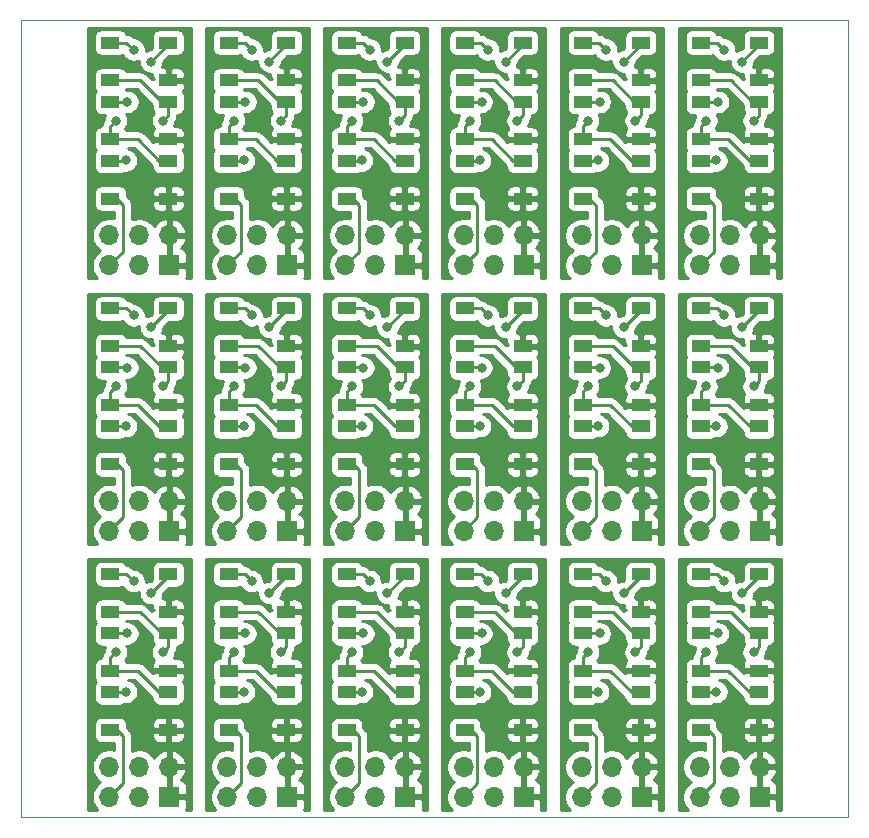
<source format=gbr>
G04 #@! TF.GenerationSoftware,KiCad,Pcbnew,5.1.10-88a1d61d58~90~ubuntu21.04.1*
G04 #@! TF.CreationDate,2021-10-15T09:48:59+02:00*
G04 #@! TF.ProjectId,IndicatorLeds,496e6469-6361-4746-9f72-4c6564732e6b,rev?*
G04 #@! TF.SameCoordinates,Original*
G04 #@! TF.FileFunction,Copper,L1,Top*
G04 #@! TF.FilePolarity,Positive*
%FSLAX46Y46*%
G04 Gerber Fmt 4.6, Leading zero omitted, Abs format (unit mm)*
G04 Created by KiCad (PCBNEW 5.1.10-88a1d61d58~90~ubuntu21.04.1) date 2021-10-15 09:48:59*
%MOMM*%
%LPD*%
G01*
G04 APERTURE LIST*
G04 #@! TA.AperFunction,Profile*
%ADD10C,0.100000*%
G04 #@! TD*
G04 #@! TA.AperFunction,ComponentPad*
%ADD11R,1.700000X1.700000*%
G04 #@! TD*
G04 #@! TA.AperFunction,ComponentPad*
%ADD12O,1.700000X1.700000*%
G04 #@! TD*
G04 #@! TA.AperFunction,SMDPad,CuDef*
%ADD13R,1.500000X1.000000*%
G04 #@! TD*
G04 #@! TA.AperFunction,ViaPad*
%ADD14C,0.800000*%
G04 #@! TD*
G04 #@! TA.AperFunction,Conductor*
%ADD15C,0.250000*%
G04 #@! TD*
G04 #@! TA.AperFunction,Conductor*
%ADD16C,0.254000*%
G04 #@! TD*
G04 #@! TA.AperFunction,Conductor*
%ADD17C,0.350000*%
G04 #@! TD*
G04 APERTURE END LIST*
D10*
X45000000Y-49999000D02*
X110000000Y-49999000D01*
X45000000Y-117501000D02*
X45000000Y-49999000D01*
X115001000Y-117501000D02*
X45000000Y-117501000D01*
X115001000Y-49999000D02*
X115001000Y-117501000D01*
X110000000Y-49999000D02*
X115001000Y-49999000D01*
D11*
G04 #@! TO.P,J1,1*
G04 #@! TO.N,Board_18-VCC*
X107529026Y-115761011D03*
D12*
G04 #@! TO.P,J1,2*
X107529026Y-113221011D03*
G04 #@! TO.P,J1,3*
G04 #@! TO.N,Board_18-GND*
X104989026Y-115761011D03*
G04 #@! TO.P,J1,4*
X104989026Y-113221011D03*
G04 #@! TO.P,J1,5*
G04 #@! TO.N,Board_18-/Din*
X102449026Y-115761011D03*
G04 #@! TO.P,J1,6*
G04 #@! TO.N,Board_18-/Dout*
X102449026Y-113221011D03*
G04 #@! TD*
D13*
G04 #@! TO.P,D1,1*
G04 #@! TO.N,Board_18-VCC*
X107450026Y-110100011D03*
G04 #@! TO.P,D1,2*
G04 #@! TO.N,Board_18-Net-(D1-Pad2)*
X107450026Y-106900011D03*
G04 #@! TO.P,D1,4*
G04 #@! TO.N,Board_18-/Din*
X102550026Y-110100011D03*
G04 #@! TO.P,D1,3*
G04 #@! TO.N,Board_18-GND*
X102550026Y-106900011D03*
G04 #@! TD*
G04 #@! TO.P,D2,1*
G04 #@! TO.N,Board_18-VCC*
X107450026Y-105100011D03*
G04 #@! TO.P,D2,2*
G04 #@! TO.N,Board_18-Net-(D2-Pad2)*
X107450026Y-101900011D03*
G04 #@! TO.P,D2,4*
G04 #@! TO.N,Board_18-Net-(D1-Pad2)*
X102550026Y-105100011D03*
G04 #@! TO.P,D2,3*
G04 #@! TO.N,Board_18-GND*
X102550026Y-101900011D03*
G04 #@! TD*
G04 #@! TO.P,D3,1*
G04 #@! TO.N,Board_18-VCC*
X107450026Y-100100011D03*
G04 #@! TO.P,D3,2*
G04 #@! TO.N,Board_18-/Dout*
X107450026Y-96900011D03*
G04 #@! TO.P,D3,4*
G04 #@! TO.N,Board_18-Net-(D2-Pad2)*
X102550026Y-100100011D03*
G04 #@! TO.P,D3,3*
G04 #@! TO.N,Board_18-GND*
X102550026Y-96900011D03*
G04 #@! TD*
D11*
G04 #@! TO.P,J1,1*
G04 #@! TO.N,Board_17-VCC*
X97529021Y-115761011D03*
D12*
G04 #@! TO.P,J1,2*
X97529021Y-113221011D03*
G04 #@! TO.P,J1,3*
G04 #@! TO.N,Board_17-GND*
X94989021Y-115761011D03*
G04 #@! TO.P,J1,4*
X94989021Y-113221011D03*
G04 #@! TO.P,J1,5*
G04 #@! TO.N,Board_17-/Din*
X92449021Y-115761011D03*
G04 #@! TO.P,J1,6*
G04 #@! TO.N,Board_17-/Dout*
X92449021Y-113221011D03*
G04 #@! TD*
D13*
G04 #@! TO.P,D1,1*
G04 #@! TO.N,Board_17-VCC*
X97450021Y-110100011D03*
G04 #@! TO.P,D1,2*
G04 #@! TO.N,Board_17-Net-(D1-Pad2)*
X97450021Y-106900011D03*
G04 #@! TO.P,D1,4*
G04 #@! TO.N,Board_17-/Din*
X92550021Y-110100011D03*
G04 #@! TO.P,D1,3*
G04 #@! TO.N,Board_17-GND*
X92550021Y-106900011D03*
G04 #@! TD*
G04 #@! TO.P,D2,1*
G04 #@! TO.N,Board_17-VCC*
X97450021Y-105100011D03*
G04 #@! TO.P,D2,2*
G04 #@! TO.N,Board_17-Net-(D2-Pad2)*
X97450021Y-101900011D03*
G04 #@! TO.P,D2,4*
G04 #@! TO.N,Board_17-Net-(D1-Pad2)*
X92550021Y-105100011D03*
G04 #@! TO.P,D2,3*
G04 #@! TO.N,Board_17-GND*
X92550021Y-101900011D03*
G04 #@! TD*
G04 #@! TO.P,D3,1*
G04 #@! TO.N,Board_17-VCC*
X97450021Y-100100011D03*
G04 #@! TO.P,D3,2*
G04 #@! TO.N,Board_17-/Dout*
X97450021Y-96900011D03*
G04 #@! TO.P,D3,4*
G04 #@! TO.N,Board_17-Net-(D2-Pad2)*
X92550021Y-100100011D03*
G04 #@! TO.P,D3,3*
G04 #@! TO.N,Board_17-GND*
X92550021Y-96900011D03*
G04 #@! TD*
D11*
G04 #@! TO.P,J1,1*
G04 #@! TO.N,Board_16-VCC*
X87529016Y-115761011D03*
D12*
G04 #@! TO.P,J1,2*
X87529016Y-113221011D03*
G04 #@! TO.P,J1,3*
G04 #@! TO.N,Board_16-GND*
X84989016Y-115761011D03*
G04 #@! TO.P,J1,4*
X84989016Y-113221011D03*
G04 #@! TO.P,J1,5*
G04 #@! TO.N,Board_16-/Din*
X82449016Y-115761011D03*
G04 #@! TO.P,J1,6*
G04 #@! TO.N,Board_16-/Dout*
X82449016Y-113221011D03*
G04 #@! TD*
D13*
G04 #@! TO.P,D1,1*
G04 #@! TO.N,Board_16-VCC*
X87450016Y-110100011D03*
G04 #@! TO.P,D1,2*
G04 #@! TO.N,Board_16-Net-(D1-Pad2)*
X87450016Y-106900011D03*
G04 #@! TO.P,D1,4*
G04 #@! TO.N,Board_16-/Din*
X82550016Y-110100011D03*
G04 #@! TO.P,D1,3*
G04 #@! TO.N,Board_16-GND*
X82550016Y-106900011D03*
G04 #@! TD*
G04 #@! TO.P,D2,1*
G04 #@! TO.N,Board_16-VCC*
X87450016Y-105100011D03*
G04 #@! TO.P,D2,2*
G04 #@! TO.N,Board_16-Net-(D2-Pad2)*
X87450016Y-101900011D03*
G04 #@! TO.P,D2,4*
G04 #@! TO.N,Board_16-Net-(D1-Pad2)*
X82550016Y-105100011D03*
G04 #@! TO.P,D2,3*
G04 #@! TO.N,Board_16-GND*
X82550016Y-101900011D03*
G04 #@! TD*
G04 #@! TO.P,D3,1*
G04 #@! TO.N,Board_16-VCC*
X87450016Y-100100011D03*
G04 #@! TO.P,D3,2*
G04 #@! TO.N,Board_16-/Dout*
X87450016Y-96900011D03*
G04 #@! TO.P,D3,4*
G04 #@! TO.N,Board_16-Net-(D2-Pad2)*
X82550016Y-100100011D03*
G04 #@! TO.P,D3,3*
G04 #@! TO.N,Board_16-GND*
X82550016Y-96900011D03*
G04 #@! TD*
D11*
G04 #@! TO.P,J1,1*
G04 #@! TO.N,Board_15-VCC*
X77529011Y-115761011D03*
D12*
G04 #@! TO.P,J1,2*
X77529011Y-113221011D03*
G04 #@! TO.P,J1,3*
G04 #@! TO.N,Board_15-GND*
X74989011Y-115761011D03*
G04 #@! TO.P,J1,4*
X74989011Y-113221011D03*
G04 #@! TO.P,J1,5*
G04 #@! TO.N,Board_15-/Din*
X72449011Y-115761011D03*
G04 #@! TO.P,J1,6*
G04 #@! TO.N,Board_15-/Dout*
X72449011Y-113221011D03*
G04 #@! TD*
D13*
G04 #@! TO.P,D1,1*
G04 #@! TO.N,Board_15-VCC*
X77450011Y-110100011D03*
G04 #@! TO.P,D1,2*
G04 #@! TO.N,Board_15-Net-(D1-Pad2)*
X77450011Y-106900011D03*
G04 #@! TO.P,D1,4*
G04 #@! TO.N,Board_15-/Din*
X72550011Y-110100011D03*
G04 #@! TO.P,D1,3*
G04 #@! TO.N,Board_15-GND*
X72550011Y-106900011D03*
G04 #@! TD*
G04 #@! TO.P,D2,1*
G04 #@! TO.N,Board_15-VCC*
X77450011Y-105100011D03*
G04 #@! TO.P,D2,2*
G04 #@! TO.N,Board_15-Net-(D2-Pad2)*
X77450011Y-101900011D03*
G04 #@! TO.P,D2,4*
G04 #@! TO.N,Board_15-Net-(D1-Pad2)*
X72550011Y-105100011D03*
G04 #@! TO.P,D2,3*
G04 #@! TO.N,Board_15-GND*
X72550011Y-101900011D03*
G04 #@! TD*
G04 #@! TO.P,D3,1*
G04 #@! TO.N,Board_15-VCC*
X77450011Y-100100011D03*
G04 #@! TO.P,D3,2*
G04 #@! TO.N,Board_15-/Dout*
X77450011Y-96900011D03*
G04 #@! TO.P,D3,4*
G04 #@! TO.N,Board_15-Net-(D2-Pad2)*
X72550011Y-100100011D03*
G04 #@! TO.P,D3,3*
G04 #@! TO.N,Board_15-GND*
X72550011Y-96900011D03*
G04 #@! TD*
D11*
G04 #@! TO.P,J1,1*
G04 #@! TO.N,Board_14-VCC*
X67529006Y-115761011D03*
D12*
G04 #@! TO.P,J1,2*
X67529006Y-113221011D03*
G04 #@! TO.P,J1,3*
G04 #@! TO.N,Board_14-GND*
X64989006Y-115761011D03*
G04 #@! TO.P,J1,4*
X64989006Y-113221011D03*
G04 #@! TO.P,J1,5*
G04 #@! TO.N,Board_14-/Din*
X62449006Y-115761011D03*
G04 #@! TO.P,J1,6*
G04 #@! TO.N,Board_14-/Dout*
X62449006Y-113221011D03*
G04 #@! TD*
D13*
G04 #@! TO.P,D1,1*
G04 #@! TO.N,Board_14-VCC*
X67450006Y-110100011D03*
G04 #@! TO.P,D1,2*
G04 #@! TO.N,Board_14-Net-(D1-Pad2)*
X67450006Y-106900011D03*
G04 #@! TO.P,D1,4*
G04 #@! TO.N,Board_14-/Din*
X62550006Y-110100011D03*
G04 #@! TO.P,D1,3*
G04 #@! TO.N,Board_14-GND*
X62550006Y-106900011D03*
G04 #@! TD*
G04 #@! TO.P,D2,1*
G04 #@! TO.N,Board_14-VCC*
X67450006Y-105100011D03*
G04 #@! TO.P,D2,2*
G04 #@! TO.N,Board_14-Net-(D2-Pad2)*
X67450006Y-101900011D03*
G04 #@! TO.P,D2,4*
G04 #@! TO.N,Board_14-Net-(D1-Pad2)*
X62550006Y-105100011D03*
G04 #@! TO.P,D2,3*
G04 #@! TO.N,Board_14-GND*
X62550006Y-101900011D03*
G04 #@! TD*
G04 #@! TO.P,D3,1*
G04 #@! TO.N,Board_14-VCC*
X67450006Y-100100011D03*
G04 #@! TO.P,D3,2*
G04 #@! TO.N,Board_14-/Dout*
X67450006Y-96900011D03*
G04 #@! TO.P,D3,4*
G04 #@! TO.N,Board_14-Net-(D2-Pad2)*
X62550006Y-100100011D03*
G04 #@! TO.P,D3,3*
G04 #@! TO.N,Board_14-GND*
X62550006Y-96900011D03*
G04 #@! TD*
D11*
G04 #@! TO.P,J1,1*
G04 #@! TO.N,Board_13-VCC*
X57529001Y-115761011D03*
D12*
G04 #@! TO.P,J1,2*
X57529001Y-113221011D03*
G04 #@! TO.P,J1,3*
G04 #@! TO.N,Board_13-GND*
X54989001Y-115761011D03*
G04 #@! TO.P,J1,4*
X54989001Y-113221011D03*
G04 #@! TO.P,J1,5*
G04 #@! TO.N,Board_13-/Din*
X52449001Y-115761011D03*
G04 #@! TO.P,J1,6*
G04 #@! TO.N,Board_13-/Dout*
X52449001Y-113221011D03*
G04 #@! TD*
D13*
G04 #@! TO.P,D1,1*
G04 #@! TO.N,Board_13-VCC*
X57450001Y-110100011D03*
G04 #@! TO.P,D1,2*
G04 #@! TO.N,Board_13-Net-(D1-Pad2)*
X57450001Y-106900011D03*
G04 #@! TO.P,D1,4*
G04 #@! TO.N,Board_13-/Din*
X52550001Y-110100011D03*
G04 #@! TO.P,D1,3*
G04 #@! TO.N,Board_13-GND*
X52550001Y-106900011D03*
G04 #@! TD*
G04 #@! TO.P,D2,1*
G04 #@! TO.N,Board_13-VCC*
X57450001Y-105100011D03*
G04 #@! TO.P,D2,2*
G04 #@! TO.N,Board_13-Net-(D2-Pad2)*
X57450001Y-101900011D03*
G04 #@! TO.P,D2,4*
G04 #@! TO.N,Board_13-Net-(D1-Pad2)*
X52550001Y-105100011D03*
G04 #@! TO.P,D2,3*
G04 #@! TO.N,Board_13-GND*
X52550001Y-101900011D03*
G04 #@! TD*
G04 #@! TO.P,D3,1*
G04 #@! TO.N,Board_13-VCC*
X57450001Y-100100011D03*
G04 #@! TO.P,D3,2*
G04 #@! TO.N,Board_13-/Dout*
X57450001Y-96900011D03*
G04 #@! TO.P,D3,4*
G04 #@! TO.N,Board_13-Net-(D2-Pad2)*
X52550001Y-100100011D03*
G04 #@! TO.P,D3,3*
G04 #@! TO.N,Board_13-GND*
X52550001Y-96900011D03*
G04 #@! TD*
D11*
G04 #@! TO.P,J1,1*
G04 #@! TO.N,Board_12-VCC*
X107529026Y-93261006D03*
D12*
G04 #@! TO.P,J1,2*
X107529026Y-90721006D03*
G04 #@! TO.P,J1,3*
G04 #@! TO.N,Board_12-GND*
X104989026Y-93261006D03*
G04 #@! TO.P,J1,4*
X104989026Y-90721006D03*
G04 #@! TO.P,J1,5*
G04 #@! TO.N,Board_12-/Din*
X102449026Y-93261006D03*
G04 #@! TO.P,J1,6*
G04 #@! TO.N,Board_12-/Dout*
X102449026Y-90721006D03*
G04 #@! TD*
D13*
G04 #@! TO.P,D1,1*
G04 #@! TO.N,Board_12-VCC*
X107450026Y-87600006D03*
G04 #@! TO.P,D1,2*
G04 #@! TO.N,Board_12-Net-(D1-Pad2)*
X107450026Y-84400006D03*
G04 #@! TO.P,D1,4*
G04 #@! TO.N,Board_12-/Din*
X102550026Y-87600006D03*
G04 #@! TO.P,D1,3*
G04 #@! TO.N,Board_12-GND*
X102550026Y-84400006D03*
G04 #@! TD*
G04 #@! TO.P,D2,1*
G04 #@! TO.N,Board_12-VCC*
X107450026Y-82600006D03*
G04 #@! TO.P,D2,2*
G04 #@! TO.N,Board_12-Net-(D2-Pad2)*
X107450026Y-79400006D03*
G04 #@! TO.P,D2,4*
G04 #@! TO.N,Board_12-Net-(D1-Pad2)*
X102550026Y-82600006D03*
G04 #@! TO.P,D2,3*
G04 #@! TO.N,Board_12-GND*
X102550026Y-79400006D03*
G04 #@! TD*
G04 #@! TO.P,D3,1*
G04 #@! TO.N,Board_12-VCC*
X107450026Y-77600006D03*
G04 #@! TO.P,D3,2*
G04 #@! TO.N,Board_12-/Dout*
X107450026Y-74400006D03*
G04 #@! TO.P,D3,4*
G04 #@! TO.N,Board_12-Net-(D2-Pad2)*
X102550026Y-77600006D03*
G04 #@! TO.P,D3,3*
G04 #@! TO.N,Board_12-GND*
X102550026Y-74400006D03*
G04 #@! TD*
D11*
G04 #@! TO.P,J1,1*
G04 #@! TO.N,Board_11-VCC*
X97529021Y-93261006D03*
D12*
G04 #@! TO.P,J1,2*
X97529021Y-90721006D03*
G04 #@! TO.P,J1,3*
G04 #@! TO.N,Board_11-GND*
X94989021Y-93261006D03*
G04 #@! TO.P,J1,4*
X94989021Y-90721006D03*
G04 #@! TO.P,J1,5*
G04 #@! TO.N,Board_11-/Din*
X92449021Y-93261006D03*
G04 #@! TO.P,J1,6*
G04 #@! TO.N,Board_11-/Dout*
X92449021Y-90721006D03*
G04 #@! TD*
D13*
G04 #@! TO.P,D1,1*
G04 #@! TO.N,Board_11-VCC*
X97450021Y-87600006D03*
G04 #@! TO.P,D1,2*
G04 #@! TO.N,Board_11-Net-(D1-Pad2)*
X97450021Y-84400006D03*
G04 #@! TO.P,D1,4*
G04 #@! TO.N,Board_11-/Din*
X92550021Y-87600006D03*
G04 #@! TO.P,D1,3*
G04 #@! TO.N,Board_11-GND*
X92550021Y-84400006D03*
G04 #@! TD*
G04 #@! TO.P,D2,1*
G04 #@! TO.N,Board_11-VCC*
X97450021Y-82600006D03*
G04 #@! TO.P,D2,2*
G04 #@! TO.N,Board_11-Net-(D2-Pad2)*
X97450021Y-79400006D03*
G04 #@! TO.P,D2,4*
G04 #@! TO.N,Board_11-Net-(D1-Pad2)*
X92550021Y-82600006D03*
G04 #@! TO.P,D2,3*
G04 #@! TO.N,Board_11-GND*
X92550021Y-79400006D03*
G04 #@! TD*
G04 #@! TO.P,D3,1*
G04 #@! TO.N,Board_11-VCC*
X97450021Y-77600006D03*
G04 #@! TO.P,D3,2*
G04 #@! TO.N,Board_11-/Dout*
X97450021Y-74400006D03*
G04 #@! TO.P,D3,4*
G04 #@! TO.N,Board_11-Net-(D2-Pad2)*
X92550021Y-77600006D03*
G04 #@! TO.P,D3,3*
G04 #@! TO.N,Board_11-GND*
X92550021Y-74400006D03*
G04 #@! TD*
D11*
G04 #@! TO.P,J1,1*
G04 #@! TO.N,Board_10-VCC*
X87529016Y-93261006D03*
D12*
G04 #@! TO.P,J1,2*
X87529016Y-90721006D03*
G04 #@! TO.P,J1,3*
G04 #@! TO.N,Board_10-GND*
X84989016Y-93261006D03*
G04 #@! TO.P,J1,4*
X84989016Y-90721006D03*
G04 #@! TO.P,J1,5*
G04 #@! TO.N,Board_10-/Din*
X82449016Y-93261006D03*
G04 #@! TO.P,J1,6*
G04 #@! TO.N,Board_10-/Dout*
X82449016Y-90721006D03*
G04 #@! TD*
D13*
G04 #@! TO.P,D1,1*
G04 #@! TO.N,Board_10-VCC*
X87450016Y-87600006D03*
G04 #@! TO.P,D1,2*
G04 #@! TO.N,Board_10-Net-(D1-Pad2)*
X87450016Y-84400006D03*
G04 #@! TO.P,D1,4*
G04 #@! TO.N,Board_10-/Din*
X82550016Y-87600006D03*
G04 #@! TO.P,D1,3*
G04 #@! TO.N,Board_10-GND*
X82550016Y-84400006D03*
G04 #@! TD*
G04 #@! TO.P,D2,1*
G04 #@! TO.N,Board_10-VCC*
X87450016Y-82600006D03*
G04 #@! TO.P,D2,2*
G04 #@! TO.N,Board_10-Net-(D2-Pad2)*
X87450016Y-79400006D03*
G04 #@! TO.P,D2,4*
G04 #@! TO.N,Board_10-Net-(D1-Pad2)*
X82550016Y-82600006D03*
G04 #@! TO.P,D2,3*
G04 #@! TO.N,Board_10-GND*
X82550016Y-79400006D03*
G04 #@! TD*
G04 #@! TO.P,D3,1*
G04 #@! TO.N,Board_10-VCC*
X87450016Y-77600006D03*
G04 #@! TO.P,D3,2*
G04 #@! TO.N,Board_10-/Dout*
X87450016Y-74400006D03*
G04 #@! TO.P,D3,4*
G04 #@! TO.N,Board_10-Net-(D2-Pad2)*
X82550016Y-77600006D03*
G04 #@! TO.P,D3,3*
G04 #@! TO.N,Board_10-GND*
X82550016Y-74400006D03*
G04 #@! TD*
D11*
G04 #@! TO.P,J1,1*
G04 #@! TO.N,Board_9-VCC*
X77529011Y-93261006D03*
D12*
G04 #@! TO.P,J1,2*
X77529011Y-90721006D03*
G04 #@! TO.P,J1,3*
G04 #@! TO.N,Board_9-GND*
X74989011Y-93261006D03*
G04 #@! TO.P,J1,4*
X74989011Y-90721006D03*
G04 #@! TO.P,J1,5*
G04 #@! TO.N,Board_9-/Din*
X72449011Y-93261006D03*
G04 #@! TO.P,J1,6*
G04 #@! TO.N,Board_9-/Dout*
X72449011Y-90721006D03*
G04 #@! TD*
D13*
G04 #@! TO.P,D1,1*
G04 #@! TO.N,Board_9-VCC*
X77450011Y-87600006D03*
G04 #@! TO.P,D1,2*
G04 #@! TO.N,Board_9-Net-(D1-Pad2)*
X77450011Y-84400006D03*
G04 #@! TO.P,D1,4*
G04 #@! TO.N,Board_9-/Din*
X72550011Y-87600006D03*
G04 #@! TO.P,D1,3*
G04 #@! TO.N,Board_9-GND*
X72550011Y-84400006D03*
G04 #@! TD*
G04 #@! TO.P,D2,1*
G04 #@! TO.N,Board_9-VCC*
X77450011Y-82600006D03*
G04 #@! TO.P,D2,2*
G04 #@! TO.N,Board_9-Net-(D2-Pad2)*
X77450011Y-79400006D03*
G04 #@! TO.P,D2,4*
G04 #@! TO.N,Board_9-Net-(D1-Pad2)*
X72550011Y-82600006D03*
G04 #@! TO.P,D2,3*
G04 #@! TO.N,Board_9-GND*
X72550011Y-79400006D03*
G04 #@! TD*
G04 #@! TO.P,D3,1*
G04 #@! TO.N,Board_9-VCC*
X77450011Y-77600006D03*
G04 #@! TO.P,D3,2*
G04 #@! TO.N,Board_9-/Dout*
X77450011Y-74400006D03*
G04 #@! TO.P,D3,4*
G04 #@! TO.N,Board_9-Net-(D2-Pad2)*
X72550011Y-77600006D03*
G04 #@! TO.P,D3,3*
G04 #@! TO.N,Board_9-GND*
X72550011Y-74400006D03*
G04 #@! TD*
D11*
G04 #@! TO.P,J1,1*
G04 #@! TO.N,Board_8-VCC*
X67529006Y-93261006D03*
D12*
G04 #@! TO.P,J1,2*
X67529006Y-90721006D03*
G04 #@! TO.P,J1,3*
G04 #@! TO.N,Board_8-GND*
X64989006Y-93261006D03*
G04 #@! TO.P,J1,4*
X64989006Y-90721006D03*
G04 #@! TO.P,J1,5*
G04 #@! TO.N,Board_8-/Din*
X62449006Y-93261006D03*
G04 #@! TO.P,J1,6*
G04 #@! TO.N,Board_8-/Dout*
X62449006Y-90721006D03*
G04 #@! TD*
D13*
G04 #@! TO.P,D1,1*
G04 #@! TO.N,Board_8-VCC*
X67450006Y-87600006D03*
G04 #@! TO.P,D1,2*
G04 #@! TO.N,Board_8-Net-(D1-Pad2)*
X67450006Y-84400006D03*
G04 #@! TO.P,D1,4*
G04 #@! TO.N,Board_8-/Din*
X62550006Y-87600006D03*
G04 #@! TO.P,D1,3*
G04 #@! TO.N,Board_8-GND*
X62550006Y-84400006D03*
G04 #@! TD*
G04 #@! TO.P,D2,1*
G04 #@! TO.N,Board_8-VCC*
X67450006Y-82600006D03*
G04 #@! TO.P,D2,2*
G04 #@! TO.N,Board_8-Net-(D2-Pad2)*
X67450006Y-79400006D03*
G04 #@! TO.P,D2,4*
G04 #@! TO.N,Board_8-Net-(D1-Pad2)*
X62550006Y-82600006D03*
G04 #@! TO.P,D2,3*
G04 #@! TO.N,Board_8-GND*
X62550006Y-79400006D03*
G04 #@! TD*
G04 #@! TO.P,D3,1*
G04 #@! TO.N,Board_8-VCC*
X67450006Y-77600006D03*
G04 #@! TO.P,D3,2*
G04 #@! TO.N,Board_8-/Dout*
X67450006Y-74400006D03*
G04 #@! TO.P,D3,4*
G04 #@! TO.N,Board_8-Net-(D2-Pad2)*
X62550006Y-77600006D03*
G04 #@! TO.P,D3,3*
G04 #@! TO.N,Board_8-GND*
X62550006Y-74400006D03*
G04 #@! TD*
D11*
G04 #@! TO.P,J1,1*
G04 #@! TO.N,Board_7-VCC*
X57529001Y-93261006D03*
D12*
G04 #@! TO.P,J1,2*
X57529001Y-90721006D03*
G04 #@! TO.P,J1,3*
G04 #@! TO.N,Board_7-GND*
X54989001Y-93261006D03*
G04 #@! TO.P,J1,4*
X54989001Y-90721006D03*
G04 #@! TO.P,J1,5*
G04 #@! TO.N,Board_7-/Din*
X52449001Y-93261006D03*
G04 #@! TO.P,J1,6*
G04 #@! TO.N,Board_7-/Dout*
X52449001Y-90721006D03*
G04 #@! TD*
D13*
G04 #@! TO.P,D1,1*
G04 #@! TO.N,Board_7-VCC*
X57450001Y-87600006D03*
G04 #@! TO.P,D1,2*
G04 #@! TO.N,Board_7-Net-(D1-Pad2)*
X57450001Y-84400006D03*
G04 #@! TO.P,D1,4*
G04 #@! TO.N,Board_7-/Din*
X52550001Y-87600006D03*
G04 #@! TO.P,D1,3*
G04 #@! TO.N,Board_7-GND*
X52550001Y-84400006D03*
G04 #@! TD*
G04 #@! TO.P,D2,1*
G04 #@! TO.N,Board_7-VCC*
X57450001Y-82600006D03*
G04 #@! TO.P,D2,2*
G04 #@! TO.N,Board_7-Net-(D2-Pad2)*
X57450001Y-79400006D03*
G04 #@! TO.P,D2,4*
G04 #@! TO.N,Board_7-Net-(D1-Pad2)*
X52550001Y-82600006D03*
G04 #@! TO.P,D2,3*
G04 #@! TO.N,Board_7-GND*
X52550001Y-79400006D03*
G04 #@! TD*
G04 #@! TO.P,D3,1*
G04 #@! TO.N,Board_7-VCC*
X57450001Y-77600006D03*
G04 #@! TO.P,D3,2*
G04 #@! TO.N,Board_7-/Dout*
X57450001Y-74400006D03*
G04 #@! TO.P,D3,4*
G04 #@! TO.N,Board_7-Net-(D2-Pad2)*
X52550001Y-77600006D03*
G04 #@! TO.P,D3,3*
G04 #@! TO.N,Board_7-GND*
X52550001Y-74400006D03*
G04 #@! TD*
D11*
G04 #@! TO.P,J1,1*
G04 #@! TO.N,Board_6-VCC*
X107529026Y-70761001D03*
D12*
G04 #@! TO.P,J1,2*
X107529026Y-68221001D03*
G04 #@! TO.P,J1,3*
G04 #@! TO.N,Board_6-GND*
X104989026Y-70761001D03*
G04 #@! TO.P,J1,4*
X104989026Y-68221001D03*
G04 #@! TO.P,J1,5*
G04 #@! TO.N,Board_6-/Din*
X102449026Y-70761001D03*
G04 #@! TO.P,J1,6*
G04 #@! TO.N,Board_6-/Dout*
X102449026Y-68221001D03*
G04 #@! TD*
D13*
G04 #@! TO.P,D1,1*
G04 #@! TO.N,Board_6-VCC*
X107450026Y-65100001D03*
G04 #@! TO.P,D1,2*
G04 #@! TO.N,Board_6-Net-(D1-Pad2)*
X107450026Y-61900001D03*
G04 #@! TO.P,D1,4*
G04 #@! TO.N,Board_6-/Din*
X102550026Y-65100001D03*
G04 #@! TO.P,D1,3*
G04 #@! TO.N,Board_6-GND*
X102550026Y-61900001D03*
G04 #@! TD*
G04 #@! TO.P,D2,1*
G04 #@! TO.N,Board_6-VCC*
X107450026Y-60100001D03*
G04 #@! TO.P,D2,2*
G04 #@! TO.N,Board_6-Net-(D2-Pad2)*
X107450026Y-56900001D03*
G04 #@! TO.P,D2,4*
G04 #@! TO.N,Board_6-Net-(D1-Pad2)*
X102550026Y-60100001D03*
G04 #@! TO.P,D2,3*
G04 #@! TO.N,Board_6-GND*
X102550026Y-56900001D03*
G04 #@! TD*
G04 #@! TO.P,D3,1*
G04 #@! TO.N,Board_6-VCC*
X107450026Y-55100001D03*
G04 #@! TO.P,D3,2*
G04 #@! TO.N,Board_6-/Dout*
X107450026Y-51900001D03*
G04 #@! TO.P,D3,4*
G04 #@! TO.N,Board_6-Net-(D2-Pad2)*
X102550026Y-55100001D03*
G04 #@! TO.P,D3,3*
G04 #@! TO.N,Board_6-GND*
X102550026Y-51900001D03*
G04 #@! TD*
D11*
G04 #@! TO.P,J1,1*
G04 #@! TO.N,Board_5-VCC*
X97529021Y-70761001D03*
D12*
G04 #@! TO.P,J1,2*
X97529021Y-68221001D03*
G04 #@! TO.P,J1,3*
G04 #@! TO.N,Board_5-GND*
X94989021Y-70761001D03*
G04 #@! TO.P,J1,4*
X94989021Y-68221001D03*
G04 #@! TO.P,J1,5*
G04 #@! TO.N,Board_5-/Din*
X92449021Y-70761001D03*
G04 #@! TO.P,J1,6*
G04 #@! TO.N,Board_5-/Dout*
X92449021Y-68221001D03*
G04 #@! TD*
D13*
G04 #@! TO.P,D1,1*
G04 #@! TO.N,Board_5-VCC*
X97450021Y-65100001D03*
G04 #@! TO.P,D1,2*
G04 #@! TO.N,Board_5-Net-(D1-Pad2)*
X97450021Y-61900001D03*
G04 #@! TO.P,D1,4*
G04 #@! TO.N,Board_5-/Din*
X92550021Y-65100001D03*
G04 #@! TO.P,D1,3*
G04 #@! TO.N,Board_5-GND*
X92550021Y-61900001D03*
G04 #@! TD*
G04 #@! TO.P,D2,1*
G04 #@! TO.N,Board_5-VCC*
X97450021Y-60100001D03*
G04 #@! TO.P,D2,2*
G04 #@! TO.N,Board_5-Net-(D2-Pad2)*
X97450021Y-56900001D03*
G04 #@! TO.P,D2,4*
G04 #@! TO.N,Board_5-Net-(D1-Pad2)*
X92550021Y-60100001D03*
G04 #@! TO.P,D2,3*
G04 #@! TO.N,Board_5-GND*
X92550021Y-56900001D03*
G04 #@! TD*
G04 #@! TO.P,D3,1*
G04 #@! TO.N,Board_5-VCC*
X97450021Y-55100001D03*
G04 #@! TO.P,D3,2*
G04 #@! TO.N,Board_5-/Dout*
X97450021Y-51900001D03*
G04 #@! TO.P,D3,4*
G04 #@! TO.N,Board_5-Net-(D2-Pad2)*
X92550021Y-55100001D03*
G04 #@! TO.P,D3,3*
G04 #@! TO.N,Board_5-GND*
X92550021Y-51900001D03*
G04 #@! TD*
D11*
G04 #@! TO.P,J1,1*
G04 #@! TO.N,Board_4-VCC*
X87529016Y-70761001D03*
D12*
G04 #@! TO.P,J1,2*
X87529016Y-68221001D03*
G04 #@! TO.P,J1,3*
G04 #@! TO.N,Board_4-GND*
X84989016Y-70761001D03*
G04 #@! TO.P,J1,4*
X84989016Y-68221001D03*
G04 #@! TO.P,J1,5*
G04 #@! TO.N,Board_4-/Din*
X82449016Y-70761001D03*
G04 #@! TO.P,J1,6*
G04 #@! TO.N,Board_4-/Dout*
X82449016Y-68221001D03*
G04 #@! TD*
D13*
G04 #@! TO.P,D1,1*
G04 #@! TO.N,Board_4-VCC*
X87450016Y-65100001D03*
G04 #@! TO.P,D1,2*
G04 #@! TO.N,Board_4-Net-(D1-Pad2)*
X87450016Y-61900001D03*
G04 #@! TO.P,D1,4*
G04 #@! TO.N,Board_4-/Din*
X82550016Y-65100001D03*
G04 #@! TO.P,D1,3*
G04 #@! TO.N,Board_4-GND*
X82550016Y-61900001D03*
G04 #@! TD*
G04 #@! TO.P,D2,1*
G04 #@! TO.N,Board_4-VCC*
X87450016Y-60100001D03*
G04 #@! TO.P,D2,2*
G04 #@! TO.N,Board_4-Net-(D2-Pad2)*
X87450016Y-56900001D03*
G04 #@! TO.P,D2,4*
G04 #@! TO.N,Board_4-Net-(D1-Pad2)*
X82550016Y-60100001D03*
G04 #@! TO.P,D2,3*
G04 #@! TO.N,Board_4-GND*
X82550016Y-56900001D03*
G04 #@! TD*
G04 #@! TO.P,D3,1*
G04 #@! TO.N,Board_4-VCC*
X87450016Y-55100001D03*
G04 #@! TO.P,D3,2*
G04 #@! TO.N,Board_4-/Dout*
X87450016Y-51900001D03*
G04 #@! TO.P,D3,4*
G04 #@! TO.N,Board_4-Net-(D2-Pad2)*
X82550016Y-55100001D03*
G04 #@! TO.P,D3,3*
G04 #@! TO.N,Board_4-GND*
X82550016Y-51900001D03*
G04 #@! TD*
D11*
G04 #@! TO.P,J1,1*
G04 #@! TO.N,Board_3-VCC*
X77529011Y-70761001D03*
D12*
G04 #@! TO.P,J1,2*
X77529011Y-68221001D03*
G04 #@! TO.P,J1,3*
G04 #@! TO.N,Board_3-GND*
X74989011Y-70761001D03*
G04 #@! TO.P,J1,4*
X74989011Y-68221001D03*
G04 #@! TO.P,J1,5*
G04 #@! TO.N,Board_3-/Din*
X72449011Y-70761001D03*
G04 #@! TO.P,J1,6*
G04 #@! TO.N,Board_3-/Dout*
X72449011Y-68221001D03*
G04 #@! TD*
D13*
G04 #@! TO.P,D1,1*
G04 #@! TO.N,Board_3-VCC*
X77450011Y-65100001D03*
G04 #@! TO.P,D1,2*
G04 #@! TO.N,Board_3-Net-(D1-Pad2)*
X77450011Y-61900001D03*
G04 #@! TO.P,D1,4*
G04 #@! TO.N,Board_3-/Din*
X72550011Y-65100001D03*
G04 #@! TO.P,D1,3*
G04 #@! TO.N,Board_3-GND*
X72550011Y-61900001D03*
G04 #@! TD*
G04 #@! TO.P,D2,1*
G04 #@! TO.N,Board_3-VCC*
X77450011Y-60100001D03*
G04 #@! TO.P,D2,2*
G04 #@! TO.N,Board_3-Net-(D2-Pad2)*
X77450011Y-56900001D03*
G04 #@! TO.P,D2,4*
G04 #@! TO.N,Board_3-Net-(D1-Pad2)*
X72550011Y-60100001D03*
G04 #@! TO.P,D2,3*
G04 #@! TO.N,Board_3-GND*
X72550011Y-56900001D03*
G04 #@! TD*
G04 #@! TO.P,D3,1*
G04 #@! TO.N,Board_3-VCC*
X77450011Y-55100001D03*
G04 #@! TO.P,D3,2*
G04 #@! TO.N,Board_3-/Dout*
X77450011Y-51900001D03*
G04 #@! TO.P,D3,4*
G04 #@! TO.N,Board_3-Net-(D2-Pad2)*
X72550011Y-55100001D03*
G04 #@! TO.P,D3,3*
G04 #@! TO.N,Board_3-GND*
X72550011Y-51900001D03*
G04 #@! TD*
D11*
G04 #@! TO.P,J1,1*
G04 #@! TO.N,Board_2-VCC*
X67529006Y-70761001D03*
D12*
G04 #@! TO.P,J1,2*
X67529006Y-68221001D03*
G04 #@! TO.P,J1,3*
G04 #@! TO.N,Board_2-GND*
X64989006Y-70761001D03*
G04 #@! TO.P,J1,4*
X64989006Y-68221001D03*
G04 #@! TO.P,J1,5*
G04 #@! TO.N,Board_2-/Din*
X62449006Y-70761001D03*
G04 #@! TO.P,J1,6*
G04 #@! TO.N,Board_2-/Dout*
X62449006Y-68221001D03*
G04 #@! TD*
D13*
G04 #@! TO.P,D1,1*
G04 #@! TO.N,Board_2-VCC*
X67450006Y-65100001D03*
G04 #@! TO.P,D1,2*
G04 #@! TO.N,Board_2-Net-(D1-Pad2)*
X67450006Y-61900001D03*
G04 #@! TO.P,D1,4*
G04 #@! TO.N,Board_2-/Din*
X62550006Y-65100001D03*
G04 #@! TO.P,D1,3*
G04 #@! TO.N,Board_2-GND*
X62550006Y-61900001D03*
G04 #@! TD*
G04 #@! TO.P,D2,1*
G04 #@! TO.N,Board_2-VCC*
X67450006Y-60100001D03*
G04 #@! TO.P,D2,2*
G04 #@! TO.N,Board_2-Net-(D2-Pad2)*
X67450006Y-56900001D03*
G04 #@! TO.P,D2,4*
G04 #@! TO.N,Board_2-Net-(D1-Pad2)*
X62550006Y-60100001D03*
G04 #@! TO.P,D2,3*
G04 #@! TO.N,Board_2-GND*
X62550006Y-56900001D03*
G04 #@! TD*
G04 #@! TO.P,D3,1*
G04 #@! TO.N,Board_2-VCC*
X67450006Y-55100001D03*
G04 #@! TO.P,D3,2*
G04 #@! TO.N,Board_2-/Dout*
X67450006Y-51900001D03*
G04 #@! TO.P,D3,4*
G04 #@! TO.N,Board_2-Net-(D2-Pad2)*
X62550006Y-55100001D03*
G04 #@! TO.P,D3,3*
G04 #@! TO.N,Board_2-GND*
X62550006Y-51900001D03*
G04 #@! TD*
D11*
G04 #@! TO.P,J1,1*
G04 #@! TO.N,Board_1-VCC*
X57529001Y-70761001D03*
D12*
G04 #@! TO.P,J1,2*
X57529001Y-68221001D03*
G04 #@! TO.P,J1,3*
G04 #@! TO.N,Board_1-GND*
X54989001Y-70761001D03*
G04 #@! TO.P,J1,4*
X54989001Y-68221001D03*
G04 #@! TO.P,J1,5*
G04 #@! TO.N,Board_1-/Din*
X52449001Y-70761001D03*
G04 #@! TO.P,J1,6*
G04 #@! TO.N,Board_1-/Dout*
X52449001Y-68221001D03*
G04 #@! TD*
D13*
G04 #@! TO.P,D1,1*
G04 #@! TO.N,Board_1-VCC*
X57450001Y-65100001D03*
G04 #@! TO.P,D1,2*
G04 #@! TO.N,Board_1-Net-(D1-Pad2)*
X57450001Y-61900001D03*
G04 #@! TO.P,D1,4*
G04 #@! TO.N,Board_1-/Din*
X52550001Y-65100001D03*
G04 #@! TO.P,D1,3*
G04 #@! TO.N,Board_1-GND*
X52550001Y-61900001D03*
G04 #@! TD*
G04 #@! TO.P,D2,1*
G04 #@! TO.N,Board_1-VCC*
X57450001Y-60100001D03*
G04 #@! TO.P,D2,2*
G04 #@! TO.N,Board_1-Net-(D2-Pad2)*
X57450001Y-56900001D03*
G04 #@! TO.P,D2,4*
G04 #@! TO.N,Board_1-Net-(D1-Pad2)*
X52550001Y-60100001D03*
G04 #@! TO.P,D2,3*
G04 #@! TO.N,Board_1-GND*
X52550001Y-56900001D03*
G04 #@! TD*
G04 #@! TO.P,D3,1*
G04 #@! TO.N,Board_1-VCC*
X57450001Y-55100001D03*
G04 #@! TO.P,D3,2*
G04 #@! TO.N,Board_1-/Dout*
X57450001Y-51900001D03*
G04 #@! TO.P,D3,4*
G04 #@! TO.N,Board_1-Net-(D2-Pad2)*
X52550001Y-55100001D03*
G04 #@! TO.P,D3,3*
G04 #@! TO.N,Board_1-GND*
X52550001Y-51900001D03*
G04 #@! TD*
D14*
G04 #@! TO.N,Board_1-/Dout*
X56000001Y-53500001D03*
G04 #@! TO.N,Board_1-GND*
X53846001Y-61871001D03*
X54500001Y-52500017D03*
X53973001Y-56918001D03*
G04 #@! TO.N,Board_1-Net-(D1-Pad2)*
X52999993Y-58500001D03*
G04 #@! TO.N,Board_1-Net-(D2-Pad2)*
X57000001Y-58500001D03*
G04 #@! TO.N,Board_2-/Dout*
X66000006Y-53500001D03*
G04 #@! TO.N,Board_2-GND*
X63846006Y-61871001D03*
X64500006Y-52500017D03*
X63973006Y-56918001D03*
G04 #@! TO.N,Board_2-Net-(D1-Pad2)*
X62999998Y-58500001D03*
G04 #@! TO.N,Board_2-Net-(D2-Pad2)*
X67000006Y-58500001D03*
G04 #@! TO.N,Board_3-/Dout*
X76000011Y-53500001D03*
G04 #@! TO.N,Board_3-GND*
X73846011Y-61871001D03*
X74500011Y-52500017D03*
X73973011Y-56918001D03*
G04 #@! TO.N,Board_3-Net-(D1-Pad2)*
X73000003Y-58500001D03*
G04 #@! TO.N,Board_3-Net-(D2-Pad2)*
X77000011Y-58500001D03*
G04 #@! TO.N,Board_4-/Dout*
X86000016Y-53500001D03*
G04 #@! TO.N,Board_4-GND*
X83846016Y-61871001D03*
X84500016Y-52500017D03*
X83973016Y-56918001D03*
G04 #@! TO.N,Board_4-Net-(D1-Pad2)*
X83000008Y-58500001D03*
G04 #@! TO.N,Board_4-Net-(D2-Pad2)*
X87000016Y-58500001D03*
G04 #@! TO.N,Board_5-/Dout*
X96000021Y-53500001D03*
G04 #@! TO.N,Board_5-GND*
X93846021Y-61871001D03*
X94500021Y-52500017D03*
X93973021Y-56918001D03*
G04 #@! TO.N,Board_5-Net-(D1-Pad2)*
X93000013Y-58500001D03*
G04 #@! TO.N,Board_5-Net-(D2-Pad2)*
X97000021Y-58500001D03*
G04 #@! TO.N,Board_6-/Dout*
X106000026Y-53500001D03*
G04 #@! TO.N,Board_6-GND*
X103846026Y-61871001D03*
X104500026Y-52500017D03*
X103973026Y-56918001D03*
G04 #@! TO.N,Board_6-Net-(D1-Pad2)*
X103000018Y-58500001D03*
G04 #@! TO.N,Board_6-Net-(D2-Pad2)*
X107000026Y-58500001D03*
G04 #@! TO.N,Board_7-/Dout*
X56000001Y-76000006D03*
G04 #@! TO.N,Board_7-GND*
X53846001Y-84371006D03*
X54500001Y-75000022D03*
X53973001Y-79418006D03*
G04 #@! TO.N,Board_7-Net-(D1-Pad2)*
X52999993Y-81000006D03*
G04 #@! TO.N,Board_7-Net-(D2-Pad2)*
X57000001Y-81000006D03*
G04 #@! TO.N,Board_8-/Dout*
X66000006Y-76000006D03*
G04 #@! TO.N,Board_8-GND*
X63846006Y-84371006D03*
X64500006Y-75000022D03*
X63973006Y-79418006D03*
G04 #@! TO.N,Board_8-Net-(D1-Pad2)*
X62999998Y-81000006D03*
G04 #@! TO.N,Board_8-Net-(D2-Pad2)*
X67000006Y-81000006D03*
G04 #@! TO.N,Board_9-/Dout*
X76000011Y-76000006D03*
G04 #@! TO.N,Board_9-GND*
X73846011Y-84371006D03*
X74500011Y-75000022D03*
X73973011Y-79418006D03*
G04 #@! TO.N,Board_9-Net-(D1-Pad2)*
X73000003Y-81000006D03*
G04 #@! TO.N,Board_9-Net-(D2-Pad2)*
X77000011Y-81000006D03*
G04 #@! TO.N,Board_10-/Dout*
X86000016Y-76000006D03*
G04 #@! TO.N,Board_10-GND*
X83846016Y-84371006D03*
X84500016Y-75000022D03*
X83973016Y-79418006D03*
G04 #@! TO.N,Board_10-Net-(D1-Pad2)*
X83000008Y-81000006D03*
G04 #@! TO.N,Board_10-Net-(D2-Pad2)*
X87000016Y-81000006D03*
G04 #@! TO.N,Board_11-/Dout*
X96000021Y-76000006D03*
G04 #@! TO.N,Board_11-GND*
X93846021Y-84371006D03*
X94500021Y-75000022D03*
X93973021Y-79418006D03*
G04 #@! TO.N,Board_11-Net-(D1-Pad2)*
X93000013Y-81000006D03*
G04 #@! TO.N,Board_11-Net-(D2-Pad2)*
X97000021Y-81000006D03*
G04 #@! TO.N,Board_12-/Dout*
X106000026Y-76000006D03*
G04 #@! TO.N,Board_12-GND*
X103846026Y-84371006D03*
X104500026Y-75000022D03*
X103973026Y-79418006D03*
G04 #@! TO.N,Board_12-Net-(D1-Pad2)*
X103000018Y-81000006D03*
G04 #@! TO.N,Board_12-Net-(D2-Pad2)*
X107000026Y-81000006D03*
G04 #@! TO.N,Board_13-/Dout*
X56000001Y-98500011D03*
G04 #@! TO.N,Board_13-GND*
X53846001Y-106871011D03*
X54500001Y-97500027D03*
X53973001Y-101918011D03*
G04 #@! TO.N,Board_13-Net-(D1-Pad2)*
X52999993Y-103500011D03*
G04 #@! TO.N,Board_13-Net-(D2-Pad2)*
X57000001Y-103500011D03*
G04 #@! TO.N,Board_14-/Dout*
X66000006Y-98500011D03*
G04 #@! TO.N,Board_14-GND*
X63846006Y-106871011D03*
X64500006Y-97500027D03*
X63973006Y-101918011D03*
G04 #@! TO.N,Board_14-Net-(D1-Pad2)*
X62999998Y-103500011D03*
G04 #@! TO.N,Board_14-Net-(D2-Pad2)*
X67000006Y-103500011D03*
G04 #@! TO.N,Board_15-/Dout*
X76000011Y-98500011D03*
G04 #@! TO.N,Board_15-GND*
X73846011Y-106871011D03*
X74500011Y-97500027D03*
X73973011Y-101918011D03*
G04 #@! TO.N,Board_15-Net-(D1-Pad2)*
X73000003Y-103500011D03*
G04 #@! TO.N,Board_15-Net-(D2-Pad2)*
X77000011Y-103500011D03*
G04 #@! TO.N,Board_16-/Dout*
X86000016Y-98500011D03*
G04 #@! TO.N,Board_16-GND*
X83846016Y-106871011D03*
X84500016Y-97500027D03*
X83973016Y-101918011D03*
G04 #@! TO.N,Board_16-Net-(D1-Pad2)*
X83000008Y-103500011D03*
G04 #@! TO.N,Board_16-Net-(D2-Pad2)*
X87000016Y-103500011D03*
G04 #@! TO.N,Board_17-/Dout*
X96000021Y-98500011D03*
G04 #@! TO.N,Board_17-GND*
X93846021Y-106871011D03*
X94500021Y-97500027D03*
X93973021Y-101918011D03*
G04 #@! TO.N,Board_17-Net-(D1-Pad2)*
X93000013Y-103500011D03*
G04 #@! TO.N,Board_17-Net-(D2-Pad2)*
X97000021Y-103500011D03*
G04 #@! TO.N,Board_18-/Dout*
X106000026Y-98500011D03*
G04 #@! TO.N,Board_18-GND*
X103846026Y-106871011D03*
X104500026Y-97500027D03*
X103973026Y-101918011D03*
G04 #@! TO.N,Board_18-Net-(D1-Pad2)*
X103000018Y-103500011D03*
G04 #@! TO.N,Board_18-Net-(D2-Pad2)*
X107000026Y-103500011D03*
G04 #@! TD*
D15*
G04 #@! TO.N,Board_1-/Din*
X52550001Y-65100001D02*
X53100001Y-65100001D01*
X53624002Y-69586000D02*
X52449001Y-70761001D01*
X53624002Y-65624002D02*
X53624002Y-69586000D01*
X53100001Y-65100001D02*
X53624002Y-65624002D01*
G04 #@! TO.N,Board_1-/Dout*
X57450001Y-52050001D02*
X56000001Y-53500001D01*
X57450001Y-51900001D02*
X57450001Y-52050001D01*
G04 #@! TO.N,Board_1-GND*
X53817001Y-61900001D02*
X53846001Y-61871001D01*
X52550001Y-61900001D02*
X53817001Y-61900001D01*
X52550001Y-51900001D02*
X53899985Y-51900001D01*
X53899985Y-51900001D02*
X54500001Y-52500017D01*
X52550001Y-56900001D02*
X53955001Y-56900001D01*
X53955001Y-56900001D02*
X53973001Y-56918001D01*
G04 #@! TO.N,Board_1-Net-(D1-Pad2)*
X57450001Y-61900001D02*
X56669001Y-61900001D01*
X54869001Y-60100001D02*
X52550001Y-60100001D01*
X56669001Y-61900001D02*
X54869001Y-60100001D01*
X52550001Y-58949993D02*
X52999993Y-58500001D01*
X52550001Y-60100001D02*
X52550001Y-58949993D01*
G04 #@! TO.N,Board_1-Net-(D2-Pad2)*
X57450001Y-56900001D02*
X56876001Y-56900001D01*
X56876001Y-56900001D02*
X55076001Y-55100001D01*
X55076001Y-55100001D02*
X52550001Y-55100001D01*
X57450001Y-58050001D02*
X57000001Y-58500001D01*
X57450001Y-56900001D02*
X57450001Y-58050001D01*
G04 #@! TO.N,Board_2-/Din*
X62550006Y-65100001D02*
X63100006Y-65100001D01*
X63624007Y-69586000D02*
X62449006Y-70761001D01*
X63624007Y-65624002D02*
X63624007Y-69586000D01*
X63100006Y-65100001D02*
X63624007Y-65624002D01*
G04 #@! TO.N,Board_2-/Dout*
X67450006Y-52050001D02*
X66000006Y-53500001D01*
X67450006Y-51900001D02*
X67450006Y-52050001D01*
G04 #@! TO.N,Board_2-GND*
X63817006Y-61900001D02*
X63846006Y-61871001D01*
X62550006Y-61900001D02*
X63817006Y-61900001D01*
X62550006Y-51900001D02*
X63899990Y-51900001D01*
X63899990Y-51900001D02*
X64500006Y-52500017D01*
X62550006Y-56900001D02*
X63955006Y-56900001D01*
X63955006Y-56900001D02*
X63973006Y-56918001D01*
G04 #@! TO.N,Board_2-Net-(D1-Pad2)*
X67450006Y-61900001D02*
X66669006Y-61900001D01*
X64869006Y-60100001D02*
X62550006Y-60100001D01*
X66669006Y-61900001D02*
X64869006Y-60100001D01*
X62550006Y-58949993D02*
X62999998Y-58500001D01*
X62550006Y-60100001D02*
X62550006Y-58949993D01*
G04 #@! TO.N,Board_2-Net-(D2-Pad2)*
X67450006Y-56900001D02*
X66876006Y-56900001D01*
X66876006Y-56900001D02*
X65076006Y-55100001D01*
X65076006Y-55100001D02*
X62550006Y-55100001D01*
X67450006Y-58050001D02*
X67000006Y-58500001D01*
X67450006Y-56900001D02*
X67450006Y-58050001D01*
G04 #@! TO.N,Board_3-/Din*
X72550011Y-65100001D02*
X73100011Y-65100001D01*
X73624012Y-69586000D02*
X72449011Y-70761001D01*
X73624012Y-65624002D02*
X73624012Y-69586000D01*
X73100011Y-65100001D02*
X73624012Y-65624002D01*
G04 #@! TO.N,Board_3-/Dout*
X77450011Y-52050001D02*
X76000011Y-53500001D01*
X77450011Y-51900001D02*
X77450011Y-52050001D01*
G04 #@! TO.N,Board_3-GND*
X73817011Y-61900001D02*
X73846011Y-61871001D01*
X72550011Y-61900001D02*
X73817011Y-61900001D01*
X72550011Y-51900001D02*
X73899995Y-51900001D01*
X73899995Y-51900001D02*
X74500011Y-52500017D01*
X72550011Y-56900001D02*
X73955011Y-56900001D01*
X73955011Y-56900001D02*
X73973011Y-56918001D01*
G04 #@! TO.N,Board_3-Net-(D1-Pad2)*
X77450011Y-61900001D02*
X76669011Y-61900001D01*
X74869011Y-60100001D02*
X72550011Y-60100001D01*
X76669011Y-61900001D02*
X74869011Y-60100001D01*
X72550011Y-58949993D02*
X73000003Y-58500001D01*
X72550011Y-60100001D02*
X72550011Y-58949993D01*
G04 #@! TO.N,Board_3-Net-(D2-Pad2)*
X77450011Y-56900001D02*
X76876011Y-56900001D01*
X76876011Y-56900001D02*
X75076011Y-55100001D01*
X75076011Y-55100001D02*
X72550011Y-55100001D01*
X77450011Y-58050001D02*
X77000011Y-58500001D01*
X77450011Y-56900001D02*
X77450011Y-58050001D01*
G04 #@! TO.N,Board_4-/Din*
X82550016Y-65100001D02*
X83100016Y-65100001D01*
X83624017Y-69586000D02*
X82449016Y-70761001D01*
X83624017Y-65624002D02*
X83624017Y-69586000D01*
X83100016Y-65100001D02*
X83624017Y-65624002D01*
G04 #@! TO.N,Board_4-/Dout*
X87450016Y-52050001D02*
X86000016Y-53500001D01*
X87450016Y-51900001D02*
X87450016Y-52050001D01*
G04 #@! TO.N,Board_4-GND*
X83817016Y-61900001D02*
X83846016Y-61871001D01*
X82550016Y-61900001D02*
X83817016Y-61900001D01*
X82550016Y-51900001D02*
X83900000Y-51900001D01*
X83900000Y-51900001D02*
X84500016Y-52500017D01*
X82550016Y-56900001D02*
X83955016Y-56900001D01*
X83955016Y-56900001D02*
X83973016Y-56918001D01*
G04 #@! TO.N,Board_4-Net-(D1-Pad2)*
X87450016Y-61900001D02*
X86669016Y-61900001D01*
X84869016Y-60100001D02*
X82550016Y-60100001D01*
X86669016Y-61900001D02*
X84869016Y-60100001D01*
X82550016Y-58949993D02*
X83000008Y-58500001D01*
X82550016Y-60100001D02*
X82550016Y-58949993D01*
G04 #@! TO.N,Board_4-Net-(D2-Pad2)*
X87450016Y-56900001D02*
X86876016Y-56900001D01*
X86876016Y-56900001D02*
X85076016Y-55100001D01*
X85076016Y-55100001D02*
X82550016Y-55100001D01*
X87450016Y-58050001D02*
X87000016Y-58500001D01*
X87450016Y-56900001D02*
X87450016Y-58050001D01*
G04 #@! TO.N,Board_5-/Din*
X92550021Y-65100001D02*
X93100021Y-65100001D01*
X93624022Y-69586000D02*
X92449021Y-70761001D01*
X93624022Y-65624002D02*
X93624022Y-69586000D01*
X93100021Y-65100001D02*
X93624022Y-65624002D01*
G04 #@! TO.N,Board_5-/Dout*
X97450021Y-52050001D02*
X96000021Y-53500001D01*
X97450021Y-51900001D02*
X97450021Y-52050001D01*
G04 #@! TO.N,Board_5-GND*
X93817021Y-61900001D02*
X93846021Y-61871001D01*
X92550021Y-61900001D02*
X93817021Y-61900001D01*
X92550021Y-51900001D02*
X93900005Y-51900001D01*
X93900005Y-51900001D02*
X94500021Y-52500017D01*
X92550021Y-56900001D02*
X93955021Y-56900001D01*
X93955021Y-56900001D02*
X93973021Y-56918001D01*
G04 #@! TO.N,Board_5-Net-(D1-Pad2)*
X97450021Y-61900001D02*
X96669021Y-61900001D01*
X94869021Y-60100001D02*
X92550021Y-60100001D01*
X96669021Y-61900001D02*
X94869021Y-60100001D01*
X92550021Y-58949993D02*
X93000013Y-58500001D01*
X92550021Y-60100001D02*
X92550021Y-58949993D01*
G04 #@! TO.N,Board_5-Net-(D2-Pad2)*
X97450021Y-56900001D02*
X96876021Y-56900001D01*
X96876021Y-56900001D02*
X95076021Y-55100001D01*
X95076021Y-55100001D02*
X92550021Y-55100001D01*
X97450021Y-58050001D02*
X97000021Y-58500001D01*
X97450021Y-56900001D02*
X97450021Y-58050001D01*
G04 #@! TO.N,Board_6-/Din*
X102550026Y-65100001D02*
X103100026Y-65100001D01*
X103624027Y-69586000D02*
X102449026Y-70761001D01*
X103624027Y-65624002D02*
X103624027Y-69586000D01*
X103100026Y-65100001D02*
X103624027Y-65624002D01*
G04 #@! TO.N,Board_6-/Dout*
X107450026Y-52050001D02*
X106000026Y-53500001D01*
X107450026Y-51900001D02*
X107450026Y-52050001D01*
G04 #@! TO.N,Board_6-GND*
X103817026Y-61900001D02*
X103846026Y-61871001D01*
X102550026Y-61900001D02*
X103817026Y-61900001D01*
X102550026Y-51900001D02*
X103900010Y-51900001D01*
X103900010Y-51900001D02*
X104500026Y-52500017D01*
X102550026Y-56900001D02*
X103955026Y-56900001D01*
X103955026Y-56900001D02*
X103973026Y-56918001D01*
G04 #@! TO.N,Board_6-Net-(D1-Pad2)*
X107450026Y-61900001D02*
X106669026Y-61900001D01*
X104869026Y-60100001D02*
X102550026Y-60100001D01*
X106669026Y-61900001D02*
X104869026Y-60100001D01*
X102550026Y-58949993D02*
X103000018Y-58500001D01*
X102550026Y-60100001D02*
X102550026Y-58949993D01*
G04 #@! TO.N,Board_6-Net-(D2-Pad2)*
X107450026Y-56900001D02*
X106876026Y-56900001D01*
X106876026Y-56900001D02*
X105076026Y-55100001D01*
X105076026Y-55100001D02*
X102550026Y-55100001D01*
X107450026Y-58050001D02*
X107000026Y-58500001D01*
X107450026Y-56900001D02*
X107450026Y-58050001D01*
G04 #@! TO.N,Board_7-/Din*
X52550001Y-87600006D02*
X53100001Y-87600006D01*
X53624002Y-92086005D02*
X52449001Y-93261006D01*
X53624002Y-88124007D02*
X53624002Y-92086005D01*
X53100001Y-87600006D02*
X53624002Y-88124007D01*
G04 #@! TO.N,Board_7-/Dout*
X57450001Y-74550006D02*
X56000001Y-76000006D01*
X57450001Y-74400006D02*
X57450001Y-74550006D01*
G04 #@! TO.N,Board_7-GND*
X53817001Y-84400006D02*
X53846001Y-84371006D01*
X52550001Y-84400006D02*
X53817001Y-84400006D01*
X52550001Y-74400006D02*
X53899985Y-74400006D01*
X53899985Y-74400006D02*
X54500001Y-75000022D01*
X52550001Y-79400006D02*
X53955001Y-79400006D01*
X53955001Y-79400006D02*
X53973001Y-79418006D01*
G04 #@! TO.N,Board_7-Net-(D1-Pad2)*
X57450001Y-84400006D02*
X56669001Y-84400006D01*
X54869001Y-82600006D02*
X52550001Y-82600006D01*
X56669001Y-84400006D02*
X54869001Y-82600006D01*
X52550001Y-81449998D02*
X52999993Y-81000006D01*
X52550001Y-82600006D02*
X52550001Y-81449998D01*
G04 #@! TO.N,Board_7-Net-(D2-Pad2)*
X57450001Y-79400006D02*
X56876001Y-79400006D01*
X56876001Y-79400006D02*
X55076001Y-77600006D01*
X55076001Y-77600006D02*
X52550001Y-77600006D01*
X57450001Y-80550006D02*
X57000001Y-81000006D01*
X57450001Y-79400006D02*
X57450001Y-80550006D01*
G04 #@! TO.N,Board_8-/Din*
X62550006Y-87600006D02*
X63100006Y-87600006D01*
X63624007Y-92086005D02*
X62449006Y-93261006D01*
X63624007Y-88124007D02*
X63624007Y-92086005D01*
X63100006Y-87600006D02*
X63624007Y-88124007D01*
G04 #@! TO.N,Board_8-/Dout*
X67450006Y-74550006D02*
X66000006Y-76000006D01*
X67450006Y-74400006D02*
X67450006Y-74550006D01*
G04 #@! TO.N,Board_8-GND*
X63817006Y-84400006D02*
X63846006Y-84371006D01*
X62550006Y-84400006D02*
X63817006Y-84400006D01*
X62550006Y-74400006D02*
X63899990Y-74400006D01*
X63899990Y-74400006D02*
X64500006Y-75000022D01*
X62550006Y-79400006D02*
X63955006Y-79400006D01*
X63955006Y-79400006D02*
X63973006Y-79418006D01*
G04 #@! TO.N,Board_8-Net-(D1-Pad2)*
X67450006Y-84400006D02*
X66669006Y-84400006D01*
X64869006Y-82600006D02*
X62550006Y-82600006D01*
X66669006Y-84400006D02*
X64869006Y-82600006D01*
X62550006Y-81449998D02*
X62999998Y-81000006D01*
X62550006Y-82600006D02*
X62550006Y-81449998D01*
G04 #@! TO.N,Board_8-Net-(D2-Pad2)*
X67450006Y-79400006D02*
X66876006Y-79400006D01*
X66876006Y-79400006D02*
X65076006Y-77600006D01*
X65076006Y-77600006D02*
X62550006Y-77600006D01*
X67450006Y-80550006D02*
X67000006Y-81000006D01*
X67450006Y-79400006D02*
X67450006Y-80550006D01*
G04 #@! TO.N,Board_9-/Din*
X72550011Y-87600006D02*
X73100011Y-87600006D01*
X73624012Y-92086005D02*
X72449011Y-93261006D01*
X73624012Y-88124007D02*
X73624012Y-92086005D01*
X73100011Y-87600006D02*
X73624012Y-88124007D01*
G04 #@! TO.N,Board_9-/Dout*
X77450011Y-74550006D02*
X76000011Y-76000006D01*
X77450011Y-74400006D02*
X77450011Y-74550006D01*
G04 #@! TO.N,Board_9-GND*
X73817011Y-84400006D02*
X73846011Y-84371006D01*
X72550011Y-84400006D02*
X73817011Y-84400006D01*
X72550011Y-74400006D02*
X73899995Y-74400006D01*
X73899995Y-74400006D02*
X74500011Y-75000022D01*
X72550011Y-79400006D02*
X73955011Y-79400006D01*
X73955011Y-79400006D02*
X73973011Y-79418006D01*
G04 #@! TO.N,Board_9-Net-(D1-Pad2)*
X77450011Y-84400006D02*
X76669011Y-84400006D01*
X74869011Y-82600006D02*
X72550011Y-82600006D01*
X76669011Y-84400006D02*
X74869011Y-82600006D01*
X72550011Y-81449998D02*
X73000003Y-81000006D01*
X72550011Y-82600006D02*
X72550011Y-81449998D01*
G04 #@! TO.N,Board_9-Net-(D2-Pad2)*
X77450011Y-79400006D02*
X76876011Y-79400006D01*
X76876011Y-79400006D02*
X75076011Y-77600006D01*
X75076011Y-77600006D02*
X72550011Y-77600006D01*
X77450011Y-80550006D02*
X77000011Y-81000006D01*
X77450011Y-79400006D02*
X77450011Y-80550006D01*
G04 #@! TO.N,Board_10-/Din*
X82550016Y-87600006D02*
X83100016Y-87600006D01*
X83624017Y-92086005D02*
X82449016Y-93261006D01*
X83624017Y-88124007D02*
X83624017Y-92086005D01*
X83100016Y-87600006D02*
X83624017Y-88124007D01*
G04 #@! TO.N,Board_10-/Dout*
X87450016Y-74550006D02*
X86000016Y-76000006D01*
X87450016Y-74400006D02*
X87450016Y-74550006D01*
G04 #@! TO.N,Board_10-GND*
X83817016Y-84400006D02*
X83846016Y-84371006D01*
X82550016Y-84400006D02*
X83817016Y-84400006D01*
X82550016Y-74400006D02*
X83900000Y-74400006D01*
X83900000Y-74400006D02*
X84500016Y-75000022D01*
X82550016Y-79400006D02*
X83955016Y-79400006D01*
X83955016Y-79400006D02*
X83973016Y-79418006D01*
G04 #@! TO.N,Board_10-Net-(D1-Pad2)*
X87450016Y-84400006D02*
X86669016Y-84400006D01*
X84869016Y-82600006D02*
X82550016Y-82600006D01*
X86669016Y-84400006D02*
X84869016Y-82600006D01*
X82550016Y-81449998D02*
X83000008Y-81000006D01*
X82550016Y-82600006D02*
X82550016Y-81449998D01*
G04 #@! TO.N,Board_10-Net-(D2-Pad2)*
X87450016Y-79400006D02*
X86876016Y-79400006D01*
X86876016Y-79400006D02*
X85076016Y-77600006D01*
X85076016Y-77600006D02*
X82550016Y-77600006D01*
X87450016Y-80550006D02*
X87000016Y-81000006D01*
X87450016Y-79400006D02*
X87450016Y-80550006D01*
G04 #@! TO.N,Board_11-/Din*
X92550021Y-87600006D02*
X93100021Y-87600006D01*
X93624022Y-92086005D02*
X92449021Y-93261006D01*
X93624022Y-88124007D02*
X93624022Y-92086005D01*
X93100021Y-87600006D02*
X93624022Y-88124007D01*
G04 #@! TO.N,Board_11-/Dout*
X97450021Y-74550006D02*
X96000021Y-76000006D01*
X97450021Y-74400006D02*
X97450021Y-74550006D01*
G04 #@! TO.N,Board_11-GND*
X93817021Y-84400006D02*
X93846021Y-84371006D01*
X92550021Y-84400006D02*
X93817021Y-84400006D01*
X92550021Y-74400006D02*
X93900005Y-74400006D01*
X93900005Y-74400006D02*
X94500021Y-75000022D01*
X92550021Y-79400006D02*
X93955021Y-79400006D01*
X93955021Y-79400006D02*
X93973021Y-79418006D01*
G04 #@! TO.N,Board_11-Net-(D1-Pad2)*
X97450021Y-84400006D02*
X96669021Y-84400006D01*
X94869021Y-82600006D02*
X92550021Y-82600006D01*
X96669021Y-84400006D02*
X94869021Y-82600006D01*
X92550021Y-81449998D02*
X93000013Y-81000006D01*
X92550021Y-82600006D02*
X92550021Y-81449998D01*
G04 #@! TO.N,Board_11-Net-(D2-Pad2)*
X97450021Y-79400006D02*
X96876021Y-79400006D01*
X96876021Y-79400006D02*
X95076021Y-77600006D01*
X95076021Y-77600006D02*
X92550021Y-77600006D01*
X97450021Y-80550006D02*
X97000021Y-81000006D01*
X97450021Y-79400006D02*
X97450021Y-80550006D01*
G04 #@! TO.N,Board_12-/Din*
X102550026Y-87600006D02*
X103100026Y-87600006D01*
X103624027Y-92086005D02*
X102449026Y-93261006D01*
X103624027Y-88124007D02*
X103624027Y-92086005D01*
X103100026Y-87600006D02*
X103624027Y-88124007D01*
G04 #@! TO.N,Board_12-/Dout*
X107450026Y-74550006D02*
X106000026Y-76000006D01*
X107450026Y-74400006D02*
X107450026Y-74550006D01*
G04 #@! TO.N,Board_12-GND*
X103817026Y-84400006D02*
X103846026Y-84371006D01*
X102550026Y-84400006D02*
X103817026Y-84400006D01*
X102550026Y-74400006D02*
X103900010Y-74400006D01*
X103900010Y-74400006D02*
X104500026Y-75000022D01*
X102550026Y-79400006D02*
X103955026Y-79400006D01*
X103955026Y-79400006D02*
X103973026Y-79418006D01*
G04 #@! TO.N,Board_12-Net-(D1-Pad2)*
X107450026Y-84400006D02*
X106669026Y-84400006D01*
X104869026Y-82600006D02*
X102550026Y-82600006D01*
X106669026Y-84400006D02*
X104869026Y-82600006D01*
X102550026Y-81449998D02*
X103000018Y-81000006D01*
X102550026Y-82600006D02*
X102550026Y-81449998D01*
G04 #@! TO.N,Board_12-Net-(D2-Pad2)*
X107450026Y-79400006D02*
X106876026Y-79400006D01*
X106876026Y-79400006D02*
X105076026Y-77600006D01*
X105076026Y-77600006D02*
X102550026Y-77600006D01*
X107450026Y-80550006D02*
X107000026Y-81000006D01*
X107450026Y-79400006D02*
X107450026Y-80550006D01*
G04 #@! TO.N,Board_13-/Din*
X52550001Y-110100011D02*
X53100001Y-110100011D01*
X53624002Y-114586010D02*
X52449001Y-115761011D01*
X53624002Y-110624012D02*
X53624002Y-114586010D01*
X53100001Y-110100011D02*
X53624002Y-110624012D01*
G04 #@! TO.N,Board_13-/Dout*
X57450001Y-97050011D02*
X56000001Y-98500011D01*
X57450001Y-96900011D02*
X57450001Y-97050011D01*
G04 #@! TO.N,Board_13-GND*
X53817001Y-106900011D02*
X53846001Y-106871011D01*
X52550001Y-106900011D02*
X53817001Y-106900011D01*
X52550001Y-96900011D02*
X53899985Y-96900011D01*
X53899985Y-96900011D02*
X54500001Y-97500027D01*
X52550001Y-101900011D02*
X53955001Y-101900011D01*
X53955001Y-101900011D02*
X53973001Y-101918011D01*
G04 #@! TO.N,Board_13-Net-(D1-Pad2)*
X57450001Y-106900011D02*
X56669001Y-106900011D01*
X54869001Y-105100011D02*
X52550001Y-105100011D01*
X56669001Y-106900011D02*
X54869001Y-105100011D01*
X52550001Y-103950003D02*
X52999993Y-103500011D01*
X52550001Y-105100011D02*
X52550001Y-103950003D01*
G04 #@! TO.N,Board_13-Net-(D2-Pad2)*
X57450001Y-101900011D02*
X56876001Y-101900011D01*
X56876001Y-101900011D02*
X55076001Y-100100011D01*
X55076001Y-100100011D02*
X52550001Y-100100011D01*
X57450001Y-103050011D02*
X57000001Y-103500011D01*
X57450001Y-101900011D02*
X57450001Y-103050011D01*
G04 #@! TO.N,Board_14-/Din*
X62550006Y-110100011D02*
X63100006Y-110100011D01*
X63624007Y-114586010D02*
X62449006Y-115761011D01*
X63624007Y-110624012D02*
X63624007Y-114586010D01*
X63100006Y-110100011D02*
X63624007Y-110624012D01*
G04 #@! TO.N,Board_14-/Dout*
X67450006Y-97050011D02*
X66000006Y-98500011D01*
X67450006Y-96900011D02*
X67450006Y-97050011D01*
G04 #@! TO.N,Board_14-GND*
X63817006Y-106900011D02*
X63846006Y-106871011D01*
X62550006Y-106900011D02*
X63817006Y-106900011D01*
X62550006Y-96900011D02*
X63899990Y-96900011D01*
X63899990Y-96900011D02*
X64500006Y-97500027D01*
X62550006Y-101900011D02*
X63955006Y-101900011D01*
X63955006Y-101900011D02*
X63973006Y-101918011D01*
G04 #@! TO.N,Board_14-Net-(D1-Pad2)*
X67450006Y-106900011D02*
X66669006Y-106900011D01*
X64869006Y-105100011D02*
X62550006Y-105100011D01*
X66669006Y-106900011D02*
X64869006Y-105100011D01*
X62550006Y-103950003D02*
X62999998Y-103500011D01*
X62550006Y-105100011D02*
X62550006Y-103950003D01*
G04 #@! TO.N,Board_14-Net-(D2-Pad2)*
X67450006Y-101900011D02*
X66876006Y-101900011D01*
X66876006Y-101900011D02*
X65076006Y-100100011D01*
X65076006Y-100100011D02*
X62550006Y-100100011D01*
X67450006Y-103050011D02*
X67000006Y-103500011D01*
X67450006Y-101900011D02*
X67450006Y-103050011D01*
G04 #@! TO.N,Board_15-/Din*
X72550011Y-110100011D02*
X73100011Y-110100011D01*
X73624012Y-114586010D02*
X72449011Y-115761011D01*
X73624012Y-110624012D02*
X73624012Y-114586010D01*
X73100011Y-110100011D02*
X73624012Y-110624012D01*
G04 #@! TO.N,Board_15-/Dout*
X77450011Y-97050011D02*
X76000011Y-98500011D01*
X77450011Y-96900011D02*
X77450011Y-97050011D01*
G04 #@! TO.N,Board_15-GND*
X73817011Y-106900011D02*
X73846011Y-106871011D01*
X72550011Y-106900011D02*
X73817011Y-106900011D01*
X72550011Y-96900011D02*
X73899995Y-96900011D01*
X73899995Y-96900011D02*
X74500011Y-97500027D01*
X72550011Y-101900011D02*
X73955011Y-101900011D01*
X73955011Y-101900011D02*
X73973011Y-101918011D01*
G04 #@! TO.N,Board_15-Net-(D1-Pad2)*
X77450011Y-106900011D02*
X76669011Y-106900011D01*
X74869011Y-105100011D02*
X72550011Y-105100011D01*
X76669011Y-106900011D02*
X74869011Y-105100011D01*
X72550011Y-103950003D02*
X73000003Y-103500011D01*
X72550011Y-105100011D02*
X72550011Y-103950003D01*
G04 #@! TO.N,Board_15-Net-(D2-Pad2)*
X77450011Y-101900011D02*
X76876011Y-101900011D01*
X76876011Y-101900011D02*
X75076011Y-100100011D01*
X75076011Y-100100011D02*
X72550011Y-100100011D01*
X77450011Y-103050011D02*
X77000011Y-103500011D01*
X77450011Y-101900011D02*
X77450011Y-103050011D01*
G04 #@! TO.N,Board_16-/Din*
X82550016Y-110100011D02*
X83100016Y-110100011D01*
X83624017Y-114586010D02*
X82449016Y-115761011D01*
X83624017Y-110624012D02*
X83624017Y-114586010D01*
X83100016Y-110100011D02*
X83624017Y-110624012D01*
G04 #@! TO.N,Board_16-/Dout*
X87450016Y-97050011D02*
X86000016Y-98500011D01*
X87450016Y-96900011D02*
X87450016Y-97050011D01*
G04 #@! TO.N,Board_16-GND*
X83817016Y-106900011D02*
X83846016Y-106871011D01*
X82550016Y-106900011D02*
X83817016Y-106900011D01*
X82550016Y-96900011D02*
X83900000Y-96900011D01*
X83900000Y-96900011D02*
X84500016Y-97500027D01*
X82550016Y-101900011D02*
X83955016Y-101900011D01*
X83955016Y-101900011D02*
X83973016Y-101918011D01*
G04 #@! TO.N,Board_16-Net-(D1-Pad2)*
X87450016Y-106900011D02*
X86669016Y-106900011D01*
X84869016Y-105100011D02*
X82550016Y-105100011D01*
X86669016Y-106900011D02*
X84869016Y-105100011D01*
X82550016Y-103950003D02*
X83000008Y-103500011D01*
X82550016Y-105100011D02*
X82550016Y-103950003D01*
G04 #@! TO.N,Board_16-Net-(D2-Pad2)*
X87450016Y-101900011D02*
X86876016Y-101900011D01*
X86876016Y-101900011D02*
X85076016Y-100100011D01*
X85076016Y-100100011D02*
X82550016Y-100100011D01*
X87450016Y-103050011D02*
X87000016Y-103500011D01*
X87450016Y-101900011D02*
X87450016Y-103050011D01*
G04 #@! TO.N,Board_17-/Din*
X92550021Y-110100011D02*
X93100021Y-110100011D01*
X93624022Y-114586010D02*
X92449021Y-115761011D01*
X93624022Y-110624012D02*
X93624022Y-114586010D01*
X93100021Y-110100011D02*
X93624022Y-110624012D01*
G04 #@! TO.N,Board_17-/Dout*
X97450021Y-97050011D02*
X96000021Y-98500011D01*
X97450021Y-96900011D02*
X97450021Y-97050011D01*
G04 #@! TO.N,Board_17-GND*
X93817021Y-106900011D02*
X93846021Y-106871011D01*
X92550021Y-106900011D02*
X93817021Y-106900011D01*
X92550021Y-96900011D02*
X93900005Y-96900011D01*
X93900005Y-96900011D02*
X94500021Y-97500027D01*
X92550021Y-101900011D02*
X93955021Y-101900011D01*
X93955021Y-101900011D02*
X93973021Y-101918011D01*
G04 #@! TO.N,Board_17-Net-(D1-Pad2)*
X97450021Y-106900011D02*
X96669021Y-106900011D01*
X94869021Y-105100011D02*
X92550021Y-105100011D01*
X96669021Y-106900011D02*
X94869021Y-105100011D01*
X92550021Y-103950003D02*
X93000013Y-103500011D01*
X92550021Y-105100011D02*
X92550021Y-103950003D01*
G04 #@! TO.N,Board_17-Net-(D2-Pad2)*
X97450021Y-101900011D02*
X96876021Y-101900011D01*
X96876021Y-101900011D02*
X95076021Y-100100011D01*
X95076021Y-100100011D02*
X92550021Y-100100011D01*
X97450021Y-103050011D02*
X97000021Y-103500011D01*
X97450021Y-101900011D02*
X97450021Y-103050011D01*
G04 #@! TO.N,Board_18-/Din*
X102550026Y-110100011D02*
X103100026Y-110100011D01*
X103624027Y-114586010D02*
X102449026Y-115761011D01*
X103624027Y-110624012D02*
X103624027Y-114586010D01*
X103100026Y-110100011D02*
X103624027Y-110624012D01*
G04 #@! TO.N,Board_18-/Dout*
X107450026Y-97050011D02*
X106000026Y-98500011D01*
X107450026Y-96900011D02*
X107450026Y-97050011D01*
G04 #@! TO.N,Board_18-GND*
X103817026Y-106900011D02*
X103846026Y-106871011D01*
X102550026Y-106900011D02*
X103817026Y-106900011D01*
X102550026Y-96900011D02*
X103900010Y-96900011D01*
X103900010Y-96900011D02*
X104500026Y-97500027D01*
X102550026Y-101900011D02*
X103955026Y-101900011D01*
X103955026Y-101900011D02*
X103973026Y-101918011D01*
G04 #@! TO.N,Board_18-Net-(D1-Pad2)*
X107450026Y-106900011D02*
X106669026Y-106900011D01*
X104869026Y-105100011D02*
X102550026Y-105100011D01*
X106669026Y-106900011D02*
X104869026Y-105100011D01*
X102550026Y-103950003D02*
X103000018Y-103500011D01*
X102550026Y-105100011D02*
X102550026Y-103950003D01*
G04 #@! TO.N,Board_18-Net-(D2-Pad2)*
X107450026Y-101900011D02*
X106876026Y-101900011D01*
X106876026Y-101900011D02*
X105076026Y-100100011D01*
X105076026Y-100100011D02*
X102550026Y-100100011D01*
X107450026Y-103050011D02*
X107000026Y-103500011D01*
X107450026Y-101900011D02*
X107450026Y-103050011D01*
G04 #@! TD*
D16*
G04 #@! TO.N,Board_1-VCC*
X59340001Y-71840001D02*
X58973108Y-71840001D01*
X59004813Y-71735483D01*
X59017073Y-71611001D01*
X59014001Y-71046751D01*
X58855251Y-70888001D01*
X57656001Y-70888001D01*
X57656001Y-70908001D01*
X57402001Y-70908001D01*
X57402001Y-70888001D01*
X57382001Y-70888001D01*
X57382001Y-70634001D01*
X57402001Y-70634001D01*
X57402001Y-68348001D01*
X57656001Y-68348001D01*
X57656001Y-70634001D01*
X58855251Y-70634001D01*
X59014001Y-70475251D01*
X59017073Y-69911001D01*
X59004813Y-69786519D01*
X58968503Y-69666821D01*
X58909538Y-69556507D01*
X58830186Y-69459816D01*
X58733495Y-69380464D01*
X58623181Y-69321499D01*
X58547375Y-69298503D01*
X58724179Y-69102356D01*
X58873158Y-68852253D01*
X58970482Y-68577892D01*
X58849815Y-68348001D01*
X57656001Y-68348001D01*
X57402001Y-68348001D01*
X57382001Y-68348001D01*
X57382001Y-68094001D01*
X57402001Y-68094001D01*
X57402001Y-66900846D01*
X57656001Y-66900846D01*
X57656001Y-68094001D01*
X58849815Y-68094001D01*
X58970482Y-67864110D01*
X58873158Y-67589749D01*
X58724179Y-67339646D01*
X58529270Y-67123413D01*
X58295921Y-66949360D01*
X58033100Y-66824176D01*
X57885891Y-66779525D01*
X57656001Y-66900846D01*
X57402001Y-66900846D01*
X57172111Y-66779525D01*
X57024902Y-66824176D01*
X56762081Y-66949360D01*
X56528732Y-67123413D01*
X56333823Y-67339646D01*
X56264196Y-67456535D01*
X56142476Y-67274369D01*
X55935633Y-67067526D01*
X55692412Y-66905011D01*
X55422159Y-66793069D01*
X55135261Y-66736001D01*
X54842741Y-66736001D01*
X54555843Y-66793069D01*
X54384002Y-66864248D01*
X54384002Y-65661324D01*
X54387678Y-65624001D01*
X54385315Y-65600001D01*
X56061929Y-65600001D01*
X56074189Y-65724483D01*
X56110499Y-65844181D01*
X56169464Y-65954495D01*
X56248816Y-66051186D01*
X56345507Y-66130538D01*
X56455821Y-66189503D01*
X56575519Y-66225813D01*
X56700001Y-66238073D01*
X57164251Y-66235001D01*
X57323001Y-66076251D01*
X57323001Y-65227001D01*
X57577001Y-65227001D01*
X57577001Y-66076251D01*
X57735751Y-66235001D01*
X58200001Y-66238073D01*
X58324483Y-66225813D01*
X58444181Y-66189503D01*
X58554495Y-66130538D01*
X58651186Y-66051186D01*
X58730538Y-65954495D01*
X58789503Y-65844181D01*
X58825813Y-65724483D01*
X58838073Y-65600001D01*
X58835001Y-65385751D01*
X58676251Y-65227001D01*
X57577001Y-65227001D01*
X57323001Y-65227001D01*
X56223751Y-65227001D01*
X56065001Y-65385751D01*
X56061929Y-65600001D01*
X54385315Y-65600001D01*
X54384002Y-65586678D01*
X54384002Y-65586669D01*
X54373005Y-65475016D01*
X54329548Y-65331755D01*
X54258976Y-65199726D01*
X54164003Y-65084001D01*
X54135005Y-65060204D01*
X53938073Y-64863271D01*
X53938073Y-64600001D01*
X56061929Y-64600001D01*
X56065001Y-64814251D01*
X56223751Y-64973001D01*
X57323001Y-64973001D01*
X57323001Y-64123751D01*
X57577001Y-64123751D01*
X57577001Y-64973001D01*
X58676251Y-64973001D01*
X58835001Y-64814251D01*
X58838073Y-64600001D01*
X58825813Y-64475519D01*
X58789503Y-64355821D01*
X58730538Y-64245507D01*
X58651186Y-64148816D01*
X58554495Y-64069464D01*
X58444181Y-64010499D01*
X58324483Y-63974189D01*
X58200001Y-63961929D01*
X57735751Y-63965001D01*
X57577001Y-64123751D01*
X57323001Y-64123751D01*
X57164251Y-63965001D01*
X56700001Y-63961929D01*
X56575519Y-63974189D01*
X56455821Y-64010499D01*
X56345507Y-64069464D01*
X56248816Y-64148816D01*
X56169464Y-64245507D01*
X56110499Y-64355821D01*
X56074189Y-64475519D01*
X56061929Y-64600001D01*
X53938073Y-64600001D01*
X53925813Y-64475519D01*
X53889503Y-64355821D01*
X53830538Y-64245507D01*
X53751186Y-64148816D01*
X53654495Y-64069464D01*
X53544181Y-64010499D01*
X53424483Y-63974189D01*
X53300001Y-63961929D01*
X51800001Y-63961929D01*
X51675519Y-63974189D01*
X51555821Y-64010499D01*
X51445507Y-64069464D01*
X51348816Y-64148816D01*
X51269464Y-64245507D01*
X51210499Y-64355821D01*
X51174189Y-64475519D01*
X51161929Y-64600001D01*
X51161929Y-65600001D01*
X51174189Y-65724483D01*
X51210499Y-65844181D01*
X51269464Y-65954495D01*
X51348816Y-66051186D01*
X51445507Y-66130538D01*
X51555821Y-66189503D01*
X51675519Y-66225813D01*
X51800001Y-66238073D01*
X52864002Y-66238073D01*
X52864002Y-66789457D01*
X52595261Y-66736001D01*
X52302741Y-66736001D01*
X52015843Y-66793069D01*
X51745590Y-66905011D01*
X51502369Y-67067526D01*
X51295526Y-67274369D01*
X51133011Y-67517590D01*
X51021069Y-67787843D01*
X50964001Y-68074741D01*
X50964001Y-68367261D01*
X51021069Y-68654159D01*
X51133011Y-68924412D01*
X51295526Y-69167633D01*
X51502369Y-69374476D01*
X51676761Y-69491001D01*
X51502369Y-69607526D01*
X51295526Y-69814369D01*
X51133011Y-70057590D01*
X51021069Y-70327843D01*
X50964001Y-70614741D01*
X50964001Y-70907261D01*
X51021069Y-71194159D01*
X51133011Y-71464412D01*
X51295526Y-71707633D01*
X51427894Y-71840001D01*
X50660001Y-71840001D01*
X50660001Y-51400001D01*
X51161929Y-51400001D01*
X51161929Y-52400001D01*
X51174189Y-52524483D01*
X51210499Y-52644181D01*
X51269464Y-52754495D01*
X51348816Y-52851186D01*
X51445507Y-52930538D01*
X51555821Y-52989503D01*
X51675519Y-53025813D01*
X51800001Y-53038073D01*
X53300001Y-53038073D01*
X53424483Y-53025813D01*
X53544181Y-52989503D01*
X53575535Y-52972744D01*
X53582796Y-52990273D01*
X53696064Y-53159791D01*
X53840227Y-53303954D01*
X54009745Y-53417222D01*
X54198103Y-53495243D01*
X54398062Y-53535017D01*
X54601940Y-53535017D01*
X54801899Y-53495243D01*
X54965001Y-53427683D01*
X54965001Y-53601940D01*
X55004775Y-53801899D01*
X55082796Y-53990257D01*
X55196064Y-54159775D01*
X55340227Y-54303938D01*
X55509745Y-54417206D01*
X55698103Y-54495227D01*
X55898062Y-54535001D01*
X56068331Y-54535001D01*
X56061929Y-54600001D01*
X56065001Y-54814251D01*
X56223749Y-54972999D01*
X56065001Y-54972999D01*
X56065001Y-55014199D01*
X55639804Y-54589003D01*
X55616002Y-54560000D01*
X55500277Y-54465027D01*
X55368248Y-54394455D01*
X55224987Y-54350998D01*
X55113334Y-54340001D01*
X55113323Y-54340001D01*
X55076001Y-54336325D01*
X55038679Y-54340001D01*
X53881047Y-54340001D01*
X53830538Y-54245507D01*
X53751186Y-54148816D01*
X53654495Y-54069464D01*
X53544181Y-54010499D01*
X53424483Y-53974189D01*
X53300001Y-53961929D01*
X51800001Y-53961929D01*
X51675519Y-53974189D01*
X51555821Y-54010499D01*
X51445507Y-54069464D01*
X51348816Y-54148816D01*
X51269464Y-54245507D01*
X51210499Y-54355821D01*
X51174189Y-54475519D01*
X51161929Y-54600001D01*
X51161929Y-55600001D01*
X51174189Y-55724483D01*
X51210499Y-55844181D01*
X51269464Y-55954495D01*
X51306810Y-56000001D01*
X51269464Y-56045507D01*
X51210499Y-56155821D01*
X51174189Y-56275519D01*
X51161929Y-56400001D01*
X51161929Y-57400001D01*
X51174189Y-57524483D01*
X51210499Y-57644181D01*
X51269464Y-57754495D01*
X51348816Y-57851186D01*
X51445507Y-57930538D01*
X51555821Y-57989503D01*
X51675519Y-58025813D01*
X51800001Y-58038073D01*
X52071054Y-58038073D01*
X52004767Y-58198103D01*
X51964993Y-58398062D01*
X51964993Y-58464834D01*
X51915027Y-58525717D01*
X51844455Y-58657747D01*
X51836196Y-58684975D01*
X51803657Y-58792247D01*
X51800999Y-58801008D01*
X51786325Y-58949993D01*
X51787621Y-58963148D01*
X51675519Y-58974189D01*
X51555821Y-59010499D01*
X51445507Y-59069464D01*
X51348816Y-59148816D01*
X51269464Y-59245507D01*
X51210499Y-59355821D01*
X51174189Y-59475519D01*
X51161929Y-59600001D01*
X51161929Y-60600001D01*
X51174189Y-60724483D01*
X51210499Y-60844181D01*
X51269464Y-60954495D01*
X51306810Y-61000001D01*
X51269464Y-61045507D01*
X51210499Y-61155821D01*
X51174189Y-61275519D01*
X51161929Y-61400001D01*
X51161929Y-62400001D01*
X51174189Y-62524483D01*
X51210499Y-62644181D01*
X51269464Y-62754495D01*
X51348816Y-62851186D01*
X51445507Y-62930538D01*
X51555821Y-62989503D01*
X51675519Y-63025813D01*
X51800001Y-63038073D01*
X53300001Y-63038073D01*
X53424483Y-63025813D01*
X53544181Y-62989503D01*
X53654495Y-62930538D01*
X53696034Y-62896448D01*
X53744062Y-62906001D01*
X53947940Y-62906001D01*
X54147899Y-62866227D01*
X54336257Y-62788206D01*
X54505775Y-62674938D01*
X54649938Y-62530775D01*
X54763206Y-62361257D01*
X54841227Y-62172899D01*
X54881001Y-61972940D01*
X54881001Y-61769062D01*
X54841227Y-61569103D01*
X54763206Y-61380745D01*
X54649938Y-61211227D01*
X54505775Y-61067064D01*
X54336257Y-60953796D01*
X54147899Y-60875775D01*
X54068597Y-60860001D01*
X54554200Y-60860001D01*
X56061929Y-62367732D01*
X56061929Y-62400001D01*
X56074189Y-62524483D01*
X56110499Y-62644181D01*
X56169464Y-62754495D01*
X56248816Y-62851186D01*
X56345507Y-62930538D01*
X56455821Y-62989503D01*
X56575519Y-63025813D01*
X56700001Y-63038073D01*
X58200001Y-63038073D01*
X58324483Y-63025813D01*
X58444181Y-62989503D01*
X58554495Y-62930538D01*
X58651186Y-62851186D01*
X58730538Y-62754495D01*
X58789503Y-62644181D01*
X58825813Y-62524483D01*
X58838073Y-62400001D01*
X58838073Y-61400001D01*
X58825813Y-61275519D01*
X58789503Y-61155821D01*
X58730538Y-61045507D01*
X58693192Y-61000001D01*
X58730538Y-60954495D01*
X58789503Y-60844181D01*
X58825813Y-60724483D01*
X58838073Y-60600001D01*
X58835001Y-60385751D01*
X58676251Y-60227001D01*
X57577001Y-60227001D01*
X57577001Y-60247001D01*
X57323001Y-60247001D01*
X57323001Y-60227001D01*
X56223751Y-60227001D01*
X56147277Y-60303475D01*
X55432804Y-59589003D01*
X55409002Y-59560000D01*
X55293277Y-59465027D01*
X55161248Y-59394455D01*
X55017987Y-59350998D01*
X54906334Y-59340001D01*
X54906323Y-59340001D01*
X54869001Y-59336325D01*
X54831679Y-59340001D01*
X53881047Y-59340001D01*
X53830538Y-59245507D01*
X53779900Y-59183805D01*
X53803930Y-59159775D01*
X53917198Y-58990257D01*
X53995219Y-58801899D01*
X54034993Y-58601940D01*
X54034993Y-58398062D01*
X53995219Y-58198103D01*
X53917198Y-58009745D01*
X53879283Y-57953001D01*
X54074940Y-57953001D01*
X54274899Y-57913227D01*
X54463257Y-57835206D01*
X54632775Y-57721938D01*
X54776938Y-57577775D01*
X54890206Y-57408257D01*
X54968227Y-57219899D01*
X55008001Y-57019940D01*
X55008001Y-56816062D01*
X54968227Y-56616103D01*
X54890206Y-56427745D01*
X54776938Y-56258227D01*
X54632775Y-56114064D01*
X54463257Y-56000796D01*
X54274899Y-55922775D01*
X54074940Y-55883001D01*
X53871062Y-55883001D01*
X53868478Y-55883515D01*
X53881047Y-55860001D01*
X54761200Y-55860001D01*
X56061929Y-57160732D01*
X56061929Y-57400001D01*
X56074189Y-57524483D01*
X56110499Y-57644181D01*
X56169464Y-57754495D01*
X56220098Y-57816193D01*
X56196064Y-57840227D01*
X56082796Y-58009745D01*
X56004775Y-58198103D01*
X55965001Y-58398062D01*
X55965001Y-58601940D01*
X56004775Y-58801899D01*
X56082796Y-58990257D01*
X56196064Y-59159775D01*
X56220098Y-59183809D01*
X56169464Y-59245507D01*
X56110499Y-59355821D01*
X56074189Y-59475519D01*
X56061929Y-59600001D01*
X56065001Y-59814251D01*
X56223751Y-59973001D01*
X57323001Y-59973001D01*
X57323001Y-59953001D01*
X57577001Y-59953001D01*
X57577001Y-59973001D01*
X58676251Y-59973001D01*
X58835001Y-59814251D01*
X58838073Y-59600001D01*
X58825813Y-59475519D01*
X58789503Y-59355821D01*
X58730538Y-59245507D01*
X58651186Y-59148816D01*
X58554495Y-59069464D01*
X58444181Y-59010499D01*
X58324483Y-58974189D01*
X58200001Y-58961929D01*
X57928195Y-58963728D01*
X57995227Y-58801899D01*
X58035001Y-58601940D01*
X58035001Y-58535171D01*
X58063864Y-58500001D01*
X58084975Y-58474278D01*
X58155547Y-58342248D01*
X58198396Y-58200990D01*
X58199004Y-58198987D01*
X58210001Y-58087334D01*
X58210001Y-58087325D01*
X58213677Y-58050002D01*
X58212382Y-58036854D01*
X58324483Y-58025813D01*
X58444181Y-57989503D01*
X58554495Y-57930538D01*
X58651186Y-57851186D01*
X58730538Y-57754495D01*
X58789503Y-57644181D01*
X58825813Y-57524483D01*
X58838073Y-57400001D01*
X58838073Y-56400001D01*
X58825813Y-56275519D01*
X58789503Y-56155821D01*
X58730538Y-56045507D01*
X58693192Y-56000001D01*
X58730538Y-55954495D01*
X58789503Y-55844181D01*
X58825813Y-55724483D01*
X58838073Y-55600001D01*
X58835001Y-55385751D01*
X58676251Y-55227001D01*
X57577001Y-55227001D01*
X57577001Y-55247001D01*
X57323001Y-55247001D01*
X57323001Y-55227001D01*
X57303001Y-55227001D01*
X57303001Y-54973001D01*
X57323001Y-54973001D01*
X57323001Y-54123751D01*
X57577001Y-54123751D01*
X57577001Y-54973001D01*
X58676251Y-54973001D01*
X58835001Y-54814251D01*
X58838073Y-54600001D01*
X58825813Y-54475519D01*
X58789503Y-54355821D01*
X58730538Y-54245507D01*
X58651186Y-54148816D01*
X58554495Y-54069464D01*
X58444181Y-54010499D01*
X58324483Y-53974189D01*
X58200001Y-53961929D01*
X57735751Y-53965001D01*
X57577001Y-54123751D01*
X57323001Y-54123751D01*
X57164251Y-53965001D01*
X56928314Y-53963440D01*
X56995227Y-53801899D01*
X57035001Y-53601940D01*
X57035001Y-53539802D01*
X57536731Y-53038073D01*
X58200001Y-53038073D01*
X58324483Y-53025813D01*
X58444181Y-52989503D01*
X58554495Y-52930538D01*
X58651186Y-52851186D01*
X58730538Y-52754495D01*
X58789503Y-52644181D01*
X58825813Y-52524483D01*
X58838073Y-52400001D01*
X58838073Y-51400001D01*
X58825813Y-51275519D01*
X58789503Y-51155821D01*
X58730538Y-51045507D01*
X58651186Y-50948816D01*
X58554495Y-50869464D01*
X58444181Y-50810499D01*
X58324483Y-50774189D01*
X58200001Y-50761929D01*
X56700001Y-50761929D01*
X56575519Y-50774189D01*
X56455821Y-50810499D01*
X56345507Y-50869464D01*
X56248816Y-50948816D01*
X56169464Y-51045507D01*
X56110499Y-51155821D01*
X56074189Y-51275519D01*
X56061929Y-51400001D01*
X56061929Y-52363272D01*
X55960200Y-52465001D01*
X55898062Y-52465001D01*
X55698103Y-52504775D01*
X55535001Y-52572335D01*
X55535001Y-52398078D01*
X55495227Y-52198119D01*
X55417206Y-52009761D01*
X55303938Y-51840243D01*
X55159775Y-51696080D01*
X54990257Y-51582812D01*
X54801899Y-51504791D01*
X54601940Y-51465017D01*
X54539802Y-51465017D01*
X54463788Y-51389003D01*
X54439986Y-51360000D01*
X54324261Y-51265027D01*
X54192232Y-51194455D01*
X54048971Y-51150998D01*
X53937318Y-51140001D01*
X53937307Y-51140001D01*
X53899985Y-51136325D01*
X53880127Y-51138281D01*
X53830538Y-51045507D01*
X53751186Y-50948816D01*
X53654495Y-50869464D01*
X53544181Y-50810499D01*
X53424483Y-50774189D01*
X53300001Y-50761929D01*
X51800001Y-50761929D01*
X51675519Y-50774189D01*
X51555821Y-50810499D01*
X51445507Y-50869464D01*
X51348816Y-50948816D01*
X51269464Y-51045507D01*
X51210499Y-51155821D01*
X51174189Y-51275519D01*
X51161929Y-51400001D01*
X50660001Y-51400001D01*
X50660001Y-50660001D01*
X59340002Y-50660001D01*
X59340001Y-71840001D01*
G04 #@! TA.AperFunction,Conductor*
D17*
G36*
X59340001Y-71840001D02*
G01*
X58973108Y-71840001D01*
X59004813Y-71735483D01*
X59017073Y-71611001D01*
X59014001Y-71046751D01*
X58855251Y-70888001D01*
X57656001Y-70888001D01*
X57656001Y-70908001D01*
X57402001Y-70908001D01*
X57402001Y-70888001D01*
X57382001Y-70888001D01*
X57382001Y-70634001D01*
X57402001Y-70634001D01*
X57402001Y-68348001D01*
X57656001Y-68348001D01*
X57656001Y-70634001D01*
X58855251Y-70634001D01*
X59014001Y-70475251D01*
X59017073Y-69911001D01*
X59004813Y-69786519D01*
X58968503Y-69666821D01*
X58909538Y-69556507D01*
X58830186Y-69459816D01*
X58733495Y-69380464D01*
X58623181Y-69321499D01*
X58547375Y-69298503D01*
X58724179Y-69102356D01*
X58873158Y-68852253D01*
X58970482Y-68577892D01*
X58849815Y-68348001D01*
X57656001Y-68348001D01*
X57402001Y-68348001D01*
X57382001Y-68348001D01*
X57382001Y-68094001D01*
X57402001Y-68094001D01*
X57402001Y-66900846D01*
X57656001Y-66900846D01*
X57656001Y-68094001D01*
X58849815Y-68094001D01*
X58970482Y-67864110D01*
X58873158Y-67589749D01*
X58724179Y-67339646D01*
X58529270Y-67123413D01*
X58295921Y-66949360D01*
X58033100Y-66824176D01*
X57885891Y-66779525D01*
X57656001Y-66900846D01*
X57402001Y-66900846D01*
X57172111Y-66779525D01*
X57024902Y-66824176D01*
X56762081Y-66949360D01*
X56528732Y-67123413D01*
X56333823Y-67339646D01*
X56264196Y-67456535D01*
X56142476Y-67274369D01*
X55935633Y-67067526D01*
X55692412Y-66905011D01*
X55422159Y-66793069D01*
X55135261Y-66736001D01*
X54842741Y-66736001D01*
X54555843Y-66793069D01*
X54384002Y-66864248D01*
X54384002Y-65661324D01*
X54387678Y-65624001D01*
X54385315Y-65600001D01*
X56061929Y-65600001D01*
X56074189Y-65724483D01*
X56110499Y-65844181D01*
X56169464Y-65954495D01*
X56248816Y-66051186D01*
X56345507Y-66130538D01*
X56455821Y-66189503D01*
X56575519Y-66225813D01*
X56700001Y-66238073D01*
X57164251Y-66235001D01*
X57323001Y-66076251D01*
X57323001Y-65227001D01*
X57577001Y-65227001D01*
X57577001Y-66076251D01*
X57735751Y-66235001D01*
X58200001Y-66238073D01*
X58324483Y-66225813D01*
X58444181Y-66189503D01*
X58554495Y-66130538D01*
X58651186Y-66051186D01*
X58730538Y-65954495D01*
X58789503Y-65844181D01*
X58825813Y-65724483D01*
X58838073Y-65600001D01*
X58835001Y-65385751D01*
X58676251Y-65227001D01*
X57577001Y-65227001D01*
X57323001Y-65227001D01*
X56223751Y-65227001D01*
X56065001Y-65385751D01*
X56061929Y-65600001D01*
X54385315Y-65600001D01*
X54384002Y-65586678D01*
X54384002Y-65586669D01*
X54373005Y-65475016D01*
X54329548Y-65331755D01*
X54258976Y-65199726D01*
X54164003Y-65084001D01*
X54135005Y-65060204D01*
X53938073Y-64863271D01*
X53938073Y-64600001D01*
X56061929Y-64600001D01*
X56065001Y-64814251D01*
X56223751Y-64973001D01*
X57323001Y-64973001D01*
X57323001Y-64123751D01*
X57577001Y-64123751D01*
X57577001Y-64973001D01*
X58676251Y-64973001D01*
X58835001Y-64814251D01*
X58838073Y-64600001D01*
X58825813Y-64475519D01*
X58789503Y-64355821D01*
X58730538Y-64245507D01*
X58651186Y-64148816D01*
X58554495Y-64069464D01*
X58444181Y-64010499D01*
X58324483Y-63974189D01*
X58200001Y-63961929D01*
X57735751Y-63965001D01*
X57577001Y-64123751D01*
X57323001Y-64123751D01*
X57164251Y-63965001D01*
X56700001Y-63961929D01*
X56575519Y-63974189D01*
X56455821Y-64010499D01*
X56345507Y-64069464D01*
X56248816Y-64148816D01*
X56169464Y-64245507D01*
X56110499Y-64355821D01*
X56074189Y-64475519D01*
X56061929Y-64600001D01*
X53938073Y-64600001D01*
X53925813Y-64475519D01*
X53889503Y-64355821D01*
X53830538Y-64245507D01*
X53751186Y-64148816D01*
X53654495Y-64069464D01*
X53544181Y-64010499D01*
X53424483Y-63974189D01*
X53300001Y-63961929D01*
X51800001Y-63961929D01*
X51675519Y-63974189D01*
X51555821Y-64010499D01*
X51445507Y-64069464D01*
X51348816Y-64148816D01*
X51269464Y-64245507D01*
X51210499Y-64355821D01*
X51174189Y-64475519D01*
X51161929Y-64600001D01*
X51161929Y-65600001D01*
X51174189Y-65724483D01*
X51210499Y-65844181D01*
X51269464Y-65954495D01*
X51348816Y-66051186D01*
X51445507Y-66130538D01*
X51555821Y-66189503D01*
X51675519Y-66225813D01*
X51800001Y-66238073D01*
X52864002Y-66238073D01*
X52864002Y-66789457D01*
X52595261Y-66736001D01*
X52302741Y-66736001D01*
X52015843Y-66793069D01*
X51745590Y-66905011D01*
X51502369Y-67067526D01*
X51295526Y-67274369D01*
X51133011Y-67517590D01*
X51021069Y-67787843D01*
X50964001Y-68074741D01*
X50964001Y-68367261D01*
X51021069Y-68654159D01*
X51133011Y-68924412D01*
X51295526Y-69167633D01*
X51502369Y-69374476D01*
X51676761Y-69491001D01*
X51502369Y-69607526D01*
X51295526Y-69814369D01*
X51133011Y-70057590D01*
X51021069Y-70327843D01*
X50964001Y-70614741D01*
X50964001Y-70907261D01*
X51021069Y-71194159D01*
X51133011Y-71464412D01*
X51295526Y-71707633D01*
X51427894Y-71840001D01*
X50660001Y-71840001D01*
X50660001Y-51400001D01*
X51161929Y-51400001D01*
X51161929Y-52400001D01*
X51174189Y-52524483D01*
X51210499Y-52644181D01*
X51269464Y-52754495D01*
X51348816Y-52851186D01*
X51445507Y-52930538D01*
X51555821Y-52989503D01*
X51675519Y-53025813D01*
X51800001Y-53038073D01*
X53300001Y-53038073D01*
X53424483Y-53025813D01*
X53544181Y-52989503D01*
X53575535Y-52972744D01*
X53582796Y-52990273D01*
X53696064Y-53159791D01*
X53840227Y-53303954D01*
X54009745Y-53417222D01*
X54198103Y-53495243D01*
X54398062Y-53535017D01*
X54601940Y-53535017D01*
X54801899Y-53495243D01*
X54965001Y-53427683D01*
X54965001Y-53601940D01*
X55004775Y-53801899D01*
X55082796Y-53990257D01*
X55196064Y-54159775D01*
X55340227Y-54303938D01*
X55509745Y-54417206D01*
X55698103Y-54495227D01*
X55898062Y-54535001D01*
X56068331Y-54535001D01*
X56061929Y-54600001D01*
X56065001Y-54814251D01*
X56223749Y-54972999D01*
X56065001Y-54972999D01*
X56065001Y-55014199D01*
X55639804Y-54589003D01*
X55616002Y-54560000D01*
X55500277Y-54465027D01*
X55368248Y-54394455D01*
X55224987Y-54350998D01*
X55113334Y-54340001D01*
X55113323Y-54340001D01*
X55076001Y-54336325D01*
X55038679Y-54340001D01*
X53881047Y-54340001D01*
X53830538Y-54245507D01*
X53751186Y-54148816D01*
X53654495Y-54069464D01*
X53544181Y-54010499D01*
X53424483Y-53974189D01*
X53300001Y-53961929D01*
X51800001Y-53961929D01*
X51675519Y-53974189D01*
X51555821Y-54010499D01*
X51445507Y-54069464D01*
X51348816Y-54148816D01*
X51269464Y-54245507D01*
X51210499Y-54355821D01*
X51174189Y-54475519D01*
X51161929Y-54600001D01*
X51161929Y-55600001D01*
X51174189Y-55724483D01*
X51210499Y-55844181D01*
X51269464Y-55954495D01*
X51306810Y-56000001D01*
X51269464Y-56045507D01*
X51210499Y-56155821D01*
X51174189Y-56275519D01*
X51161929Y-56400001D01*
X51161929Y-57400001D01*
X51174189Y-57524483D01*
X51210499Y-57644181D01*
X51269464Y-57754495D01*
X51348816Y-57851186D01*
X51445507Y-57930538D01*
X51555821Y-57989503D01*
X51675519Y-58025813D01*
X51800001Y-58038073D01*
X52071054Y-58038073D01*
X52004767Y-58198103D01*
X51964993Y-58398062D01*
X51964993Y-58464834D01*
X51915027Y-58525717D01*
X51844455Y-58657747D01*
X51836196Y-58684975D01*
X51803657Y-58792247D01*
X51800999Y-58801008D01*
X51786325Y-58949993D01*
X51787621Y-58963148D01*
X51675519Y-58974189D01*
X51555821Y-59010499D01*
X51445507Y-59069464D01*
X51348816Y-59148816D01*
X51269464Y-59245507D01*
X51210499Y-59355821D01*
X51174189Y-59475519D01*
X51161929Y-59600001D01*
X51161929Y-60600001D01*
X51174189Y-60724483D01*
X51210499Y-60844181D01*
X51269464Y-60954495D01*
X51306810Y-61000001D01*
X51269464Y-61045507D01*
X51210499Y-61155821D01*
X51174189Y-61275519D01*
X51161929Y-61400001D01*
X51161929Y-62400001D01*
X51174189Y-62524483D01*
X51210499Y-62644181D01*
X51269464Y-62754495D01*
X51348816Y-62851186D01*
X51445507Y-62930538D01*
X51555821Y-62989503D01*
X51675519Y-63025813D01*
X51800001Y-63038073D01*
X53300001Y-63038073D01*
X53424483Y-63025813D01*
X53544181Y-62989503D01*
X53654495Y-62930538D01*
X53696034Y-62896448D01*
X53744062Y-62906001D01*
X53947940Y-62906001D01*
X54147899Y-62866227D01*
X54336257Y-62788206D01*
X54505775Y-62674938D01*
X54649938Y-62530775D01*
X54763206Y-62361257D01*
X54841227Y-62172899D01*
X54881001Y-61972940D01*
X54881001Y-61769062D01*
X54841227Y-61569103D01*
X54763206Y-61380745D01*
X54649938Y-61211227D01*
X54505775Y-61067064D01*
X54336257Y-60953796D01*
X54147899Y-60875775D01*
X54068597Y-60860001D01*
X54554200Y-60860001D01*
X56061929Y-62367732D01*
X56061929Y-62400001D01*
X56074189Y-62524483D01*
X56110499Y-62644181D01*
X56169464Y-62754495D01*
X56248816Y-62851186D01*
X56345507Y-62930538D01*
X56455821Y-62989503D01*
X56575519Y-63025813D01*
X56700001Y-63038073D01*
X58200001Y-63038073D01*
X58324483Y-63025813D01*
X58444181Y-62989503D01*
X58554495Y-62930538D01*
X58651186Y-62851186D01*
X58730538Y-62754495D01*
X58789503Y-62644181D01*
X58825813Y-62524483D01*
X58838073Y-62400001D01*
X58838073Y-61400001D01*
X58825813Y-61275519D01*
X58789503Y-61155821D01*
X58730538Y-61045507D01*
X58693192Y-61000001D01*
X58730538Y-60954495D01*
X58789503Y-60844181D01*
X58825813Y-60724483D01*
X58838073Y-60600001D01*
X58835001Y-60385751D01*
X58676251Y-60227001D01*
X57577001Y-60227001D01*
X57577001Y-60247001D01*
X57323001Y-60247001D01*
X57323001Y-60227001D01*
X56223751Y-60227001D01*
X56147277Y-60303475D01*
X55432804Y-59589003D01*
X55409002Y-59560000D01*
X55293277Y-59465027D01*
X55161248Y-59394455D01*
X55017987Y-59350998D01*
X54906334Y-59340001D01*
X54906323Y-59340001D01*
X54869001Y-59336325D01*
X54831679Y-59340001D01*
X53881047Y-59340001D01*
X53830538Y-59245507D01*
X53779900Y-59183805D01*
X53803930Y-59159775D01*
X53917198Y-58990257D01*
X53995219Y-58801899D01*
X54034993Y-58601940D01*
X54034993Y-58398062D01*
X53995219Y-58198103D01*
X53917198Y-58009745D01*
X53879283Y-57953001D01*
X54074940Y-57953001D01*
X54274899Y-57913227D01*
X54463257Y-57835206D01*
X54632775Y-57721938D01*
X54776938Y-57577775D01*
X54890206Y-57408257D01*
X54968227Y-57219899D01*
X55008001Y-57019940D01*
X55008001Y-56816062D01*
X54968227Y-56616103D01*
X54890206Y-56427745D01*
X54776938Y-56258227D01*
X54632775Y-56114064D01*
X54463257Y-56000796D01*
X54274899Y-55922775D01*
X54074940Y-55883001D01*
X53871062Y-55883001D01*
X53868478Y-55883515D01*
X53881047Y-55860001D01*
X54761200Y-55860001D01*
X56061929Y-57160732D01*
X56061929Y-57400001D01*
X56074189Y-57524483D01*
X56110499Y-57644181D01*
X56169464Y-57754495D01*
X56220098Y-57816193D01*
X56196064Y-57840227D01*
X56082796Y-58009745D01*
X56004775Y-58198103D01*
X55965001Y-58398062D01*
X55965001Y-58601940D01*
X56004775Y-58801899D01*
X56082796Y-58990257D01*
X56196064Y-59159775D01*
X56220098Y-59183809D01*
X56169464Y-59245507D01*
X56110499Y-59355821D01*
X56074189Y-59475519D01*
X56061929Y-59600001D01*
X56065001Y-59814251D01*
X56223751Y-59973001D01*
X57323001Y-59973001D01*
X57323001Y-59953001D01*
X57577001Y-59953001D01*
X57577001Y-59973001D01*
X58676251Y-59973001D01*
X58835001Y-59814251D01*
X58838073Y-59600001D01*
X58825813Y-59475519D01*
X58789503Y-59355821D01*
X58730538Y-59245507D01*
X58651186Y-59148816D01*
X58554495Y-59069464D01*
X58444181Y-59010499D01*
X58324483Y-58974189D01*
X58200001Y-58961929D01*
X57928195Y-58963728D01*
X57995227Y-58801899D01*
X58035001Y-58601940D01*
X58035001Y-58535171D01*
X58063864Y-58500001D01*
X58084975Y-58474278D01*
X58155547Y-58342248D01*
X58198396Y-58200990D01*
X58199004Y-58198987D01*
X58210001Y-58087334D01*
X58210001Y-58087325D01*
X58213677Y-58050002D01*
X58212382Y-58036854D01*
X58324483Y-58025813D01*
X58444181Y-57989503D01*
X58554495Y-57930538D01*
X58651186Y-57851186D01*
X58730538Y-57754495D01*
X58789503Y-57644181D01*
X58825813Y-57524483D01*
X58838073Y-57400001D01*
X58838073Y-56400001D01*
X58825813Y-56275519D01*
X58789503Y-56155821D01*
X58730538Y-56045507D01*
X58693192Y-56000001D01*
X58730538Y-55954495D01*
X58789503Y-55844181D01*
X58825813Y-55724483D01*
X58838073Y-55600001D01*
X58835001Y-55385751D01*
X58676251Y-55227001D01*
X57577001Y-55227001D01*
X57577001Y-55247001D01*
X57323001Y-55247001D01*
X57323001Y-55227001D01*
X57303001Y-55227001D01*
X57303001Y-54973001D01*
X57323001Y-54973001D01*
X57323001Y-54123751D01*
X57577001Y-54123751D01*
X57577001Y-54973001D01*
X58676251Y-54973001D01*
X58835001Y-54814251D01*
X58838073Y-54600001D01*
X58825813Y-54475519D01*
X58789503Y-54355821D01*
X58730538Y-54245507D01*
X58651186Y-54148816D01*
X58554495Y-54069464D01*
X58444181Y-54010499D01*
X58324483Y-53974189D01*
X58200001Y-53961929D01*
X57735751Y-53965001D01*
X57577001Y-54123751D01*
X57323001Y-54123751D01*
X57164251Y-53965001D01*
X56928314Y-53963440D01*
X56995227Y-53801899D01*
X57035001Y-53601940D01*
X57035001Y-53539802D01*
X57536731Y-53038073D01*
X58200001Y-53038073D01*
X58324483Y-53025813D01*
X58444181Y-52989503D01*
X58554495Y-52930538D01*
X58651186Y-52851186D01*
X58730538Y-52754495D01*
X58789503Y-52644181D01*
X58825813Y-52524483D01*
X58838073Y-52400001D01*
X58838073Y-51400001D01*
X58825813Y-51275519D01*
X58789503Y-51155821D01*
X58730538Y-51045507D01*
X58651186Y-50948816D01*
X58554495Y-50869464D01*
X58444181Y-50810499D01*
X58324483Y-50774189D01*
X58200001Y-50761929D01*
X56700001Y-50761929D01*
X56575519Y-50774189D01*
X56455821Y-50810499D01*
X56345507Y-50869464D01*
X56248816Y-50948816D01*
X56169464Y-51045507D01*
X56110499Y-51155821D01*
X56074189Y-51275519D01*
X56061929Y-51400001D01*
X56061929Y-52363272D01*
X55960200Y-52465001D01*
X55898062Y-52465001D01*
X55698103Y-52504775D01*
X55535001Y-52572335D01*
X55535001Y-52398078D01*
X55495227Y-52198119D01*
X55417206Y-52009761D01*
X55303938Y-51840243D01*
X55159775Y-51696080D01*
X54990257Y-51582812D01*
X54801899Y-51504791D01*
X54601940Y-51465017D01*
X54539802Y-51465017D01*
X54463788Y-51389003D01*
X54439986Y-51360000D01*
X54324261Y-51265027D01*
X54192232Y-51194455D01*
X54048971Y-51150998D01*
X53937318Y-51140001D01*
X53937307Y-51140001D01*
X53899985Y-51136325D01*
X53880127Y-51138281D01*
X53830538Y-51045507D01*
X53751186Y-50948816D01*
X53654495Y-50869464D01*
X53544181Y-50810499D01*
X53424483Y-50774189D01*
X53300001Y-50761929D01*
X51800001Y-50761929D01*
X51675519Y-50774189D01*
X51555821Y-50810499D01*
X51445507Y-50869464D01*
X51348816Y-50948816D01*
X51269464Y-51045507D01*
X51210499Y-51155821D01*
X51174189Y-51275519D01*
X51161929Y-51400001D01*
X50660001Y-51400001D01*
X50660001Y-50660001D01*
X59340002Y-50660001D01*
X59340001Y-71840001D01*
G37*
G04 #@! TD.AperFunction*
G04 #@! TD*
D16*
G04 #@! TO.N,Board_2-VCC*
X69340006Y-71840001D02*
X68973113Y-71840001D01*
X69004818Y-71735483D01*
X69017078Y-71611001D01*
X69014006Y-71046751D01*
X68855256Y-70888001D01*
X67656006Y-70888001D01*
X67656006Y-70908001D01*
X67402006Y-70908001D01*
X67402006Y-70888001D01*
X67382006Y-70888001D01*
X67382006Y-70634001D01*
X67402006Y-70634001D01*
X67402006Y-68348001D01*
X67656006Y-68348001D01*
X67656006Y-70634001D01*
X68855256Y-70634001D01*
X69014006Y-70475251D01*
X69017078Y-69911001D01*
X69004818Y-69786519D01*
X68968508Y-69666821D01*
X68909543Y-69556507D01*
X68830191Y-69459816D01*
X68733500Y-69380464D01*
X68623186Y-69321499D01*
X68547380Y-69298503D01*
X68724184Y-69102356D01*
X68873163Y-68852253D01*
X68970487Y-68577892D01*
X68849820Y-68348001D01*
X67656006Y-68348001D01*
X67402006Y-68348001D01*
X67382006Y-68348001D01*
X67382006Y-68094001D01*
X67402006Y-68094001D01*
X67402006Y-66900846D01*
X67656006Y-66900846D01*
X67656006Y-68094001D01*
X68849820Y-68094001D01*
X68970487Y-67864110D01*
X68873163Y-67589749D01*
X68724184Y-67339646D01*
X68529275Y-67123413D01*
X68295926Y-66949360D01*
X68033105Y-66824176D01*
X67885896Y-66779525D01*
X67656006Y-66900846D01*
X67402006Y-66900846D01*
X67172116Y-66779525D01*
X67024907Y-66824176D01*
X66762086Y-66949360D01*
X66528737Y-67123413D01*
X66333828Y-67339646D01*
X66264201Y-67456535D01*
X66142481Y-67274369D01*
X65935638Y-67067526D01*
X65692417Y-66905011D01*
X65422164Y-66793069D01*
X65135266Y-66736001D01*
X64842746Y-66736001D01*
X64555848Y-66793069D01*
X64384007Y-66864248D01*
X64384007Y-65661324D01*
X64387683Y-65624001D01*
X64385320Y-65600001D01*
X66061934Y-65600001D01*
X66074194Y-65724483D01*
X66110504Y-65844181D01*
X66169469Y-65954495D01*
X66248821Y-66051186D01*
X66345512Y-66130538D01*
X66455826Y-66189503D01*
X66575524Y-66225813D01*
X66700006Y-66238073D01*
X67164256Y-66235001D01*
X67323006Y-66076251D01*
X67323006Y-65227001D01*
X67577006Y-65227001D01*
X67577006Y-66076251D01*
X67735756Y-66235001D01*
X68200006Y-66238073D01*
X68324488Y-66225813D01*
X68444186Y-66189503D01*
X68554500Y-66130538D01*
X68651191Y-66051186D01*
X68730543Y-65954495D01*
X68789508Y-65844181D01*
X68825818Y-65724483D01*
X68838078Y-65600001D01*
X68835006Y-65385751D01*
X68676256Y-65227001D01*
X67577006Y-65227001D01*
X67323006Y-65227001D01*
X66223756Y-65227001D01*
X66065006Y-65385751D01*
X66061934Y-65600001D01*
X64385320Y-65600001D01*
X64384007Y-65586678D01*
X64384007Y-65586669D01*
X64373010Y-65475016D01*
X64329553Y-65331755D01*
X64258981Y-65199726D01*
X64164008Y-65084001D01*
X64135010Y-65060204D01*
X63938078Y-64863271D01*
X63938078Y-64600001D01*
X66061934Y-64600001D01*
X66065006Y-64814251D01*
X66223756Y-64973001D01*
X67323006Y-64973001D01*
X67323006Y-64123751D01*
X67577006Y-64123751D01*
X67577006Y-64973001D01*
X68676256Y-64973001D01*
X68835006Y-64814251D01*
X68838078Y-64600001D01*
X68825818Y-64475519D01*
X68789508Y-64355821D01*
X68730543Y-64245507D01*
X68651191Y-64148816D01*
X68554500Y-64069464D01*
X68444186Y-64010499D01*
X68324488Y-63974189D01*
X68200006Y-63961929D01*
X67735756Y-63965001D01*
X67577006Y-64123751D01*
X67323006Y-64123751D01*
X67164256Y-63965001D01*
X66700006Y-63961929D01*
X66575524Y-63974189D01*
X66455826Y-64010499D01*
X66345512Y-64069464D01*
X66248821Y-64148816D01*
X66169469Y-64245507D01*
X66110504Y-64355821D01*
X66074194Y-64475519D01*
X66061934Y-64600001D01*
X63938078Y-64600001D01*
X63925818Y-64475519D01*
X63889508Y-64355821D01*
X63830543Y-64245507D01*
X63751191Y-64148816D01*
X63654500Y-64069464D01*
X63544186Y-64010499D01*
X63424488Y-63974189D01*
X63300006Y-63961929D01*
X61800006Y-63961929D01*
X61675524Y-63974189D01*
X61555826Y-64010499D01*
X61445512Y-64069464D01*
X61348821Y-64148816D01*
X61269469Y-64245507D01*
X61210504Y-64355821D01*
X61174194Y-64475519D01*
X61161934Y-64600001D01*
X61161934Y-65600001D01*
X61174194Y-65724483D01*
X61210504Y-65844181D01*
X61269469Y-65954495D01*
X61348821Y-66051186D01*
X61445512Y-66130538D01*
X61555826Y-66189503D01*
X61675524Y-66225813D01*
X61800006Y-66238073D01*
X62864007Y-66238073D01*
X62864007Y-66789457D01*
X62595266Y-66736001D01*
X62302746Y-66736001D01*
X62015848Y-66793069D01*
X61745595Y-66905011D01*
X61502374Y-67067526D01*
X61295531Y-67274369D01*
X61133016Y-67517590D01*
X61021074Y-67787843D01*
X60964006Y-68074741D01*
X60964006Y-68367261D01*
X61021074Y-68654159D01*
X61133016Y-68924412D01*
X61295531Y-69167633D01*
X61502374Y-69374476D01*
X61676766Y-69491001D01*
X61502374Y-69607526D01*
X61295531Y-69814369D01*
X61133016Y-70057590D01*
X61021074Y-70327843D01*
X60964006Y-70614741D01*
X60964006Y-70907261D01*
X61021074Y-71194159D01*
X61133016Y-71464412D01*
X61295531Y-71707633D01*
X61427899Y-71840001D01*
X60660006Y-71840001D01*
X60660006Y-51400001D01*
X61161934Y-51400001D01*
X61161934Y-52400001D01*
X61174194Y-52524483D01*
X61210504Y-52644181D01*
X61269469Y-52754495D01*
X61348821Y-52851186D01*
X61445512Y-52930538D01*
X61555826Y-52989503D01*
X61675524Y-53025813D01*
X61800006Y-53038073D01*
X63300006Y-53038073D01*
X63424488Y-53025813D01*
X63544186Y-52989503D01*
X63575540Y-52972744D01*
X63582801Y-52990273D01*
X63696069Y-53159791D01*
X63840232Y-53303954D01*
X64009750Y-53417222D01*
X64198108Y-53495243D01*
X64398067Y-53535017D01*
X64601945Y-53535017D01*
X64801904Y-53495243D01*
X64965006Y-53427683D01*
X64965006Y-53601940D01*
X65004780Y-53801899D01*
X65082801Y-53990257D01*
X65196069Y-54159775D01*
X65340232Y-54303938D01*
X65509750Y-54417206D01*
X65698108Y-54495227D01*
X65898067Y-54535001D01*
X66068336Y-54535001D01*
X66061934Y-54600001D01*
X66065006Y-54814251D01*
X66223754Y-54972999D01*
X66065006Y-54972999D01*
X66065006Y-55014199D01*
X65639809Y-54589003D01*
X65616007Y-54560000D01*
X65500282Y-54465027D01*
X65368253Y-54394455D01*
X65224992Y-54350998D01*
X65113339Y-54340001D01*
X65113328Y-54340001D01*
X65076006Y-54336325D01*
X65038684Y-54340001D01*
X63881052Y-54340001D01*
X63830543Y-54245507D01*
X63751191Y-54148816D01*
X63654500Y-54069464D01*
X63544186Y-54010499D01*
X63424488Y-53974189D01*
X63300006Y-53961929D01*
X61800006Y-53961929D01*
X61675524Y-53974189D01*
X61555826Y-54010499D01*
X61445512Y-54069464D01*
X61348821Y-54148816D01*
X61269469Y-54245507D01*
X61210504Y-54355821D01*
X61174194Y-54475519D01*
X61161934Y-54600001D01*
X61161934Y-55600001D01*
X61174194Y-55724483D01*
X61210504Y-55844181D01*
X61269469Y-55954495D01*
X61306815Y-56000001D01*
X61269469Y-56045507D01*
X61210504Y-56155821D01*
X61174194Y-56275519D01*
X61161934Y-56400001D01*
X61161934Y-57400001D01*
X61174194Y-57524483D01*
X61210504Y-57644181D01*
X61269469Y-57754495D01*
X61348821Y-57851186D01*
X61445512Y-57930538D01*
X61555826Y-57989503D01*
X61675524Y-58025813D01*
X61800006Y-58038073D01*
X62071059Y-58038073D01*
X62004772Y-58198103D01*
X61964998Y-58398062D01*
X61964998Y-58464834D01*
X61915032Y-58525717D01*
X61844460Y-58657747D01*
X61836201Y-58684975D01*
X61803662Y-58792247D01*
X61801004Y-58801008D01*
X61786330Y-58949993D01*
X61787626Y-58963148D01*
X61675524Y-58974189D01*
X61555826Y-59010499D01*
X61445512Y-59069464D01*
X61348821Y-59148816D01*
X61269469Y-59245507D01*
X61210504Y-59355821D01*
X61174194Y-59475519D01*
X61161934Y-59600001D01*
X61161934Y-60600001D01*
X61174194Y-60724483D01*
X61210504Y-60844181D01*
X61269469Y-60954495D01*
X61306815Y-61000001D01*
X61269469Y-61045507D01*
X61210504Y-61155821D01*
X61174194Y-61275519D01*
X61161934Y-61400001D01*
X61161934Y-62400001D01*
X61174194Y-62524483D01*
X61210504Y-62644181D01*
X61269469Y-62754495D01*
X61348821Y-62851186D01*
X61445512Y-62930538D01*
X61555826Y-62989503D01*
X61675524Y-63025813D01*
X61800006Y-63038073D01*
X63300006Y-63038073D01*
X63424488Y-63025813D01*
X63544186Y-62989503D01*
X63654500Y-62930538D01*
X63696039Y-62896448D01*
X63744067Y-62906001D01*
X63947945Y-62906001D01*
X64147904Y-62866227D01*
X64336262Y-62788206D01*
X64505780Y-62674938D01*
X64649943Y-62530775D01*
X64763211Y-62361257D01*
X64841232Y-62172899D01*
X64881006Y-61972940D01*
X64881006Y-61769062D01*
X64841232Y-61569103D01*
X64763211Y-61380745D01*
X64649943Y-61211227D01*
X64505780Y-61067064D01*
X64336262Y-60953796D01*
X64147904Y-60875775D01*
X64068602Y-60860001D01*
X64554205Y-60860001D01*
X66061934Y-62367732D01*
X66061934Y-62400001D01*
X66074194Y-62524483D01*
X66110504Y-62644181D01*
X66169469Y-62754495D01*
X66248821Y-62851186D01*
X66345512Y-62930538D01*
X66455826Y-62989503D01*
X66575524Y-63025813D01*
X66700006Y-63038073D01*
X68200006Y-63038073D01*
X68324488Y-63025813D01*
X68444186Y-62989503D01*
X68554500Y-62930538D01*
X68651191Y-62851186D01*
X68730543Y-62754495D01*
X68789508Y-62644181D01*
X68825818Y-62524483D01*
X68838078Y-62400001D01*
X68838078Y-61400001D01*
X68825818Y-61275519D01*
X68789508Y-61155821D01*
X68730543Y-61045507D01*
X68693197Y-61000001D01*
X68730543Y-60954495D01*
X68789508Y-60844181D01*
X68825818Y-60724483D01*
X68838078Y-60600001D01*
X68835006Y-60385751D01*
X68676256Y-60227001D01*
X67577006Y-60227001D01*
X67577006Y-60247001D01*
X67323006Y-60247001D01*
X67323006Y-60227001D01*
X66223756Y-60227001D01*
X66147282Y-60303475D01*
X65432809Y-59589003D01*
X65409007Y-59560000D01*
X65293282Y-59465027D01*
X65161253Y-59394455D01*
X65017992Y-59350998D01*
X64906339Y-59340001D01*
X64906328Y-59340001D01*
X64869006Y-59336325D01*
X64831684Y-59340001D01*
X63881052Y-59340001D01*
X63830543Y-59245507D01*
X63779905Y-59183805D01*
X63803935Y-59159775D01*
X63917203Y-58990257D01*
X63995224Y-58801899D01*
X64034998Y-58601940D01*
X64034998Y-58398062D01*
X63995224Y-58198103D01*
X63917203Y-58009745D01*
X63879288Y-57953001D01*
X64074945Y-57953001D01*
X64274904Y-57913227D01*
X64463262Y-57835206D01*
X64632780Y-57721938D01*
X64776943Y-57577775D01*
X64890211Y-57408257D01*
X64968232Y-57219899D01*
X65008006Y-57019940D01*
X65008006Y-56816062D01*
X64968232Y-56616103D01*
X64890211Y-56427745D01*
X64776943Y-56258227D01*
X64632780Y-56114064D01*
X64463262Y-56000796D01*
X64274904Y-55922775D01*
X64074945Y-55883001D01*
X63871067Y-55883001D01*
X63868483Y-55883515D01*
X63881052Y-55860001D01*
X64761205Y-55860001D01*
X66061934Y-57160732D01*
X66061934Y-57400001D01*
X66074194Y-57524483D01*
X66110504Y-57644181D01*
X66169469Y-57754495D01*
X66220103Y-57816193D01*
X66196069Y-57840227D01*
X66082801Y-58009745D01*
X66004780Y-58198103D01*
X65965006Y-58398062D01*
X65965006Y-58601940D01*
X66004780Y-58801899D01*
X66082801Y-58990257D01*
X66196069Y-59159775D01*
X66220103Y-59183809D01*
X66169469Y-59245507D01*
X66110504Y-59355821D01*
X66074194Y-59475519D01*
X66061934Y-59600001D01*
X66065006Y-59814251D01*
X66223756Y-59973001D01*
X67323006Y-59973001D01*
X67323006Y-59953001D01*
X67577006Y-59953001D01*
X67577006Y-59973001D01*
X68676256Y-59973001D01*
X68835006Y-59814251D01*
X68838078Y-59600001D01*
X68825818Y-59475519D01*
X68789508Y-59355821D01*
X68730543Y-59245507D01*
X68651191Y-59148816D01*
X68554500Y-59069464D01*
X68444186Y-59010499D01*
X68324488Y-58974189D01*
X68200006Y-58961929D01*
X67928200Y-58963728D01*
X67995232Y-58801899D01*
X68035006Y-58601940D01*
X68035006Y-58535171D01*
X68063869Y-58500001D01*
X68084980Y-58474278D01*
X68155552Y-58342248D01*
X68198401Y-58200990D01*
X68199009Y-58198987D01*
X68210006Y-58087334D01*
X68210006Y-58087325D01*
X68213682Y-58050002D01*
X68212387Y-58036854D01*
X68324488Y-58025813D01*
X68444186Y-57989503D01*
X68554500Y-57930538D01*
X68651191Y-57851186D01*
X68730543Y-57754495D01*
X68789508Y-57644181D01*
X68825818Y-57524483D01*
X68838078Y-57400001D01*
X68838078Y-56400001D01*
X68825818Y-56275519D01*
X68789508Y-56155821D01*
X68730543Y-56045507D01*
X68693197Y-56000001D01*
X68730543Y-55954495D01*
X68789508Y-55844181D01*
X68825818Y-55724483D01*
X68838078Y-55600001D01*
X68835006Y-55385751D01*
X68676256Y-55227001D01*
X67577006Y-55227001D01*
X67577006Y-55247001D01*
X67323006Y-55247001D01*
X67323006Y-55227001D01*
X67303006Y-55227001D01*
X67303006Y-54973001D01*
X67323006Y-54973001D01*
X67323006Y-54123751D01*
X67577006Y-54123751D01*
X67577006Y-54973001D01*
X68676256Y-54973001D01*
X68835006Y-54814251D01*
X68838078Y-54600001D01*
X68825818Y-54475519D01*
X68789508Y-54355821D01*
X68730543Y-54245507D01*
X68651191Y-54148816D01*
X68554500Y-54069464D01*
X68444186Y-54010499D01*
X68324488Y-53974189D01*
X68200006Y-53961929D01*
X67735756Y-53965001D01*
X67577006Y-54123751D01*
X67323006Y-54123751D01*
X67164256Y-53965001D01*
X66928319Y-53963440D01*
X66995232Y-53801899D01*
X67035006Y-53601940D01*
X67035006Y-53539802D01*
X67536736Y-53038073D01*
X68200006Y-53038073D01*
X68324488Y-53025813D01*
X68444186Y-52989503D01*
X68554500Y-52930538D01*
X68651191Y-52851186D01*
X68730543Y-52754495D01*
X68789508Y-52644181D01*
X68825818Y-52524483D01*
X68838078Y-52400001D01*
X68838078Y-51400001D01*
X68825818Y-51275519D01*
X68789508Y-51155821D01*
X68730543Y-51045507D01*
X68651191Y-50948816D01*
X68554500Y-50869464D01*
X68444186Y-50810499D01*
X68324488Y-50774189D01*
X68200006Y-50761929D01*
X66700006Y-50761929D01*
X66575524Y-50774189D01*
X66455826Y-50810499D01*
X66345512Y-50869464D01*
X66248821Y-50948816D01*
X66169469Y-51045507D01*
X66110504Y-51155821D01*
X66074194Y-51275519D01*
X66061934Y-51400001D01*
X66061934Y-52363272D01*
X65960205Y-52465001D01*
X65898067Y-52465001D01*
X65698108Y-52504775D01*
X65535006Y-52572335D01*
X65535006Y-52398078D01*
X65495232Y-52198119D01*
X65417211Y-52009761D01*
X65303943Y-51840243D01*
X65159780Y-51696080D01*
X64990262Y-51582812D01*
X64801904Y-51504791D01*
X64601945Y-51465017D01*
X64539807Y-51465017D01*
X64463793Y-51389003D01*
X64439991Y-51360000D01*
X64324266Y-51265027D01*
X64192237Y-51194455D01*
X64048976Y-51150998D01*
X63937323Y-51140001D01*
X63937312Y-51140001D01*
X63899990Y-51136325D01*
X63880132Y-51138281D01*
X63830543Y-51045507D01*
X63751191Y-50948816D01*
X63654500Y-50869464D01*
X63544186Y-50810499D01*
X63424488Y-50774189D01*
X63300006Y-50761929D01*
X61800006Y-50761929D01*
X61675524Y-50774189D01*
X61555826Y-50810499D01*
X61445512Y-50869464D01*
X61348821Y-50948816D01*
X61269469Y-51045507D01*
X61210504Y-51155821D01*
X61174194Y-51275519D01*
X61161934Y-51400001D01*
X60660006Y-51400001D01*
X60660006Y-50660001D01*
X69340007Y-50660001D01*
X69340006Y-71840001D01*
G04 #@! TA.AperFunction,Conductor*
D17*
G36*
X69340006Y-71840001D02*
G01*
X68973113Y-71840001D01*
X69004818Y-71735483D01*
X69017078Y-71611001D01*
X69014006Y-71046751D01*
X68855256Y-70888001D01*
X67656006Y-70888001D01*
X67656006Y-70908001D01*
X67402006Y-70908001D01*
X67402006Y-70888001D01*
X67382006Y-70888001D01*
X67382006Y-70634001D01*
X67402006Y-70634001D01*
X67402006Y-68348001D01*
X67656006Y-68348001D01*
X67656006Y-70634001D01*
X68855256Y-70634001D01*
X69014006Y-70475251D01*
X69017078Y-69911001D01*
X69004818Y-69786519D01*
X68968508Y-69666821D01*
X68909543Y-69556507D01*
X68830191Y-69459816D01*
X68733500Y-69380464D01*
X68623186Y-69321499D01*
X68547380Y-69298503D01*
X68724184Y-69102356D01*
X68873163Y-68852253D01*
X68970487Y-68577892D01*
X68849820Y-68348001D01*
X67656006Y-68348001D01*
X67402006Y-68348001D01*
X67382006Y-68348001D01*
X67382006Y-68094001D01*
X67402006Y-68094001D01*
X67402006Y-66900846D01*
X67656006Y-66900846D01*
X67656006Y-68094001D01*
X68849820Y-68094001D01*
X68970487Y-67864110D01*
X68873163Y-67589749D01*
X68724184Y-67339646D01*
X68529275Y-67123413D01*
X68295926Y-66949360D01*
X68033105Y-66824176D01*
X67885896Y-66779525D01*
X67656006Y-66900846D01*
X67402006Y-66900846D01*
X67172116Y-66779525D01*
X67024907Y-66824176D01*
X66762086Y-66949360D01*
X66528737Y-67123413D01*
X66333828Y-67339646D01*
X66264201Y-67456535D01*
X66142481Y-67274369D01*
X65935638Y-67067526D01*
X65692417Y-66905011D01*
X65422164Y-66793069D01*
X65135266Y-66736001D01*
X64842746Y-66736001D01*
X64555848Y-66793069D01*
X64384007Y-66864248D01*
X64384007Y-65661324D01*
X64387683Y-65624001D01*
X64385320Y-65600001D01*
X66061934Y-65600001D01*
X66074194Y-65724483D01*
X66110504Y-65844181D01*
X66169469Y-65954495D01*
X66248821Y-66051186D01*
X66345512Y-66130538D01*
X66455826Y-66189503D01*
X66575524Y-66225813D01*
X66700006Y-66238073D01*
X67164256Y-66235001D01*
X67323006Y-66076251D01*
X67323006Y-65227001D01*
X67577006Y-65227001D01*
X67577006Y-66076251D01*
X67735756Y-66235001D01*
X68200006Y-66238073D01*
X68324488Y-66225813D01*
X68444186Y-66189503D01*
X68554500Y-66130538D01*
X68651191Y-66051186D01*
X68730543Y-65954495D01*
X68789508Y-65844181D01*
X68825818Y-65724483D01*
X68838078Y-65600001D01*
X68835006Y-65385751D01*
X68676256Y-65227001D01*
X67577006Y-65227001D01*
X67323006Y-65227001D01*
X66223756Y-65227001D01*
X66065006Y-65385751D01*
X66061934Y-65600001D01*
X64385320Y-65600001D01*
X64384007Y-65586678D01*
X64384007Y-65586669D01*
X64373010Y-65475016D01*
X64329553Y-65331755D01*
X64258981Y-65199726D01*
X64164008Y-65084001D01*
X64135010Y-65060204D01*
X63938078Y-64863271D01*
X63938078Y-64600001D01*
X66061934Y-64600001D01*
X66065006Y-64814251D01*
X66223756Y-64973001D01*
X67323006Y-64973001D01*
X67323006Y-64123751D01*
X67577006Y-64123751D01*
X67577006Y-64973001D01*
X68676256Y-64973001D01*
X68835006Y-64814251D01*
X68838078Y-64600001D01*
X68825818Y-64475519D01*
X68789508Y-64355821D01*
X68730543Y-64245507D01*
X68651191Y-64148816D01*
X68554500Y-64069464D01*
X68444186Y-64010499D01*
X68324488Y-63974189D01*
X68200006Y-63961929D01*
X67735756Y-63965001D01*
X67577006Y-64123751D01*
X67323006Y-64123751D01*
X67164256Y-63965001D01*
X66700006Y-63961929D01*
X66575524Y-63974189D01*
X66455826Y-64010499D01*
X66345512Y-64069464D01*
X66248821Y-64148816D01*
X66169469Y-64245507D01*
X66110504Y-64355821D01*
X66074194Y-64475519D01*
X66061934Y-64600001D01*
X63938078Y-64600001D01*
X63925818Y-64475519D01*
X63889508Y-64355821D01*
X63830543Y-64245507D01*
X63751191Y-64148816D01*
X63654500Y-64069464D01*
X63544186Y-64010499D01*
X63424488Y-63974189D01*
X63300006Y-63961929D01*
X61800006Y-63961929D01*
X61675524Y-63974189D01*
X61555826Y-64010499D01*
X61445512Y-64069464D01*
X61348821Y-64148816D01*
X61269469Y-64245507D01*
X61210504Y-64355821D01*
X61174194Y-64475519D01*
X61161934Y-64600001D01*
X61161934Y-65600001D01*
X61174194Y-65724483D01*
X61210504Y-65844181D01*
X61269469Y-65954495D01*
X61348821Y-66051186D01*
X61445512Y-66130538D01*
X61555826Y-66189503D01*
X61675524Y-66225813D01*
X61800006Y-66238073D01*
X62864007Y-66238073D01*
X62864007Y-66789457D01*
X62595266Y-66736001D01*
X62302746Y-66736001D01*
X62015848Y-66793069D01*
X61745595Y-66905011D01*
X61502374Y-67067526D01*
X61295531Y-67274369D01*
X61133016Y-67517590D01*
X61021074Y-67787843D01*
X60964006Y-68074741D01*
X60964006Y-68367261D01*
X61021074Y-68654159D01*
X61133016Y-68924412D01*
X61295531Y-69167633D01*
X61502374Y-69374476D01*
X61676766Y-69491001D01*
X61502374Y-69607526D01*
X61295531Y-69814369D01*
X61133016Y-70057590D01*
X61021074Y-70327843D01*
X60964006Y-70614741D01*
X60964006Y-70907261D01*
X61021074Y-71194159D01*
X61133016Y-71464412D01*
X61295531Y-71707633D01*
X61427899Y-71840001D01*
X60660006Y-71840001D01*
X60660006Y-51400001D01*
X61161934Y-51400001D01*
X61161934Y-52400001D01*
X61174194Y-52524483D01*
X61210504Y-52644181D01*
X61269469Y-52754495D01*
X61348821Y-52851186D01*
X61445512Y-52930538D01*
X61555826Y-52989503D01*
X61675524Y-53025813D01*
X61800006Y-53038073D01*
X63300006Y-53038073D01*
X63424488Y-53025813D01*
X63544186Y-52989503D01*
X63575540Y-52972744D01*
X63582801Y-52990273D01*
X63696069Y-53159791D01*
X63840232Y-53303954D01*
X64009750Y-53417222D01*
X64198108Y-53495243D01*
X64398067Y-53535017D01*
X64601945Y-53535017D01*
X64801904Y-53495243D01*
X64965006Y-53427683D01*
X64965006Y-53601940D01*
X65004780Y-53801899D01*
X65082801Y-53990257D01*
X65196069Y-54159775D01*
X65340232Y-54303938D01*
X65509750Y-54417206D01*
X65698108Y-54495227D01*
X65898067Y-54535001D01*
X66068336Y-54535001D01*
X66061934Y-54600001D01*
X66065006Y-54814251D01*
X66223754Y-54972999D01*
X66065006Y-54972999D01*
X66065006Y-55014199D01*
X65639809Y-54589003D01*
X65616007Y-54560000D01*
X65500282Y-54465027D01*
X65368253Y-54394455D01*
X65224992Y-54350998D01*
X65113339Y-54340001D01*
X65113328Y-54340001D01*
X65076006Y-54336325D01*
X65038684Y-54340001D01*
X63881052Y-54340001D01*
X63830543Y-54245507D01*
X63751191Y-54148816D01*
X63654500Y-54069464D01*
X63544186Y-54010499D01*
X63424488Y-53974189D01*
X63300006Y-53961929D01*
X61800006Y-53961929D01*
X61675524Y-53974189D01*
X61555826Y-54010499D01*
X61445512Y-54069464D01*
X61348821Y-54148816D01*
X61269469Y-54245507D01*
X61210504Y-54355821D01*
X61174194Y-54475519D01*
X61161934Y-54600001D01*
X61161934Y-55600001D01*
X61174194Y-55724483D01*
X61210504Y-55844181D01*
X61269469Y-55954495D01*
X61306815Y-56000001D01*
X61269469Y-56045507D01*
X61210504Y-56155821D01*
X61174194Y-56275519D01*
X61161934Y-56400001D01*
X61161934Y-57400001D01*
X61174194Y-57524483D01*
X61210504Y-57644181D01*
X61269469Y-57754495D01*
X61348821Y-57851186D01*
X61445512Y-57930538D01*
X61555826Y-57989503D01*
X61675524Y-58025813D01*
X61800006Y-58038073D01*
X62071059Y-58038073D01*
X62004772Y-58198103D01*
X61964998Y-58398062D01*
X61964998Y-58464834D01*
X61915032Y-58525717D01*
X61844460Y-58657747D01*
X61836201Y-58684975D01*
X61803662Y-58792247D01*
X61801004Y-58801008D01*
X61786330Y-58949993D01*
X61787626Y-58963148D01*
X61675524Y-58974189D01*
X61555826Y-59010499D01*
X61445512Y-59069464D01*
X61348821Y-59148816D01*
X61269469Y-59245507D01*
X61210504Y-59355821D01*
X61174194Y-59475519D01*
X61161934Y-59600001D01*
X61161934Y-60600001D01*
X61174194Y-60724483D01*
X61210504Y-60844181D01*
X61269469Y-60954495D01*
X61306815Y-61000001D01*
X61269469Y-61045507D01*
X61210504Y-61155821D01*
X61174194Y-61275519D01*
X61161934Y-61400001D01*
X61161934Y-62400001D01*
X61174194Y-62524483D01*
X61210504Y-62644181D01*
X61269469Y-62754495D01*
X61348821Y-62851186D01*
X61445512Y-62930538D01*
X61555826Y-62989503D01*
X61675524Y-63025813D01*
X61800006Y-63038073D01*
X63300006Y-63038073D01*
X63424488Y-63025813D01*
X63544186Y-62989503D01*
X63654500Y-62930538D01*
X63696039Y-62896448D01*
X63744067Y-62906001D01*
X63947945Y-62906001D01*
X64147904Y-62866227D01*
X64336262Y-62788206D01*
X64505780Y-62674938D01*
X64649943Y-62530775D01*
X64763211Y-62361257D01*
X64841232Y-62172899D01*
X64881006Y-61972940D01*
X64881006Y-61769062D01*
X64841232Y-61569103D01*
X64763211Y-61380745D01*
X64649943Y-61211227D01*
X64505780Y-61067064D01*
X64336262Y-60953796D01*
X64147904Y-60875775D01*
X64068602Y-60860001D01*
X64554205Y-60860001D01*
X66061934Y-62367732D01*
X66061934Y-62400001D01*
X66074194Y-62524483D01*
X66110504Y-62644181D01*
X66169469Y-62754495D01*
X66248821Y-62851186D01*
X66345512Y-62930538D01*
X66455826Y-62989503D01*
X66575524Y-63025813D01*
X66700006Y-63038073D01*
X68200006Y-63038073D01*
X68324488Y-63025813D01*
X68444186Y-62989503D01*
X68554500Y-62930538D01*
X68651191Y-62851186D01*
X68730543Y-62754495D01*
X68789508Y-62644181D01*
X68825818Y-62524483D01*
X68838078Y-62400001D01*
X68838078Y-61400001D01*
X68825818Y-61275519D01*
X68789508Y-61155821D01*
X68730543Y-61045507D01*
X68693197Y-61000001D01*
X68730543Y-60954495D01*
X68789508Y-60844181D01*
X68825818Y-60724483D01*
X68838078Y-60600001D01*
X68835006Y-60385751D01*
X68676256Y-60227001D01*
X67577006Y-60227001D01*
X67577006Y-60247001D01*
X67323006Y-60247001D01*
X67323006Y-60227001D01*
X66223756Y-60227001D01*
X66147282Y-60303475D01*
X65432809Y-59589003D01*
X65409007Y-59560000D01*
X65293282Y-59465027D01*
X65161253Y-59394455D01*
X65017992Y-59350998D01*
X64906339Y-59340001D01*
X64906328Y-59340001D01*
X64869006Y-59336325D01*
X64831684Y-59340001D01*
X63881052Y-59340001D01*
X63830543Y-59245507D01*
X63779905Y-59183805D01*
X63803935Y-59159775D01*
X63917203Y-58990257D01*
X63995224Y-58801899D01*
X64034998Y-58601940D01*
X64034998Y-58398062D01*
X63995224Y-58198103D01*
X63917203Y-58009745D01*
X63879288Y-57953001D01*
X64074945Y-57953001D01*
X64274904Y-57913227D01*
X64463262Y-57835206D01*
X64632780Y-57721938D01*
X64776943Y-57577775D01*
X64890211Y-57408257D01*
X64968232Y-57219899D01*
X65008006Y-57019940D01*
X65008006Y-56816062D01*
X64968232Y-56616103D01*
X64890211Y-56427745D01*
X64776943Y-56258227D01*
X64632780Y-56114064D01*
X64463262Y-56000796D01*
X64274904Y-55922775D01*
X64074945Y-55883001D01*
X63871067Y-55883001D01*
X63868483Y-55883515D01*
X63881052Y-55860001D01*
X64761205Y-55860001D01*
X66061934Y-57160732D01*
X66061934Y-57400001D01*
X66074194Y-57524483D01*
X66110504Y-57644181D01*
X66169469Y-57754495D01*
X66220103Y-57816193D01*
X66196069Y-57840227D01*
X66082801Y-58009745D01*
X66004780Y-58198103D01*
X65965006Y-58398062D01*
X65965006Y-58601940D01*
X66004780Y-58801899D01*
X66082801Y-58990257D01*
X66196069Y-59159775D01*
X66220103Y-59183809D01*
X66169469Y-59245507D01*
X66110504Y-59355821D01*
X66074194Y-59475519D01*
X66061934Y-59600001D01*
X66065006Y-59814251D01*
X66223756Y-59973001D01*
X67323006Y-59973001D01*
X67323006Y-59953001D01*
X67577006Y-59953001D01*
X67577006Y-59973001D01*
X68676256Y-59973001D01*
X68835006Y-59814251D01*
X68838078Y-59600001D01*
X68825818Y-59475519D01*
X68789508Y-59355821D01*
X68730543Y-59245507D01*
X68651191Y-59148816D01*
X68554500Y-59069464D01*
X68444186Y-59010499D01*
X68324488Y-58974189D01*
X68200006Y-58961929D01*
X67928200Y-58963728D01*
X67995232Y-58801899D01*
X68035006Y-58601940D01*
X68035006Y-58535171D01*
X68063869Y-58500001D01*
X68084980Y-58474278D01*
X68155552Y-58342248D01*
X68198401Y-58200990D01*
X68199009Y-58198987D01*
X68210006Y-58087334D01*
X68210006Y-58087325D01*
X68213682Y-58050002D01*
X68212387Y-58036854D01*
X68324488Y-58025813D01*
X68444186Y-57989503D01*
X68554500Y-57930538D01*
X68651191Y-57851186D01*
X68730543Y-57754495D01*
X68789508Y-57644181D01*
X68825818Y-57524483D01*
X68838078Y-57400001D01*
X68838078Y-56400001D01*
X68825818Y-56275519D01*
X68789508Y-56155821D01*
X68730543Y-56045507D01*
X68693197Y-56000001D01*
X68730543Y-55954495D01*
X68789508Y-55844181D01*
X68825818Y-55724483D01*
X68838078Y-55600001D01*
X68835006Y-55385751D01*
X68676256Y-55227001D01*
X67577006Y-55227001D01*
X67577006Y-55247001D01*
X67323006Y-55247001D01*
X67323006Y-55227001D01*
X67303006Y-55227001D01*
X67303006Y-54973001D01*
X67323006Y-54973001D01*
X67323006Y-54123751D01*
X67577006Y-54123751D01*
X67577006Y-54973001D01*
X68676256Y-54973001D01*
X68835006Y-54814251D01*
X68838078Y-54600001D01*
X68825818Y-54475519D01*
X68789508Y-54355821D01*
X68730543Y-54245507D01*
X68651191Y-54148816D01*
X68554500Y-54069464D01*
X68444186Y-54010499D01*
X68324488Y-53974189D01*
X68200006Y-53961929D01*
X67735756Y-53965001D01*
X67577006Y-54123751D01*
X67323006Y-54123751D01*
X67164256Y-53965001D01*
X66928319Y-53963440D01*
X66995232Y-53801899D01*
X67035006Y-53601940D01*
X67035006Y-53539802D01*
X67536736Y-53038073D01*
X68200006Y-53038073D01*
X68324488Y-53025813D01*
X68444186Y-52989503D01*
X68554500Y-52930538D01*
X68651191Y-52851186D01*
X68730543Y-52754495D01*
X68789508Y-52644181D01*
X68825818Y-52524483D01*
X68838078Y-52400001D01*
X68838078Y-51400001D01*
X68825818Y-51275519D01*
X68789508Y-51155821D01*
X68730543Y-51045507D01*
X68651191Y-50948816D01*
X68554500Y-50869464D01*
X68444186Y-50810499D01*
X68324488Y-50774189D01*
X68200006Y-50761929D01*
X66700006Y-50761929D01*
X66575524Y-50774189D01*
X66455826Y-50810499D01*
X66345512Y-50869464D01*
X66248821Y-50948816D01*
X66169469Y-51045507D01*
X66110504Y-51155821D01*
X66074194Y-51275519D01*
X66061934Y-51400001D01*
X66061934Y-52363272D01*
X65960205Y-52465001D01*
X65898067Y-52465001D01*
X65698108Y-52504775D01*
X65535006Y-52572335D01*
X65535006Y-52398078D01*
X65495232Y-52198119D01*
X65417211Y-52009761D01*
X65303943Y-51840243D01*
X65159780Y-51696080D01*
X64990262Y-51582812D01*
X64801904Y-51504791D01*
X64601945Y-51465017D01*
X64539807Y-51465017D01*
X64463793Y-51389003D01*
X64439991Y-51360000D01*
X64324266Y-51265027D01*
X64192237Y-51194455D01*
X64048976Y-51150998D01*
X63937323Y-51140001D01*
X63937312Y-51140001D01*
X63899990Y-51136325D01*
X63880132Y-51138281D01*
X63830543Y-51045507D01*
X63751191Y-50948816D01*
X63654500Y-50869464D01*
X63544186Y-50810499D01*
X63424488Y-50774189D01*
X63300006Y-50761929D01*
X61800006Y-50761929D01*
X61675524Y-50774189D01*
X61555826Y-50810499D01*
X61445512Y-50869464D01*
X61348821Y-50948816D01*
X61269469Y-51045507D01*
X61210504Y-51155821D01*
X61174194Y-51275519D01*
X61161934Y-51400001D01*
X60660006Y-51400001D01*
X60660006Y-50660001D01*
X69340007Y-50660001D01*
X69340006Y-71840001D01*
G37*
G04 #@! TD.AperFunction*
G04 #@! TD*
D16*
G04 #@! TO.N,Board_3-VCC*
X79340011Y-71840001D02*
X78973118Y-71840001D01*
X79004823Y-71735483D01*
X79017083Y-71611001D01*
X79014011Y-71046751D01*
X78855261Y-70888001D01*
X77656011Y-70888001D01*
X77656011Y-70908001D01*
X77402011Y-70908001D01*
X77402011Y-70888001D01*
X77382011Y-70888001D01*
X77382011Y-70634001D01*
X77402011Y-70634001D01*
X77402011Y-68348001D01*
X77656011Y-68348001D01*
X77656011Y-70634001D01*
X78855261Y-70634001D01*
X79014011Y-70475251D01*
X79017083Y-69911001D01*
X79004823Y-69786519D01*
X78968513Y-69666821D01*
X78909548Y-69556507D01*
X78830196Y-69459816D01*
X78733505Y-69380464D01*
X78623191Y-69321499D01*
X78547385Y-69298503D01*
X78724189Y-69102356D01*
X78873168Y-68852253D01*
X78970492Y-68577892D01*
X78849825Y-68348001D01*
X77656011Y-68348001D01*
X77402011Y-68348001D01*
X77382011Y-68348001D01*
X77382011Y-68094001D01*
X77402011Y-68094001D01*
X77402011Y-66900846D01*
X77656011Y-66900846D01*
X77656011Y-68094001D01*
X78849825Y-68094001D01*
X78970492Y-67864110D01*
X78873168Y-67589749D01*
X78724189Y-67339646D01*
X78529280Y-67123413D01*
X78295931Y-66949360D01*
X78033110Y-66824176D01*
X77885901Y-66779525D01*
X77656011Y-66900846D01*
X77402011Y-66900846D01*
X77172121Y-66779525D01*
X77024912Y-66824176D01*
X76762091Y-66949360D01*
X76528742Y-67123413D01*
X76333833Y-67339646D01*
X76264206Y-67456535D01*
X76142486Y-67274369D01*
X75935643Y-67067526D01*
X75692422Y-66905011D01*
X75422169Y-66793069D01*
X75135271Y-66736001D01*
X74842751Y-66736001D01*
X74555853Y-66793069D01*
X74384012Y-66864248D01*
X74384012Y-65661324D01*
X74387688Y-65624001D01*
X74385325Y-65600001D01*
X76061939Y-65600001D01*
X76074199Y-65724483D01*
X76110509Y-65844181D01*
X76169474Y-65954495D01*
X76248826Y-66051186D01*
X76345517Y-66130538D01*
X76455831Y-66189503D01*
X76575529Y-66225813D01*
X76700011Y-66238073D01*
X77164261Y-66235001D01*
X77323011Y-66076251D01*
X77323011Y-65227001D01*
X77577011Y-65227001D01*
X77577011Y-66076251D01*
X77735761Y-66235001D01*
X78200011Y-66238073D01*
X78324493Y-66225813D01*
X78444191Y-66189503D01*
X78554505Y-66130538D01*
X78651196Y-66051186D01*
X78730548Y-65954495D01*
X78789513Y-65844181D01*
X78825823Y-65724483D01*
X78838083Y-65600001D01*
X78835011Y-65385751D01*
X78676261Y-65227001D01*
X77577011Y-65227001D01*
X77323011Y-65227001D01*
X76223761Y-65227001D01*
X76065011Y-65385751D01*
X76061939Y-65600001D01*
X74385325Y-65600001D01*
X74384012Y-65586678D01*
X74384012Y-65586669D01*
X74373015Y-65475016D01*
X74329558Y-65331755D01*
X74258986Y-65199726D01*
X74164013Y-65084001D01*
X74135015Y-65060204D01*
X73938083Y-64863271D01*
X73938083Y-64600001D01*
X76061939Y-64600001D01*
X76065011Y-64814251D01*
X76223761Y-64973001D01*
X77323011Y-64973001D01*
X77323011Y-64123751D01*
X77577011Y-64123751D01*
X77577011Y-64973001D01*
X78676261Y-64973001D01*
X78835011Y-64814251D01*
X78838083Y-64600001D01*
X78825823Y-64475519D01*
X78789513Y-64355821D01*
X78730548Y-64245507D01*
X78651196Y-64148816D01*
X78554505Y-64069464D01*
X78444191Y-64010499D01*
X78324493Y-63974189D01*
X78200011Y-63961929D01*
X77735761Y-63965001D01*
X77577011Y-64123751D01*
X77323011Y-64123751D01*
X77164261Y-63965001D01*
X76700011Y-63961929D01*
X76575529Y-63974189D01*
X76455831Y-64010499D01*
X76345517Y-64069464D01*
X76248826Y-64148816D01*
X76169474Y-64245507D01*
X76110509Y-64355821D01*
X76074199Y-64475519D01*
X76061939Y-64600001D01*
X73938083Y-64600001D01*
X73925823Y-64475519D01*
X73889513Y-64355821D01*
X73830548Y-64245507D01*
X73751196Y-64148816D01*
X73654505Y-64069464D01*
X73544191Y-64010499D01*
X73424493Y-63974189D01*
X73300011Y-63961929D01*
X71800011Y-63961929D01*
X71675529Y-63974189D01*
X71555831Y-64010499D01*
X71445517Y-64069464D01*
X71348826Y-64148816D01*
X71269474Y-64245507D01*
X71210509Y-64355821D01*
X71174199Y-64475519D01*
X71161939Y-64600001D01*
X71161939Y-65600001D01*
X71174199Y-65724483D01*
X71210509Y-65844181D01*
X71269474Y-65954495D01*
X71348826Y-66051186D01*
X71445517Y-66130538D01*
X71555831Y-66189503D01*
X71675529Y-66225813D01*
X71800011Y-66238073D01*
X72864012Y-66238073D01*
X72864012Y-66789457D01*
X72595271Y-66736001D01*
X72302751Y-66736001D01*
X72015853Y-66793069D01*
X71745600Y-66905011D01*
X71502379Y-67067526D01*
X71295536Y-67274369D01*
X71133021Y-67517590D01*
X71021079Y-67787843D01*
X70964011Y-68074741D01*
X70964011Y-68367261D01*
X71021079Y-68654159D01*
X71133021Y-68924412D01*
X71295536Y-69167633D01*
X71502379Y-69374476D01*
X71676771Y-69491001D01*
X71502379Y-69607526D01*
X71295536Y-69814369D01*
X71133021Y-70057590D01*
X71021079Y-70327843D01*
X70964011Y-70614741D01*
X70964011Y-70907261D01*
X71021079Y-71194159D01*
X71133021Y-71464412D01*
X71295536Y-71707633D01*
X71427904Y-71840001D01*
X70660011Y-71840001D01*
X70660011Y-51400001D01*
X71161939Y-51400001D01*
X71161939Y-52400001D01*
X71174199Y-52524483D01*
X71210509Y-52644181D01*
X71269474Y-52754495D01*
X71348826Y-52851186D01*
X71445517Y-52930538D01*
X71555831Y-52989503D01*
X71675529Y-53025813D01*
X71800011Y-53038073D01*
X73300011Y-53038073D01*
X73424493Y-53025813D01*
X73544191Y-52989503D01*
X73575545Y-52972744D01*
X73582806Y-52990273D01*
X73696074Y-53159791D01*
X73840237Y-53303954D01*
X74009755Y-53417222D01*
X74198113Y-53495243D01*
X74398072Y-53535017D01*
X74601950Y-53535017D01*
X74801909Y-53495243D01*
X74965011Y-53427683D01*
X74965011Y-53601940D01*
X75004785Y-53801899D01*
X75082806Y-53990257D01*
X75196074Y-54159775D01*
X75340237Y-54303938D01*
X75509755Y-54417206D01*
X75698113Y-54495227D01*
X75898072Y-54535001D01*
X76068341Y-54535001D01*
X76061939Y-54600001D01*
X76065011Y-54814251D01*
X76223759Y-54972999D01*
X76065011Y-54972999D01*
X76065011Y-55014199D01*
X75639814Y-54589003D01*
X75616012Y-54560000D01*
X75500287Y-54465027D01*
X75368258Y-54394455D01*
X75224997Y-54350998D01*
X75113344Y-54340001D01*
X75113333Y-54340001D01*
X75076011Y-54336325D01*
X75038689Y-54340001D01*
X73881057Y-54340001D01*
X73830548Y-54245507D01*
X73751196Y-54148816D01*
X73654505Y-54069464D01*
X73544191Y-54010499D01*
X73424493Y-53974189D01*
X73300011Y-53961929D01*
X71800011Y-53961929D01*
X71675529Y-53974189D01*
X71555831Y-54010499D01*
X71445517Y-54069464D01*
X71348826Y-54148816D01*
X71269474Y-54245507D01*
X71210509Y-54355821D01*
X71174199Y-54475519D01*
X71161939Y-54600001D01*
X71161939Y-55600001D01*
X71174199Y-55724483D01*
X71210509Y-55844181D01*
X71269474Y-55954495D01*
X71306820Y-56000001D01*
X71269474Y-56045507D01*
X71210509Y-56155821D01*
X71174199Y-56275519D01*
X71161939Y-56400001D01*
X71161939Y-57400001D01*
X71174199Y-57524483D01*
X71210509Y-57644181D01*
X71269474Y-57754495D01*
X71348826Y-57851186D01*
X71445517Y-57930538D01*
X71555831Y-57989503D01*
X71675529Y-58025813D01*
X71800011Y-58038073D01*
X72071064Y-58038073D01*
X72004777Y-58198103D01*
X71965003Y-58398062D01*
X71965003Y-58464834D01*
X71915037Y-58525717D01*
X71844465Y-58657747D01*
X71836206Y-58684975D01*
X71803667Y-58792247D01*
X71801009Y-58801008D01*
X71786335Y-58949993D01*
X71787631Y-58963148D01*
X71675529Y-58974189D01*
X71555831Y-59010499D01*
X71445517Y-59069464D01*
X71348826Y-59148816D01*
X71269474Y-59245507D01*
X71210509Y-59355821D01*
X71174199Y-59475519D01*
X71161939Y-59600001D01*
X71161939Y-60600001D01*
X71174199Y-60724483D01*
X71210509Y-60844181D01*
X71269474Y-60954495D01*
X71306820Y-61000001D01*
X71269474Y-61045507D01*
X71210509Y-61155821D01*
X71174199Y-61275519D01*
X71161939Y-61400001D01*
X71161939Y-62400001D01*
X71174199Y-62524483D01*
X71210509Y-62644181D01*
X71269474Y-62754495D01*
X71348826Y-62851186D01*
X71445517Y-62930538D01*
X71555831Y-62989503D01*
X71675529Y-63025813D01*
X71800011Y-63038073D01*
X73300011Y-63038073D01*
X73424493Y-63025813D01*
X73544191Y-62989503D01*
X73654505Y-62930538D01*
X73696044Y-62896448D01*
X73744072Y-62906001D01*
X73947950Y-62906001D01*
X74147909Y-62866227D01*
X74336267Y-62788206D01*
X74505785Y-62674938D01*
X74649948Y-62530775D01*
X74763216Y-62361257D01*
X74841237Y-62172899D01*
X74881011Y-61972940D01*
X74881011Y-61769062D01*
X74841237Y-61569103D01*
X74763216Y-61380745D01*
X74649948Y-61211227D01*
X74505785Y-61067064D01*
X74336267Y-60953796D01*
X74147909Y-60875775D01*
X74068607Y-60860001D01*
X74554210Y-60860001D01*
X76061939Y-62367732D01*
X76061939Y-62400001D01*
X76074199Y-62524483D01*
X76110509Y-62644181D01*
X76169474Y-62754495D01*
X76248826Y-62851186D01*
X76345517Y-62930538D01*
X76455831Y-62989503D01*
X76575529Y-63025813D01*
X76700011Y-63038073D01*
X78200011Y-63038073D01*
X78324493Y-63025813D01*
X78444191Y-62989503D01*
X78554505Y-62930538D01*
X78651196Y-62851186D01*
X78730548Y-62754495D01*
X78789513Y-62644181D01*
X78825823Y-62524483D01*
X78838083Y-62400001D01*
X78838083Y-61400001D01*
X78825823Y-61275519D01*
X78789513Y-61155821D01*
X78730548Y-61045507D01*
X78693202Y-61000001D01*
X78730548Y-60954495D01*
X78789513Y-60844181D01*
X78825823Y-60724483D01*
X78838083Y-60600001D01*
X78835011Y-60385751D01*
X78676261Y-60227001D01*
X77577011Y-60227001D01*
X77577011Y-60247001D01*
X77323011Y-60247001D01*
X77323011Y-60227001D01*
X76223761Y-60227001D01*
X76147287Y-60303475D01*
X75432814Y-59589003D01*
X75409012Y-59560000D01*
X75293287Y-59465027D01*
X75161258Y-59394455D01*
X75017997Y-59350998D01*
X74906344Y-59340001D01*
X74906333Y-59340001D01*
X74869011Y-59336325D01*
X74831689Y-59340001D01*
X73881057Y-59340001D01*
X73830548Y-59245507D01*
X73779910Y-59183805D01*
X73803940Y-59159775D01*
X73917208Y-58990257D01*
X73995229Y-58801899D01*
X74035003Y-58601940D01*
X74035003Y-58398062D01*
X73995229Y-58198103D01*
X73917208Y-58009745D01*
X73879293Y-57953001D01*
X74074950Y-57953001D01*
X74274909Y-57913227D01*
X74463267Y-57835206D01*
X74632785Y-57721938D01*
X74776948Y-57577775D01*
X74890216Y-57408257D01*
X74968237Y-57219899D01*
X75008011Y-57019940D01*
X75008011Y-56816062D01*
X74968237Y-56616103D01*
X74890216Y-56427745D01*
X74776948Y-56258227D01*
X74632785Y-56114064D01*
X74463267Y-56000796D01*
X74274909Y-55922775D01*
X74074950Y-55883001D01*
X73871072Y-55883001D01*
X73868488Y-55883515D01*
X73881057Y-55860001D01*
X74761210Y-55860001D01*
X76061939Y-57160732D01*
X76061939Y-57400001D01*
X76074199Y-57524483D01*
X76110509Y-57644181D01*
X76169474Y-57754495D01*
X76220108Y-57816193D01*
X76196074Y-57840227D01*
X76082806Y-58009745D01*
X76004785Y-58198103D01*
X75965011Y-58398062D01*
X75965011Y-58601940D01*
X76004785Y-58801899D01*
X76082806Y-58990257D01*
X76196074Y-59159775D01*
X76220108Y-59183809D01*
X76169474Y-59245507D01*
X76110509Y-59355821D01*
X76074199Y-59475519D01*
X76061939Y-59600001D01*
X76065011Y-59814251D01*
X76223761Y-59973001D01*
X77323011Y-59973001D01*
X77323011Y-59953001D01*
X77577011Y-59953001D01*
X77577011Y-59973001D01*
X78676261Y-59973001D01*
X78835011Y-59814251D01*
X78838083Y-59600001D01*
X78825823Y-59475519D01*
X78789513Y-59355821D01*
X78730548Y-59245507D01*
X78651196Y-59148816D01*
X78554505Y-59069464D01*
X78444191Y-59010499D01*
X78324493Y-58974189D01*
X78200011Y-58961929D01*
X77928205Y-58963728D01*
X77995237Y-58801899D01*
X78035011Y-58601940D01*
X78035011Y-58535171D01*
X78063874Y-58500001D01*
X78084985Y-58474278D01*
X78155557Y-58342248D01*
X78198406Y-58200990D01*
X78199014Y-58198987D01*
X78210011Y-58087334D01*
X78210011Y-58087325D01*
X78213687Y-58050002D01*
X78212392Y-58036854D01*
X78324493Y-58025813D01*
X78444191Y-57989503D01*
X78554505Y-57930538D01*
X78651196Y-57851186D01*
X78730548Y-57754495D01*
X78789513Y-57644181D01*
X78825823Y-57524483D01*
X78838083Y-57400001D01*
X78838083Y-56400001D01*
X78825823Y-56275519D01*
X78789513Y-56155821D01*
X78730548Y-56045507D01*
X78693202Y-56000001D01*
X78730548Y-55954495D01*
X78789513Y-55844181D01*
X78825823Y-55724483D01*
X78838083Y-55600001D01*
X78835011Y-55385751D01*
X78676261Y-55227001D01*
X77577011Y-55227001D01*
X77577011Y-55247001D01*
X77323011Y-55247001D01*
X77323011Y-55227001D01*
X77303011Y-55227001D01*
X77303011Y-54973001D01*
X77323011Y-54973001D01*
X77323011Y-54123751D01*
X77577011Y-54123751D01*
X77577011Y-54973001D01*
X78676261Y-54973001D01*
X78835011Y-54814251D01*
X78838083Y-54600001D01*
X78825823Y-54475519D01*
X78789513Y-54355821D01*
X78730548Y-54245507D01*
X78651196Y-54148816D01*
X78554505Y-54069464D01*
X78444191Y-54010499D01*
X78324493Y-53974189D01*
X78200011Y-53961929D01*
X77735761Y-53965001D01*
X77577011Y-54123751D01*
X77323011Y-54123751D01*
X77164261Y-53965001D01*
X76928324Y-53963440D01*
X76995237Y-53801899D01*
X77035011Y-53601940D01*
X77035011Y-53539802D01*
X77536741Y-53038073D01*
X78200011Y-53038073D01*
X78324493Y-53025813D01*
X78444191Y-52989503D01*
X78554505Y-52930538D01*
X78651196Y-52851186D01*
X78730548Y-52754495D01*
X78789513Y-52644181D01*
X78825823Y-52524483D01*
X78838083Y-52400001D01*
X78838083Y-51400001D01*
X78825823Y-51275519D01*
X78789513Y-51155821D01*
X78730548Y-51045507D01*
X78651196Y-50948816D01*
X78554505Y-50869464D01*
X78444191Y-50810499D01*
X78324493Y-50774189D01*
X78200011Y-50761929D01*
X76700011Y-50761929D01*
X76575529Y-50774189D01*
X76455831Y-50810499D01*
X76345517Y-50869464D01*
X76248826Y-50948816D01*
X76169474Y-51045507D01*
X76110509Y-51155821D01*
X76074199Y-51275519D01*
X76061939Y-51400001D01*
X76061939Y-52363272D01*
X75960210Y-52465001D01*
X75898072Y-52465001D01*
X75698113Y-52504775D01*
X75535011Y-52572335D01*
X75535011Y-52398078D01*
X75495237Y-52198119D01*
X75417216Y-52009761D01*
X75303948Y-51840243D01*
X75159785Y-51696080D01*
X74990267Y-51582812D01*
X74801909Y-51504791D01*
X74601950Y-51465017D01*
X74539812Y-51465017D01*
X74463798Y-51389003D01*
X74439996Y-51360000D01*
X74324271Y-51265027D01*
X74192242Y-51194455D01*
X74048981Y-51150998D01*
X73937328Y-51140001D01*
X73937317Y-51140001D01*
X73899995Y-51136325D01*
X73880137Y-51138281D01*
X73830548Y-51045507D01*
X73751196Y-50948816D01*
X73654505Y-50869464D01*
X73544191Y-50810499D01*
X73424493Y-50774189D01*
X73300011Y-50761929D01*
X71800011Y-50761929D01*
X71675529Y-50774189D01*
X71555831Y-50810499D01*
X71445517Y-50869464D01*
X71348826Y-50948816D01*
X71269474Y-51045507D01*
X71210509Y-51155821D01*
X71174199Y-51275519D01*
X71161939Y-51400001D01*
X70660011Y-51400001D01*
X70660011Y-50660001D01*
X79340012Y-50660001D01*
X79340011Y-71840001D01*
G04 #@! TA.AperFunction,Conductor*
D17*
G36*
X79340011Y-71840001D02*
G01*
X78973118Y-71840001D01*
X79004823Y-71735483D01*
X79017083Y-71611001D01*
X79014011Y-71046751D01*
X78855261Y-70888001D01*
X77656011Y-70888001D01*
X77656011Y-70908001D01*
X77402011Y-70908001D01*
X77402011Y-70888001D01*
X77382011Y-70888001D01*
X77382011Y-70634001D01*
X77402011Y-70634001D01*
X77402011Y-68348001D01*
X77656011Y-68348001D01*
X77656011Y-70634001D01*
X78855261Y-70634001D01*
X79014011Y-70475251D01*
X79017083Y-69911001D01*
X79004823Y-69786519D01*
X78968513Y-69666821D01*
X78909548Y-69556507D01*
X78830196Y-69459816D01*
X78733505Y-69380464D01*
X78623191Y-69321499D01*
X78547385Y-69298503D01*
X78724189Y-69102356D01*
X78873168Y-68852253D01*
X78970492Y-68577892D01*
X78849825Y-68348001D01*
X77656011Y-68348001D01*
X77402011Y-68348001D01*
X77382011Y-68348001D01*
X77382011Y-68094001D01*
X77402011Y-68094001D01*
X77402011Y-66900846D01*
X77656011Y-66900846D01*
X77656011Y-68094001D01*
X78849825Y-68094001D01*
X78970492Y-67864110D01*
X78873168Y-67589749D01*
X78724189Y-67339646D01*
X78529280Y-67123413D01*
X78295931Y-66949360D01*
X78033110Y-66824176D01*
X77885901Y-66779525D01*
X77656011Y-66900846D01*
X77402011Y-66900846D01*
X77172121Y-66779525D01*
X77024912Y-66824176D01*
X76762091Y-66949360D01*
X76528742Y-67123413D01*
X76333833Y-67339646D01*
X76264206Y-67456535D01*
X76142486Y-67274369D01*
X75935643Y-67067526D01*
X75692422Y-66905011D01*
X75422169Y-66793069D01*
X75135271Y-66736001D01*
X74842751Y-66736001D01*
X74555853Y-66793069D01*
X74384012Y-66864248D01*
X74384012Y-65661324D01*
X74387688Y-65624001D01*
X74385325Y-65600001D01*
X76061939Y-65600001D01*
X76074199Y-65724483D01*
X76110509Y-65844181D01*
X76169474Y-65954495D01*
X76248826Y-66051186D01*
X76345517Y-66130538D01*
X76455831Y-66189503D01*
X76575529Y-66225813D01*
X76700011Y-66238073D01*
X77164261Y-66235001D01*
X77323011Y-66076251D01*
X77323011Y-65227001D01*
X77577011Y-65227001D01*
X77577011Y-66076251D01*
X77735761Y-66235001D01*
X78200011Y-66238073D01*
X78324493Y-66225813D01*
X78444191Y-66189503D01*
X78554505Y-66130538D01*
X78651196Y-66051186D01*
X78730548Y-65954495D01*
X78789513Y-65844181D01*
X78825823Y-65724483D01*
X78838083Y-65600001D01*
X78835011Y-65385751D01*
X78676261Y-65227001D01*
X77577011Y-65227001D01*
X77323011Y-65227001D01*
X76223761Y-65227001D01*
X76065011Y-65385751D01*
X76061939Y-65600001D01*
X74385325Y-65600001D01*
X74384012Y-65586678D01*
X74384012Y-65586669D01*
X74373015Y-65475016D01*
X74329558Y-65331755D01*
X74258986Y-65199726D01*
X74164013Y-65084001D01*
X74135015Y-65060204D01*
X73938083Y-64863271D01*
X73938083Y-64600001D01*
X76061939Y-64600001D01*
X76065011Y-64814251D01*
X76223761Y-64973001D01*
X77323011Y-64973001D01*
X77323011Y-64123751D01*
X77577011Y-64123751D01*
X77577011Y-64973001D01*
X78676261Y-64973001D01*
X78835011Y-64814251D01*
X78838083Y-64600001D01*
X78825823Y-64475519D01*
X78789513Y-64355821D01*
X78730548Y-64245507D01*
X78651196Y-64148816D01*
X78554505Y-64069464D01*
X78444191Y-64010499D01*
X78324493Y-63974189D01*
X78200011Y-63961929D01*
X77735761Y-63965001D01*
X77577011Y-64123751D01*
X77323011Y-64123751D01*
X77164261Y-63965001D01*
X76700011Y-63961929D01*
X76575529Y-63974189D01*
X76455831Y-64010499D01*
X76345517Y-64069464D01*
X76248826Y-64148816D01*
X76169474Y-64245507D01*
X76110509Y-64355821D01*
X76074199Y-64475519D01*
X76061939Y-64600001D01*
X73938083Y-64600001D01*
X73925823Y-64475519D01*
X73889513Y-64355821D01*
X73830548Y-64245507D01*
X73751196Y-64148816D01*
X73654505Y-64069464D01*
X73544191Y-64010499D01*
X73424493Y-63974189D01*
X73300011Y-63961929D01*
X71800011Y-63961929D01*
X71675529Y-63974189D01*
X71555831Y-64010499D01*
X71445517Y-64069464D01*
X71348826Y-64148816D01*
X71269474Y-64245507D01*
X71210509Y-64355821D01*
X71174199Y-64475519D01*
X71161939Y-64600001D01*
X71161939Y-65600001D01*
X71174199Y-65724483D01*
X71210509Y-65844181D01*
X71269474Y-65954495D01*
X71348826Y-66051186D01*
X71445517Y-66130538D01*
X71555831Y-66189503D01*
X71675529Y-66225813D01*
X71800011Y-66238073D01*
X72864012Y-66238073D01*
X72864012Y-66789457D01*
X72595271Y-66736001D01*
X72302751Y-66736001D01*
X72015853Y-66793069D01*
X71745600Y-66905011D01*
X71502379Y-67067526D01*
X71295536Y-67274369D01*
X71133021Y-67517590D01*
X71021079Y-67787843D01*
X70964011Y-68074741D01*
X70964011Y-68367261D01*
X71021079Y-68654159D01*
X71133021Y-68924412D01*
X71295536Y-69167633D01*
X71502379Y-69374476D01*
X71676771Y-69491001D01*
X71502379Y-69607526D01*
X71295536Y-69814369D01*
X71133021Y-70057590D01*
X71021079Y-70327843D01*
X70964011Y-70614741D01*
X70964011Y-70907261D01*
X71021079Y-71194159D01*
X71133021Y-71464412D01*
X71295536Y-71707633D01*
X71427904Y-71840001D01*
X70660011Y-71840001D01*
X70660011Y-51400001D01*
X71161939Y-51400001D01*
X71161939Y-52400001D01*
X71174199Y-52524483D01*
X71210509Y-52644181D01*
X71269474Y-52754495D01*
X71348826Y-52851186D01*
X71445517Y-52930538D01*
X71555831Y-52989503D01*
X71675529Y-53025813D01*
X71800011Y-53038073D01*
X73300011Y-53038073D01*
X73424493Y-53025813D01*
X73544191Y-52989503D01*
X73575545Y-52972744D01*
X73582806Y-52990273D01*
X73696074Y-53159791D01*
X73840237Y-53303954D01*
X74009755Y-53417222D01*
X74198113Y-53495243D01*
X74398072Y-53535017D01*
X74601950Y-53535017D01*
X74801909Y-53495243D01*
X74965011Y-53427683D01*
X74965011Y-53601940D01*
X75004785Y-53801899D01*
X75082806Y-53990257D01*
X75196074Y-54159775D01*
X75340237Y-54303938D01*
X75509755Y-54417206D01*
X75698113Y-54495227D01*
X75898072Y-54535001D01*
X76068341Y-54535001D01*
X76061939Y-54600001D01*
X76065011Y-54814251D01*
X76223759Y-54972999D01*
X76065011Y-54972999D01*
X76065011Y-55014199D01*
X75639814Y-54589003D01*
X75616012Y-54560000D01*
X75500287Y-54465027D01*
X75368258Y-54394455D01*
X75224997Y-54350998D01*
X75113344Y-54340001D01*
X75113333Y-54340001D01*
X75076011Y-54336325D01*
X75038689Y-54340001D01*
X73881057Y-54340001D01*
X73830548Y-54245507D01*
X73751196Y-54148816D01*
X73654505Y-54069464D01*
X73544191Y-54010499D01*
X73424493Y-53974189D01*
X73300011Y-53961929D01*
X71800011Y-53961929D01*
X71675529Y-53974189D01*
X71555831Y-54010499D01*
X71445517Y-54069464D01*
X71348826Y-54148816D01*
X71269474Y-54245507D01*
X71210509Y-54355821D01*
X71174199Y-54475519D01*
X71161939Y-54600001D01*
X71161939Y-55600001D01*
X71174199Y-55724483D01*
X71210509Y-55844181D01*
X71269474Y-55954495D01*
X71306820Y-56000001D01*
X71269474Y-56045507D01*
X71210509Y-56155821D01*
X71174199Y-56275519D01*
X71161939Y-56400001D01*
X71161939Y-57400001D01*
X71174199Y-57524483D01*
X71210509Y-57644181D01*
X71269474Y-57754495D01*
X71348826Y-57851186D01*
X71445517Y-57930538D01*
X71555831Y-57989503D01*
X71675529Y-58025813D01*
X71800011Y-58038073D01*
X72071064Y-58038073D01*
X72004777Y-58198103D01*
X71965003Y-58398062D01*
X71965003Y-58464834D01*
X71915037Y-58525717D01*
X71844465Y-58657747D01*
X71836206Y-58684975D01*
X71803667Y-58792247D01*
X71801009Y-58801008D01*
X71786335Y-58949993D01*
X71787631Y-58963148D01*
X71675529Y-58974189D01*
X71555831Y-59010499D01*
X71445517Y-59069464D01*
X71348826Y-59148816D01*
X71269474Y-59245507D01*
X71210509Y-59355821D01*
X71174199Y-59475519D01*
X71161939Y-59600001D01*
X71161939Y-60600001D01*
X71174199Y-60724483D01*
X71210509Y-60844181D01*
X71269474Y-60954495D01*
X71306820Y-61000001D01*
X71269474Y-61045507D01*
X71210509Y-61155821D01*
X71174199Y-61275519D01*
X71161939Y-61400001D01*
X71161939Y-62400001D01*
X71174199Y-62524483D01*
X71210509Y-62644181D01*
X71269474Y-62754495D01*
X71348826Y-62851186D01*
X71445517Y-62930538D01*
X71555831Y-62989503D01*
X71675529Y-63025813D01*
X71800011Y-63038073D01*
X73300011Y-63038073D01*
X73424493Y-63025813D01*
X73544191Y-62989503D01*
X73654505Y-62930538D01*
X73696044Y-62896448D01*
X73744072Y-62906001D01*
X73947950Y-62906001D01*
X74147909Y-62866227D01*
X74336267Y-62788206D01*
X74505785Y-62674938D01*
X74649948Y-62530775D01*
X74763216Y-62361257D01*
X74841237Y-62172899D01*
X74881011Y-61972940D01*
X74881011Y-61769062D01*
X74841237Y-61569103D01*
X74763216Y-61380745D01*
X74649948Y-61211227D01*
X74505785Y-61067064D01*
X74336267Y-60953796D01*
X74147909Y-60875775D01*
X74068607Y-60860001D01*
X74554210Y-60860001D01*
X76061939Y-62367732D01*
X76061939Y-62400001D01*
X76074199Y-62524483D01*
X76110509Y-62644181D01*
X76169474Y-62754495D01*
X76248826Y-62851186D01*
X76345517Y-62930538D01*
X76455831Y-62989503D01*
X76575529Y-63025813D01*
X76700011Y-63038073D01*
X78200011Y-63038073D01*
X78324493Y-63025813D01*
X78444191Y-62989503D01*
X78554505Y-62930538D01*
X78651196Y-62851186D01*
X78730548Y-62754495D01*
X78789513Y-62644181D01*
X78825823Y-62524483D01*
X78838083Y-62400001D01*
X78838083Y-61400001D01*
X78825823Y-61275519D01*
X78789513Y-61155821D01*
X78730548Y-61045507D01*
X78693202Y-61000001D01*
X78730548Y-60954495D01*
X78789513Y-60844181D01*
X78825823Y-60724483D01*
X78838083Y-60600001D01*
X78835011Y-60385751D01*
X78676261Y-60227001D01*
X77577011Y-60227001D01*
X77577011Y-60247001D01*
X77323011Y-60247001D01*
X77323011Y-60227001D01*
X76223761Y-60227001D01*
X76147287Y-60303475D01*
X75432814Y-59589003D01*
X75409012Y-59560000D01*
X75293287Y-59465027D01*
X75161258Y-59394455D01*
X75017997Y-59350998D01*
X74906344Y-59340001D01*
X74906333Y-59340001D01*
X74869011Y-59336325D01*
X74831689Y-59340001D01*
X73881057Y-59340001D01*
X73830548Y-59245507D01*
X73779910Y-59183805D01*
X73803940Y-59159775D01*
X73917208Y-58990257D01*
X73995229Y-58801899D01*
X74035003Y-58601940D01*
X74035003Y-58398062D01*
X73995229Y-58198103D01*
X73917208Y-58009745D01*
X73879293Y-57953001D01*
X74074950Y-57953001D01*
X74274909Y-57913227D01*
X74463267Y-57835206D01*
X74632785Y-57721938D01*
X74776948Y-57577775D01*
X74890216Y-57408257D01*
X74968237Y-57219899D01*
X75008011Y-57019940D01*
X75008011Y-56816062D01*
X74968237Y-56616103D01*
X74890216Y-56427745D01*
X74776948Y-56258227D01*
X74632785Y-56114064D01*
X74463267Y-56000796D01*
X74274909Y-55922775D01*
X74074950Y-55883001D01*
X73871072Y-55883001D01*
X73868488Y-55883515D01*
X73881057Y-55860001D01*
X74761210Y-55860001D01*
X76061939Y-57160732D01*
X76061939Y-57400001D01*
X76074199Y-57524483D01*
X76110509Y-57644181D01*
X76169474Y-57754495D01*
X76220108Y-57816193D01*
X76196074Y-57840227D01*
X76082806Y-58009745D01*
X76004785Y-58198103D01*
X75965011Y-58398062D01*
X75965011Y-58601940D01*
X76004785Y-58801899D01*
X76082806Y-58990257D01*
X76196074Y-59159775D01*
X76220108Y-59183809D01*
X76169474Y-59245507D01*
X76110509Y-59355821D01*
X76074199Y-59475519D01*
X76061939Y-59600001D01*
X76065011Y-59814251D01*
X76223761Y-59973001D01*
X77323011Y-59973001D01*
X77323011Y-59953001D01*
X77577011Y-59953001D01*
X77577011Y-59973001D01*
X78676261Y-59973001D01*
X78835011Y-59814251D01*
X78838083Y-59600001D01*
X78825823Y-59475519D01*
X78789513Y-59355821D01*
X78730548Y-59245507D01*
X78651196Y-59148816D01*
X78554505Y-59069464D01*
X78444191Y-59010499D01*
X78324493Y-58974189D01*
X78200011Y-58961929D01*
X77928205Y-58963728D01*
X77995237Y-58801899D01*
X78035011Y-58601940D01*
X78035011Y-58535171D01*
X78063874Y-58500001D01*
X78084985Y-58474278D01*
X78155557Y-58342248D01*
X78198406Y-58200990D01*
X78199014Y-58198987D01*
X78210011Y-58087334D01*
X78210011Y-58087325D01*
X78213687Y-58050002D01*
X78212392Y-58036854D01*
X78324493Y-58025813D01*
X78444191Y-57989503D01*
X78554505Y-57930538D01*
X78651196Y-57851186D01*
X78730548Y-57754495D01*
X78789513Y-57644181D01*
X78825823Y-57524483D01*
X78838083Y-57400001D01*
X78838083Y-56400001D01*
X78825823Y-56275519D01*
X78789513Y-56155821D01*
X78730548Y-56045507D01*
X78693202Y-56000001D01*
X78730548Y-55954495D01*
X78789513Y-55844181D01*
X78825823Y-55724483D01*
X78838083Y-55600001D01*
X78835011Y-55385751D01*
X78676261Y-55227001D01*
X77577011Y-55227001D01*
X77577011Y-55247001D01*
X77323011Y-55247001D01*
X77323011Y-55227001D01*
X77303011Y-55227001D01*
X77303011Y-54973001D01*
X77323011Y-54973001D01*
X77323011Y-54123751D01*
X77577011Y-54123751D01*
X77577011Y-54973001D01*
X78676261Y-54973001D01*
X78835011Y-54814251D01*
X78838083Y-54600001D01*
X78825823Y-54475519D01*
X78789513Y-54355821D01*
X78730548Y-54245507D01*
X78651196Y-54148816D01*
X78554505Y-54069464D01*
X78444191Y-54010499D01*
X78324493Y-53974189D01*
X78200011Y-53961929D01*
X77735761Y-53965001D01*
X77577011Y-54123751D01*
X77323011Y-54123751D01*
X77164261Y-53965001D01*
X76928324Y-53963440D01*
X76995237Y-53801899D01*
X77035011Y-53601940D01*
X77035011Y-53539802D01*
X77536741Y-53038073D01*
X78200011Y-53038073D01*
X78324493Y-53025813D01*
X78444191Y-52989503D01*
X78554505Y-52930538D01*
X78651196Y-52851186D01*
X78730548Y-52754495D01*
X78789513Y-52644181D01*
X78825823Y-52524483D01*
X78838083Y-52400001D01*
X78838083Y-51400001D01*
X78825823Y-51275519D01*
X78789513Y-51155821D01*
X78730548Y-51045507D01*
X78651196Y-50948816D01*
X78554505Y-50869464D01*
X78444191Y-50810499D01*
X78324493Y-50774189D01*
X78200011Y-50761929D01*
X76700011Y-50761929D01*
X76575529Y-50774189D01*
X76455831Y-50810499D01*
X76345517Y-50869464D01*
X76248826Y-50948816D01*
X76169474Y-51045507D01*
X76110509Y-51155821D01*
X76074199Y-51275519D01*
X76061939Y-51400001D01*
X76061939Y-52363272D01*
X75960210Y-52465001D01*
X75898072Y-52465001D01*
X75698113Y-52504775D01*
X75535011Y-52572335D01*
X75535011Y-52398078D01*
X75495237Y-52198119D01*
X75417216Y-52009761D01*
X75303948Y-51840243D01*
X75159785Y-51696080D01*
X74990267Y-51582812D01*
X74801909Y-51504791D01*
X74601950Y-51465017D01*
X74539812Y-51465017D01*
X74463798Y-51389003D01*
X74439996Y-51360000D01*
X74324271Y-51265027D01*
X74192242Y-51194455D01*
X74048981Y-51150998D01*
X73937328Y-51140001D01*
X73937317Y-51140001D01*
X73899995Y-51136325D01*
X73880137Y-51138281D01*
X73830548Y-51045507D01*
X73751196Y-50948816D01*
X73654505Y-50869464D01*
X73544191Y-50810499D01*
X73424493Y-50774189D01*
X73300011Y-50761929D01*
X71800011Y-50761929D01*
X71675529Y-50774189D01*
X71555831Y-50810499D01*
X71445517Y-50869464D01*
X71348826Y-50948816D01*
X71269474Y-51045507D01*
X71210509Y-51155821D01*
X71174199Y-51275519D01*
X71161939Y-51400001D01*
X70660011Y-51400001D01*
X70660011Y-50660001D01*
X79340012Y-50660001D01*
X79340011Y-71840001D01*
G37*
G04 #@! TD.AperFunction*
G04 #@! TD*
D16*
G04 #@! TO.N,Board_4-VCC*
X89340016Y-71840001D02*
X88973123Y-71840001D01*
X89004828Y-71735483D01*
X89017088Y-71611001D01*
X89014016Y-71046751D01*
X88855266Y-70888001D01*
X87656016Y-70888001D01*
X87656016Y-70908001D01*
X87402016Y-70908001D01*
X87402016Y-70888001D01*
X87382016Y-70888001D01*
X87382016Y-70634001D01*
X87402016Y-70634001D01*
X87402016Y-68348001D01*
X87656016Y-68348001D01*
X87656016Y-70634001D01*
X88855266Y-70634001D01*
X89014016Y-70475251D01*
X89017088Y-69911001D01*
X89004828Y-69786519D01*
X88968518Y-69666821D01*
X88909553Y-69556507D01*
X88830201Y-69459816D01*
X88733510Y-69380464D01*
X88623196Y-69321499D01*
X88547390Y-69298503D01*
X88724194Y-69102356D01*
X88873173Y-68852253D01*
X88970497Y-68577892D01*
X88849830Y-68348001D01*
X87656016Y-68348001D01*
X87402016Y-68348001D01*
X87382016Y-68348001D01*
X87382016Y-68094001D01*
X87402016Y-68094001D01*
X87402016Y-66900846D01*
X87656016Y-66900846D01*
X87656016Y-68094001D01*
X88849830Y-68094001D01*
X88970497Y-67864110D01*
X88873173Y-67589749D01*
X88724194Y-67339646D01*
X88529285Y-67123413D01*
X88295936Y-66949360D01*
X88033115Y-66824176D01*
X87885906Y-66779525D01*
X87656016Y-66900846D01*
X87402016Y-66900846D01*
X87172126Y-66779525D01*
X87024917Y-66824176D01*
X86762096Y-66949360D01*
X86528747Y-67123413D01*
X86333838Y-67339646D01*
X86264211Y-67456535D01*
X86142491Y-67274369D01*
X85935648Y-67067526D01*
X85692427Y-66905011D01*
X85422174Y-66793069D01*
X85135276Y-66736001D01*
X84842756Y-66736001D01*
X84555858Y-66793069D01*
X84384017Y-66864248D01*
X84384017Y-65661324D01*
X84387693Y-65624001D01*
X84385330Y-65600001D01*
X86061944Y-65600001D01*
X86074204Y-65724483D01*
X86110514Y-65844181D01*
X86169479Y-65954495D01*
X86248831Y-66051186D01*
X86345522Y-66130538D01*
X86455836Y-66189503D01*
X86575534Y-66225813D01*
X86700016Y-66238073D01*
X87164266Y-66235001D01*
X87323016Y-66076251D01*
X87323016Y-65227001D01*
X87577016Y-65227001D01*
X87577016Y-66076251D01*
X87735766Y-66235001D01*
X88200016Y-66238073D01*
X88324498Y-66225813D01*
X88444196Y-66189503D01*
X88554510Y-66130538D01*
X88651201Y-66051186D01*
X88730553Y-65954495D01*
X88789518Y-65844181D01*
X88825828Y-65724483D01*
X88838088Y-65600001D01*
X88835016Y-65385751D01*
X88676266Y-65227001D01*
X87577016Y-65227001D01*
X87323016Y-65227001D01*
X86223766Y-65227001D01*
X86065016Y-65385751D01*
X86061944Y-65600001D01*
X84385330Y-65600001D01*
X84384017Y-65586678D01*
X84384017Y-65586669D01*
X84373020Y-65475016D01*
X84329563Y-65331755D01*
X84258991Y-65199726D01*
X84164018Y-65084001D01*
X84135020Y-65060204D01*
X83938088Y-64863271D01*
X83938088Y-64600001D01*
X86061944Y-64600001D01*
X86065016Y-64814251D01*
X86223766Y-64973001D01*
X87323016Y-64973001D01*
X87323016Y-64123751D01*
X87577016Y-64123751D01*
X87577016Y-64973001D01*
X88676266Y-64973001D01*
X88835016Y-64814251D01*
X88838088Y-64600001D01*
X88825828Y-64475519D01*
X88789518Y-64355821D01*
X88730553Y-64245507D01*
X88651201Y-64148816D01*
X88554510Y-64069464D01*
X88444196Y-64010499D01*
X88324498Y-63974189D01*
X88200016Y-63961929D01*
X87735766Y-63965001D01*
X87577016Y-64123751D01*
X87323016Y-64123751D01*
X87164266Y-63965001D01*
X86700016Y-63961929D01*
X86575534Y-63974189D01*
X86455836Y-64010499D01*
X86345522Y-64069464D01*
X86248831Y-64148816D01*
X86169479Y-64245507D01*
X86110514Y-64355821D01*
X86074204Y-64475519D01*
X86061944Y-64600001D01*
X83938088Y-64600001D01*
X83925828Y-64475519D01*
X83889518Y-64355821D01*
X83830553Y-64245507D01*
X83751201Y-64148816D01*
X83654510Y-64069464D01*
X83544196Y-64010499D01*
X83424498Y-63974189D01*
X83300016Y-63961929D01*
X81800016Y-63961929D01*
X81675534Y-63974189D01*
X81555836Y-64010499D01*
X81445522Y-64069464D01*
X81348831Y-64148816D01*
X81269479Y-64245507D01*
X81210514Y-64355821D01*
X81174204Y-64475519D01*
X81161944Y-64600001D01*
X81161944Y-65600001D01*
X81174204Y-65724483D01*
X81210514Y-65844181D01*
X81269479Y-65954495D01*
X81348831Y-66051186D01*
X81445522Y-66130538D01*
X81555836Y-66189503D01*
X81675534Y-66225813D01*
X81800016Y-66238073D01*
X82864017Y-66238073D01*
X82864017Y-66789457D01*
X82595276Y-66736001D01*
X82302756Y-66736001D01*
X82015858Y-66793069D01*
X81745605Y-66905011D01*
X81502384Y-67067526D01*
X81295541Y-67274369D01*
X81133026Y-67517590D01*
X81021084Y-67787843D01*
X80964016Y-68074741D01*
X80964016Y-68367261D01*
X81021084Y-68654159D01*
X81133026Y-68924412D01*
X81295541Y-69167633D01*
X81502384Y-69374476D01*
X81676776Y-69491001D01*
X81502384Y-69607526D01*
X81295541Y-69814369D01*
X81133026Y-70057590D01*
X81021084Y-70327843D01*
X80964016Y-70614741D01*
X80964016Y-70907261D01*
X81021084Y-71194159D01*
X81133026Y-71464412D01*
X81295541Y-71707633D01*
X81427909Y-71840001D01*
X80660016Y-71840001D01*
X80660016Y-51400001D01*
X81161944Y-51400001D01*
X81161944Y-52400001D01*
X81174204Y-52524483D01*
X81210514Y-52644181D01*
X81269479Y-52754495D01*
X81348831Y-52851186D01*
X81445522Y-52930538D01*
X81555836Y-52989503D01*
X81675534Y-53025813D01*
X81800016Y-53038073D01*
X83300016Y-53038073D01*
X83424498Y-53025813D01*
X83544196Y-52989503D01*
X83575550Y-52972744D01*
X83582811Y-52990273D01*
X83696079Y-53159791D01*
X83840242Y-53303954D01*
X84009760Y-53417222D01*
X84198118Y-53495243D01*
X84398077Y-53535017D01*
X84601955Y-53535017D01*
X84801914Y-53495243D01*
X84965016Y-53427683D01*
X84965016Y-53601940D01*
X85004790Y-53801899D01*
X85082811Y-53990257D01*
X85196079Y-54159775D01*
X85340242Y-54303938D01*
X85509760Y-54417206D01*
X85698118Y-54495227D01*
X85898077Y-54535001D01*
X86068346Y-54535001D01*
X86061944Y-54600001D01*
X86065016Y-54814251D01*
X86223764Y-54972999D01*
X86065016Y-54972999D01*
X86065016Y-55014199D01*
X85639819Y-54589003D01*
X85616017Y-54560000D01*
X85500292Y-54465027D01*
X85368263Y-54394455D01*
X85225002Y-54350998D01*
X85113349Y-54340001D01*
X85113338Y-54340001D01*
X85076016Y-54336325D01*
X85038694Y-54340001D01*
X83881062Y-54340001D01*
X83830553Y-54245507D01*
X83751201Y-54148816D01*
X83654510Y-54069464D01*
X83544196Y-54010499D01*
X83424498Y-53974189D01*
X83300016Y-53961929D01*
X81800016Y-53961929D01*
X81675534Y-53974189D01*
X81555836Y-54010499D01*
X81445522Y-54069464D01*
X81348831Y-54148816D01*
X81269479Y-54245507D01*
X81210514Y-54355821D01*
X81174204Y-54475519D01*
X81161944Y-54600001D01*
X81161944Y-55600001D01*
X81174204Y-55724483D01*
X81210514Y-55844181D01*
X81269479Y-55954495D01*
X81306825Y-56000001D01*
X81269479Y-56045507D01*
X81210514Y-56155821D01*
X81174204Y-56275519D01*
X81161944Y-56400001D01*
X81161944Y-57400001D01*
X81174204Y-57524483D01*
X81210514Y-57644181D01*
X81269479Y-57754495D01*
X81348831Y-57851186D01*
X81445522Y-57930538D01*
X81555836Y-57989503D01*
X81675534Y-58025813D01*
X81800016Y-58038073D01*
X82071069Y-58038073D01*
X82004782Y-58198103D01*
X81965008Y-58398062D01*
X81965008Y-58464834D01*
X81915042Y-58525717D01*
X81844470Y-58657747D01*
X81836211Y-58684975D01*
X81803672Y-58792247D01*
X81801014Y-58801008D01*
X81786340Y-58949993D01*
X81787636Y-58963148D01*
X81675534Y-58974189D01*
X81555836Y-59010499D01*
X81445522Y-59069464D01*
X81348831Y-59148816D01*
X81269479Y-59245507D01*
X81210514Y-59355821D01*
X81174204Y-59475519D01*
X81161944Y-59600001D01*
X81161944Y-60600001D01*
X81174204Y-60724483D01*
X81210514Y-60844181D01*
X81269479Y-60954495D01*
X81306825Y-61000001D01*
X81269479Y-61045507D01*
X81210514Y-61155821D01*
X81174204Y-61275519D01*
X81161944Y-61400001D01*
X81161944Y-62400001D01*
X81174204Y-62524483D01*
X81210514Y-62644181D01*
X81269479Y-62754495D01*
X81348831Y-62851186D01*
X81445522Y-62930538D01*
X81555836Y-62989503D01*
X81675534Y-63025813D01*
X81800016Y-63038073D01*
X83300016Y-63038073D01*
X83424498Y-63025813D01*
X83544196Y-62989503D01*
X83654510Y-62930538D01*
X83696049Y-62896448D01*
X83744077Y-62906001D01*
X83947955Y-62906001D01*
X84147914Y-62866227D01*
X84336272Y-62788206D01*
X84505790Y-62674938D01*
X84649953Y-62530775D01*
X84763221Y-62361257D01*
X84841242Y-62172899D01*
X84881016Y-61972940D01*
X84881016Y-61769062D01*
X84841242Y-61569103D01*
X84763221Y-61380745D01*
X84649953Y-61211227D01*
X84505790Y-61067064D01*
X84336272Y-60953796D01*
X84147914Y-60875775D01*
X84068612Y-60860001D01*
X84554215Y-60860001D01*
X86061944Y-62367732D01*
X86061944Y-62400001D01*
X86074204Y-62524483D01*
X86110514Y-62644181D01*
X86169479Y-62754495D01*
X86248831Y-62851186D01*
X86345522Y-62930538D01*
X86455836Y-62989503D01*
X86575534Y-63025813D01*
X86700016Y-63038073D01*
X88200016Y-63038073D01*
X88324498Y-63025813D01*
X88444196Y-62989503D01*
X88554510Y-62930538D01*
X88651201Y-62851186D01*
X88730553Y-62754495D01*
X88789518Y-62644181D01*
X88825828Y-62524483D01*
X88838088Y-62400001D01*
X88838088Y-61400001D01*
X88825828Y-61275519D01*
X88789518Y-61155821D01*
X88730553Y-61045507D01*
X88693207Y-61000001D01*
X88730553Y-60954495D01*
X88789518Y-60844181D01*
X88825828Y-60724483D01*
X88838088Y-60600001D01*
X88835016Y-60385751D01*
X88676266Y-60227001D01*
X87577016Y-60227001D01*
X87577016Y-60247001D01*
X87323016Y-60247001D01*
X87323016Y-60227001D01*
X86223766Y-60227001D01*
X86147292Y-60303475D01*
X85432819Y-59589003D01*
X85409017Y-59560000D01*
X85293292Y-59465027D01*
X85161263Y-59394455D01*
X85018002Y-59350998D01*
X84906349Y-59340001D01*
X84906338Y-59340001D01*
X84869016Y-59336325D01*
X84831694Y-59340001D01*
X83881062Y-59340001D01*
X83830553Y-59245507D01*
X83779915Y-59183805D01*
X83803945Y-59159775D01*
X83917213Y-58990257D01*
X83995234Y-58801899D01*
X84035008Y-58601940D01*
X84035008Y-58398062D01*
X83995234Y-58198103D01*
X83917213Y-58009745D01*
X83879298Y-57953001D01*
X84074955Y-57953001D01*
X84274914Y-57913227D01*
X84463272Y-57835206D01*
X84632790Y-57721938D01*
X84776953Y-57577775D01*
X84890221Y-57408257D01*
X84968242Y-57219899D01*
X85008016Y-57019940D01*
X85008016Y-56816062D01*
X84968242Y-56616103D01*
X84890221Y-56427745D01*
X84776953Y-56258227D01*
X84632790Y-56114064D01*
X84463272Y-56000796D01*
X84274914Y-55922775D01*
X84074955Y-55883001D01*
X83871077Y-55883001D01*
X83868493Y-55883515D01*
X83881062Y-55860001D01*
X84761215Y-55860001D01*
X86061944Y-57160732D01*
X86061944Y-57400001D01*
X86074204Y-57524483D01*
X86110514Y-57644181D01*
X86169479Y-57754495D01*
X86220113Y-57816193D01*
X86196079Y-57840227D01*
X86082811Y-58009745D01*
X86004790Y-58198103D01*
X85965016Y-58398062D01*
X85965016Y-58601940D01*
X86004790Y-58801899D01*
X86082811Y-58990257D01*
X86196079Y-59159775D01*
X86220113Y-59183809D01*
X86169479Y-59245507D01*
X86110514Y-59355821D01*
X86074204Y-59475519D01*
X86061944Y-59600001D01*
X86065016Y-59814251D01*
X86223766Y-59973001D01*
X87323016Y-59973001D01*
X87323016Y-59953001D01*
X87577016Y-59953001D01*
X87577016Y-59973001D01*
X88676266Y-59973001D01*
X88835016Y-59814251D01*
X88838088Y-59600001D01*
X88825828Y-59475519D01*
X88789518Y-59355821D01*
X88730553Y-59245507D01*
X88651201Y-59148816D01*
X88554510Y-59069464D01*
X88444196Y-59010499D01*
X88324498Y-58974189D01*
X88200016Y-58961929D01*
X87928210Y-58963728D01*
X87995242Y-58801899D01*
X88035016Y-58601940D01*
X88035016Y-58535171D01*
X88063879Y-58500001D01*
X88084990Y-58474278D01*
X88155562Y-58342248D01*
X88198411Y-58200990D01*
X88199019Y-58198987D01*
X88210016Y-58087334D01*
X88210016Y-58087325D01*
X88213692Y-58050002D01*
X88212397Y-58036854D01*
X88324498Y-58025813D01*
X88444196Y-57989503D01*
X88554510Y-57930538D01*
X88651201Y-57851186D01*
X88730553Y-57754495D01*
X88789518Y-57644181D01*
X88825828Y-57524483D01*
X88838088Y-57400001D01*
X88838088Y-56400001D01*
X88825828Y-56275519D01*
X88789518Y-56155821D01*
X88730553Y-56045507D01*
X88693207Y-56000001D01*
X88730553Y-55954495D01*
X88789518Y-55844181D01*
X88825828Y-55724483D01*
X88838088Y-55600001D01*
X88835016Y-55385751D01*
X88676266Y-55227001D01*
X87577016Y-55227001D01*
X87577016Y-55247001D01*
X87323016Y-55247001D01*
X87323016Y-55227001D01*
X87303016Y-55227001D01*
X87303016Y-54973001D01*
X87323016Y-54973001D01*
X87323016Y-54123751D01*
X87577016Y-54123751D01*
X87577016Y-54973001D01*
X88676266Y-54973001D01*
X88835016Y-54814251D01*
X88838088Y-54600001D01*
X88825828Y-54475519D01*
X88789518Y-54355821D01*
X88730553Y-54245507D01*
X88651201Y-54148816D01*
X88554510Y-54069464D01*
X88444196Y-54010499D01*
X88324498Y-53974189D01*
X88200016Y-53961929D01*
X87735766Y-53965001D01*
X87577016Y-54123751D01*
X87323016Y-54123751D01*
X87164266Y-53965001D01*
X86928329Y-53963440D01*
X86995242Y-53801899D01*
X87035016Y-53601940D01*
X87035016Y-53539802D01*
X87536746Y-53038073D01*
X88200016Y-53038073D01*
X88324498Y-53025813D01*
X88444196Y-52989503D01*
X88554510Y-52930538D01*
X88651201Y-52851186D01*
X88730553Y-52754495D01*
X88789518Y-52644181D01*
X88825828Y-52524483D01*
X88838088Y-52400001D01*
X88838088Y-51400001D01*
X88825828Y-51275519D01*
X88789518Y-51155821D01*
X88730553Y-51045507D01*
X88651201Y-50948816D01*
X88554510Y-50869464D01*
X88444196Y-50810499D01*
X88324498Y-50774189D01*
X88200016Y-50761929D01*
X86700016Y-50761929D01*
X86575534Y-50774189D01*
X86455836Y-50810499D01*
X86345522Y-50869464D01*
X86248831Y-50948816D01*
X86169479Y-51045507D01*
X86110514Y-51155821D01*
X86074204Y-51275519D01*
X86061944Y-51400001D01*
X86061944Y-52363272D01*
X85960215Y-52465001D01*
X85898077Y-52465001D01*
X85698118Y-52504775D01*
X85535016Y-52572335D01*
X85535016Y-52398078D01*
X85495242Y-52198119D01*
X85417221Y-52009761D01*
X85303953Y-51840243D01*
X85159790Y-51696080D01*
X84990272Y-51582812D01*
X84801914Y-51504791D01*
X84601955Y-51465017D01*
X84539817Y-51465017D01*
X84463803Y-51389003D01*
X84440001Y-51360000D01*
X84324276Y-51265027D01*
X84192247Y-51194455D01*
X84048986Y-51150998D01*
X83937333Y-51140001D01*
X83937322Y-51140001D01*
X83900000Y-51136325D01*
X83880142Y-51138281D01*
X83830553Y-51045507D01*
X83751201Y-50948816D01*
X83654510Y-50869464D01*
X83544196Y-50810499D01*
X83424498Y-50774189D01*
X83300016Y-50761929D01*
X81800016Y-50761929D01*
X81675534Y-50774189D01*
X81555836Y-50810499D01*
X81445522Y-50869464D01*
X81348831Y-50948816D01*
X81269479Y-51045507D01*
X81210514Y-51155821D01*
X81174204Y-51275519D01*
X81161944Y-51400001D01*
X80660016Y-51400001D01*
X80660016Y-50660001D01*
X89340017Y-50660001D01*
X89340016Y-71840001D01*
G04 #@! TA.AperFunction,Conductor*
D17*
G36*
X89340016Y-71840001D02*
G01*
X88973123Y-71840001D01*
X89004828Y-71735483D01*
X89017088Y-71611001D01*
X89014016Y-71046751D01*
X88855266Y-70888001D01*
X87656016Y-70888001D01*
X87656016Y-70908001D01*
X87402016Y-70908001D01*
X87402016Y-70888001D01*
X87382016Y-70888001D01*
X87382016Y-70634001D01*
X87402016Y-70634001D01*
X87402016Y-68348001D01*
X87656016Y-68348001D01*
X87656016Y-70634001D01*
X88855266Y-70634001D01*
X89014016Y-70475251D01*
X89017088Y-69911001D01*
X89004828Y-69786519D01*
X88968518Y-69666821D01*
X88909553Y-69556507D01*
X88830201Y-69459816D01*
X88733510Y-69380464D01*
X88623196Y-69321499D01*
X88547390Y-69298503D01*
X88724194Y-69102356D01*
X88873173Y-68852253D01*
X88970497Y-68577892D01*
X88849830Y-68348001D01*
X87656016Y-68348001D01*
X87402016Y-68348001D01*
X87382016Y-68348001D01*
X87382016Y-68094001D01*
X87402016Y-68094001D01*
X87402016Y-66900846D01*
X87656016Y-66900846D01*
X87656016Y-68094001D01*
X88849830Y-68094001D01*
X88970497Y-67864110D01*
X88873173Y-67589749D01*
X88724194Y-67339646D01*
X88529285Y-67123413D01*
X88295936Y-66949360D01*
X88033115Y-66824176D01*
X87885906Y-66779525D01*
X87656016Y-66900846D01*
X87402016Y-66900846D01*
X87172126Y-66779525D01*
X87024917Y-66824176D01*
X86762096Y-66949360D01*
X86528747Y-67123413D01*
X86333838Y-67339646D01*
X86264211Y-67456535D01*
X86142491Y-67274369D01*
X85935648Y-67067526D01*
X85692427Y-66905011D01*
X85422174Y-66793069D01*
X85135276Y-66736001D01*
X84842756Y-66736001D01*
X84555858Y-66793069D01*
X84384017Y-66864248D01*
X84384017Y-65661324D01*
X84387693Y-65624001D01*
X84385330Y-65600001D01*
X86061944Y-65600001D01*
X86074204Y-65724483D01*
X86110514Y-65844181D01*
X86169479Y-65954495D01*
X86248831Y-66051186D01*
X86345522Y-66130538D01*
X86455836Y-66189503D01*
X86575534Y-66225813D01*
X86700016Y-66238073D01*
X87164266Y-66235001D01*
X87323016Y-66076251D01*
X87323016Y-65227001D01*
X87577016Y-65227001D01*
X87577016Y-66076251D01*
X87735766Y-66235001D01*
X88200016Y-66238073D01*
X88324498Y-66225813D01*
X88444196Y-66189503D01*
X88554510Y-66130538D01*
X88651201Y-66051186D01*
X88730553Y-65954495D01*
X88789518Y-65844181D01*
X88825828Y-65724483D01*
X88838088Y-65600001D01*
X88835016Y-65385751D01*
X88676266Y-65227001D01*
X87577016Y-65227001D01*
X87323016Y-65227001D01*
X86223766Y-65227001D01*
X86065016Y-65385751D01*
X86061944Y-65600001D01*
X84385330Y-65600001D01*
X84384017Y-65586678D01*
X84384017Y-65586669D01*
X84373020Y-65475016D01*
X84329563Y-65331755D01*
X84258991Y-65199726D01*
X84164018Y-65084001D01*
X84135020Y-65060204D01*
X83938088Y-64863271D01*
X83938088Y-64600001D01*
X86061944Y-64600001D01*
X86065016Y-64814251D01*
X86223766Y-64973001D01*
X87323016Y-64973001D01*
X87323016Y-64123751D01*
X87577016Y-64123751D01*
X87577016Y-64973001D01*
X88676266Y-64973001D01*
X88835016Y-64814251D01*
X88838088Y-64600001D01*
X88825828Y-64475519D01*
X88789518Y-64355821D01*
X88730553Y-64245507D01*
X88651201Y-64148816D01*
X88554510Y-64069464D01*
X88444196Y-64010499D01*
X88324498Y-63974189D01*
X88200016Y-63961929D01*
X87735766Y-63965001D01*
X87577016Y-64123751D01*
X87323016Y-64123751D01*
X87164266Y-63965001D01*
X86700016Y-63961929D01*
X86575534Y-63974189D01*
X86455836Y-64010499D01*
X86345522Y-64069464D01*
X86248831Y-64148816D01*
X86169479Y-64245507D01*
X86110514Y-64355821D01*
X86074204Y-64475519D01*
X86061944Y-64600001D01*
X83938088Y-64600001D01*
X83925828Y-64475519D01*
X83889518Y-64355821D01*
X83830553Y-64245507D01*
X83751201Y-64148816D01*
X83654510Y-64069464D01*
X83544196Y-64010499D01*
X83424498Y-63974189D01*
X83300016Y-63961929D01*
X81800016Y-63961929D01*
X81675534Y-63974189D01*
X81555836Y-64010499D01*
X81445522Y-64069464D01*
X81348831Y-64148816D01*
X81269479Y-64245507D01*
X81210514Y-64355821D01*
X81174204Y-64475519D01*
X81161944Y-64600001D01*
X81161944Y-65600001D01*
X81174204Y-65724483D01*
X81210514Y-65844181D01*
X81269479Y-65954495D01*
X81348831Y-66051186D01*
X81445522Y-66130538D01*
X81555836Y-66189503D01*
X81675534Y-66225813D01*
X81800016Y-66238073D01*
X82864017Y-66238073D01*
X82864017Y-66789457D01*
X82595276Y-66736001D01*
X82302756Y-66736001D01*
X82015858Y-66793069D01*
X81745605Y-66905011D01*
X81502384Y-67067526D01*
X81295541Y-67274369D01*
X81133026Y-67517590D01*
X81021084Y-67787843D01*
X80964016Y-68074741D01*
X80964016Y-68367261D01*
X81021084Y-68654159D01*
X81133026Y-68924412D01*
X81295541Y-69167633D01*
X81502384Y-69374476D01*
X81676776Y-69491001D01*
X81502384Y-69607526D01*
X81295541Y-69814369D01*
X81133026Y-70057590D01*
X81021084Y-70327843D01*
X80964016Y-70614741D01*
X80964016Y-70907261D01*
X81021084Y-71194159D01*
X81133026Y-71464412D01*
X81295541Y-71707633D01*
X81427909Y-71840001D01*
X80660016Y-71840001D01*
X80660016Y-51400001D01*
X81161944Y-51400001D01*
X81161944Y-52400001D01*
X81174204Y-52524483D01*
X81210514Y-52644181D01*
X81269479Y-52754495D01*
X81348831Y-52851186D01*
X81445522Y-52930538D01*
X81555836Y-52989503D01*
X81675534Y-53025813D01*
X81800016Y-53038073D01*
X83300016Y-53038073D01*
X83424498Y-53025813D01*
X83544196Y-52989503D01*
X83575550Y-52972744D01*
X83582811Y-52990273D01*
X83696079Y-53159791D01*
X83840242Y-53303954D01*
X84009760Y-53417222D01*
X84198118Y-53495243D01*
X84398077Y-53535017D01*
X84601955Y-53535017D01*
X84801914Y-53495243D01*
X84965016Y-53427683D01*
X84965016Y-53601940D01*
X85004790Y-53801899D01*
X85082811Y-53990257D01*
X85196079Y-54159775D01*
X85340242Y-54303938D01*
X85509760Y-54417206D01*
X85698118Y-54495227D01*
X85898077Y-54535001D01*
X86068346Y-54535001D01*
X86061944Y-54600001D01*
X86065016Y-54814251D01*
X86223764Y-54972999D01*
X86065016Y-54972999D01*
X86065016Y-55014199D01*
X85639819Y-54589003D01*
X85616017Y-54560000D01*
X85500292Y-54465027D01*
X85368263Y-54394455D01*
X85225002Y-54350998D01*
X85113349Y-54340001D01*
X85113338Y-54340001D01*
X85076016Y-54336325D01*
X85038694Y-54340001D01*
X83881062Y-54340001D01*
X83830553Y-54245507D01*
X83751201Y-54148816D01*
X83654510Y-54069464D01*
X83544196Y-54010499D01*
X83424498Y-53974189D01*
X83300016Y-53961929D01*
X81800016Y-53961929D01*
X81675534Y-53974189D01*
X81555836Y-54010499D01*
X81445522Y-54069464D01*
X81348831Y-54148816D01*
X81269479Y-54245507D01*
X81210514Y-54355821D01*
X81174204Y-54475519D01*
X81161944Y-54600001D01*
X81161944Y-55600001D01*
X81174204Y-55724483D01*
X81210514Y-55844181D01*
X81269479Y-55954495D01*
X81306825Y-56000001D01*
X81269479Y-56045507D01*
X81210514Y-56155821D01*
X81174204Y-56275519D01*
X81161944Y-56400001D01*
X81161944Y-57400001D01*
X81174204Y-57524483D01*
X81210514Y-57644181D01*
X81269479Y-57754495D01*
X81348831Y-57851186D01*
X81445522Y-57930538D01*
X81555836Y-57989503D01*
X81675534Y-58025813D01*
X81800016Y-58038073D01*
X82071069Y-58038073D01*
X82004782Y-58198103D01*
X81965008Y-58398062D01*
X81965008Y-58464834D01*
X81915042Y-58525717D01*
X81844470Y-58657747D01*
X81836211Y-58684975D01*
X81803672Y-58792247D01*
X81801014Y-58801008D01*
X81786340Y-58949993D01*
X81787636Y-58963148D01*
X81675534Y-58974189D01*
X81555836Y-59010499D01*
X81445522Y-59069464D01*
X81348831Y-59148816D01*
X81269479Y-59245507D01*
X81210514Y-59355821D01*
X81174204Y-59475519D01*
X81161944Y-59600001D01*
X81161944Y-60600001D01*
X81174204Y-60724483D01*
X81210514Y-60844181D01*
X81269479Y-60954495D01*
X81306825Y-61000001D01*
X81269479Y-61045507D01*
X81210514Y-61155821D01*
X81174204Y-61275519D01*
X81161944Y-61400001D01*
X81161944Y-62400001D01*
X81174204Y-62524483D01*
X81210514Y-62644181D01*
X81269479Y-62754495D01*
X81348831Y-62851186D01*
X81445522Y-62930538D01*
X81555836Y-62989503D01*
X81675534Y-63025813D01*
X81800016Y-63038073D01*
X83300016Y-63038073D01*
X83424498Y-63025813D01*
X83544196Y-62989503D01*
X83654510Y-62930538D01*
X83696049Y-62896448D01*
X83744077Y-62906001D01*
X83947955Y-62906001D01*
X84147914Y-62866227D01*
X84336272Y-62788206D01*
X84505790Y-62674938D01*
X84649953Y-62530775D01*
X84763221Y-62361257D01*
X84841242Y-62172899D01*
X84881016Y-61972940D01*
X84881016Y-61769062D01*
X84841242Y-61569103D01*
X84763221Y-61380745D01*
X84649953Y-61211227D01*
X84505790Y-61067064D01*
X84336272Y-60953796D01*
X84147914Y-60875775D01*
X84068612Y-60860001D01*
X84554215Y-60860001D01*
X86061944Y-62367732D01*
X86061944Y-62400001D01*
X86074204Y-62524483D01*
X86110514Y-62644181D01*
X86169479Y-62754495D01*
X86248831Y-62851186D01*
X86345522Y-62930538D01*
X86455836Y-62989503D01*
X86575534Y-63025813D01*
X86700016Y-63038073D01*
X88200016Y-63038073D01*
X88324498Y-63025813D01*
X88444196Y-62989503D01*
X88554510Y-62930538D01*
X88651201Y-62851186D01*
X88730553Y-62754495D01*
X88789518Y-62644181D01*
X88825828Y-62524483D01*
X88838088Y-62400001D01*
X88838088Y-61400001D01*
X88825828Y-61275519D01*
X88789518Y-61155821D01*
X88730553Y-61045507D01*
X88693207Y-61000001D01*
X88730553Y-60954495D01*
X88789518Y-60844181D01*
X88825828Y-60724483D01*
X88838088Y-60600001D01*
X88835016Y-60385751D01*
X88676266Y-60227001D01*
X87577016Y-60227001D01*
X87577016Y-60247001D01*
X87323016Y-60247001D01*
X87323016Y-60227001D01*
X86223766Y-60227001D01*
X86147292Y-60303475D01*
X85432819Y-59589003D01*
X85409017Y-59560000D01*
X85293292Y-59465027D01*
X85161263Y-59394455D01*
X85018002Y-59350998D01*
X84906349Y-59340001D01*
X84906338Y-59340001D01*
X84869016Y-59336325D01*
X84831694Y-59340001D01*
X83881062Y-59340001D01*
X83830553Y-59245507D01*
X83779915Y-59183805D01*
X83803945Y-59159775D01*
X83917213Y-58990257D01*
X83995234Y-58801899D01*
X84035008Y-58601940D01*
X84035008Y-58398062D01*
X83995234Y-58198103D01*
X83917213Y-58009745D01*
X83879298Y-57953001D01*
X84074955Y-57953001D01*
X84274914Y-57913227D01*
X84463272Y-57835206D01*
X84632790Y-57721938D01*
X84776953Y-57577775D01*
X84890221Y-57408257D01*
X84968242Y-57219899D01*
X85008016Y-57019940D01*
X85008016Y-56816062D01*
X84968242Y-56616103D01*
X84890221Y-56427745D01*
X84776953Y-56258227D01*
X84632790Y-56114064D01*
X84463272Y-56000796D01*
X84274914Y-55922775D01*
X84074955Y-55883001D01*
X83871077Y-55883001D01*
X83868493Y-55883515D01*
X83881062Y-55860001D01*
X84761215Y-55860001D01*
X86061944Y-57160732D01*
X86061944Y-57400001D01*
X86074204Y-57524483D01*
X86110514Y-57644181D01*
X86169479Y-57754495D01*
X86220113Y-57816193D01*
X86196079Y-57840227D01*
X86082811Y-58009745D01*
X86004790Y-58198103D01*
X85965016Y-58398062D01*
X85965016Y-58601940D01*
X86004790Y-58801899D01*
X86082811Y-58990257D01*
X86196079Y-59159775D01*
X86220113Y-59183809D01*
X86169479Y-59245507D01*
X86110514Y-59355821D01*
X86074204Y-59475519D01*
X86061944Y-59600001D01*
X86065016Y-59814251D01*
X86223766Y-59973001D01*
X87323016Y-59973001D01*
X87323016Y-59953001D01*
X87577016Y-59953001D01*
X87577016Y-59973001D01*
X88676266Y-59973001D01*
X88835016Y-59814251D01*
X88838088Y-59600001D01*
X88825828Y-59475519D01*
X88789518Y-59355821D01*
X88730553Y-59245507D01*
X88651201Y-59148816D01*
X88554510Y-59069464D01*
X88444196Y-59010499D01*
X88324498Y-58974189D01*
X88200016Y-58961929D01*
X87928210Y-58963728D01*
X87995242Y-58801899D01*
X88035016Y-58601940D01*
X88035016Y-58535171D01*
X88063879Y-58500001D01*
X88084990Y-58474278D01*
X88155562Y-58342248D01*
X88198411Y-58200990D01*
X88199019Y-58198987D01*
X88210016Y-58087334D01*
X88210016Y-58087325D01*
X88213692Y-58050002D01*
X88212397Y-58036854D01*
X88324498Y-58025813D01*
X88444196Y-57989503D01*
X88554510Y-57930538D01*
X88651201Y-57851186D01*
X88730553Y-57754495D01*
X88789518Y-57644181D01*
X88825828Y-57524483D01*
X88838088Y-57400001D01*
X88838088Y-56400001D01*
X88825828Y-56275519D01*
X88789518Y-56155821D01*
X88730553Y-56045507D01*
X88693207Y-56000001D01*
X88730553Y-55954495D01*
X88789518Y-55844181D01*
X88825828Y-55724483D01*
X88838088Y-55600001D01*
X88835016Y-55385751D01*
X88676266Y-55227001D01*
X87577016Y-55227001D01*
X87577016Y-55247001D01*
X87323016Y-55247001D01*
X87323016Y-55227001D01*
X87303016Y-55227001D01*
X87303016Y-54973001D01*
X87323016Y-54973001D01*
X87323016Y-54123751D01*
X87577016Y-54123751D01*
X87577016Y-54973001D01*
X88676266Y-54973001D01*
X88835016Y-54814251D01*
X88838088Y-54600001D01*
X88825828Y-54475519D01*
X88789518Y-54355821D01*
X88730553Y-54245507D01*
X88651201Y-54148816D01*
X88554510Y-54069464D01*
X88444196Y-54010499D01*
X88324498Y-53974189D01*
X88200016Y-53961929D01*
X87735766Y-53965001D01*
X87577016Y-54123751D01*
X87323016Y-54123751D01*
X87164266Y-53965001D01*
X86928329Y-53963440D01*
X86995242Y-53801899D01*
X87035016Y-53601940D01*
X87035016Y-53539802D01*
X87536746Y-53038073D01*
X88200016Y-53038073D01*
X88324498Y-53025813D01*
X88444196Y-52989503D01*
X88554510Y-52930538D01*
X88651201Y-52851186D01*
X88730553Y-52754495D01*
X88789518Y-52644181D01*
X88825828Y-52524483D01*
X88838088Y-52400001D01*
X88838088Y-51400001D01*
X88825828Y-51275519D01*
X88789518Y-51155821D01*
X88730553Y-51045507D01*
X88651201Y-50948816D01*
X88554510Y-50869464D01*
X88444196Y-50810499D01*
X88324498Y-50774189D01*
X88200016Y-50761929D01*
X86700016Y-50761929D01*
X86575534Y-50774189D01*
X86455836Y-50810499D01*
X86345522Y-50869464D01*
X86248831Y-50948816D01*
X86169479Y-51045507D01*
X86110514Y-51155821D01*
X86074204Y-51275519D01*
X86061944Y-51400001D01*
X86061944Y-52363272D01*
X85960215Y-52465001D01*
X85898077Y-52465001D01*
X85698118Y-52504775D01*
X85535016Y-52572335D01*
X85535016Y-52398078D01*
X85495242Y-52198119D01*
X85417221Y-52009761D01*
X85303953Y-51840243D01*
X85159790Y-51696080D01*
X84990272Y-51582812D01*
X84801914Y-51504791D01*
X84601955Y-51465017D01*
X84539817Y-51465017D01*
X84463803Y-51389003D01*
X84440001Y-51360000D01*
X84324276Y-51265027D01*
X84192247Y-51194455D01*
X84048986Y-51150998D01*
X83937333Y-51140001D01*
X83937322Y-51140001D01*
X83900000Y-51136325D01*
X83880142Y-51138281D01*
X83830553Y-51045507D01*
X83751201Y-50948816D01*
X83654510Y-50869464D01*
X83544196Y-50810499D01*
X83424498Y-50774189D01*
X83300016Y-50761929D01*
X81800016Y-50761929D01*
X81675534Y-50774189D01*
X81555836Y-50810499D01*
X81445522Y-50869464D01*
X81348831Y-50948816D01*
X81269479Y-51045507D01*
X81210514Y-51155821D01*
X81174204Y-51275519D01*
X81161944Y-51400001D01*
X80660016Y-51400001D01*
X80660016Y-50660001D01*
X89340017Y-50660001D01*
X89340016Y-71840001D01*
G37*
G04 #@! TD.AperFunction*
G04 #@! TD*
D16*
G04 #@! TO.N,Board_5-VCC*
X99340021Y-71840001D02*
X98973128Y-71840001D01*
X99004833Y-71735483D01*
X99017093Y-71611001D01*
X99014021Y-71046751D01*
X98855271Y-70888001D01*
X97656021Y-70888001D01*
X97656021Y-70908001D01*
X97402021Y-70908001D01*
X97402021Y-70888001D01*
X97382021Y-70888001D01*
X97382021Y-70634001D01*
X97402021Y-70634001D01*
X97402021Y-68348001D01*
X97656021Y-68348001D01*
X97656021Y-70634001D01*
X98855271Y-70634001D01*
X99014021Y-70475251D01*
X99017093Y-69911001D01*
X99004833Y-69786519D01*
X98968523Y-69666821D01*
X98909558Y-69556507D01*
X98830206Y-69459816D01*
X98733515Y-69380464D01*
X98623201Y-69321499D01*
X98547395Y-69298503D01*
X98724199Y-69102356D01*
X98873178Y-68852253D01*
X98970502Y-68577892D01*
X98849835Y-68348001D01*
X97656021Y-68348001D01*
X97402021Y-68348001D01*
X97382021Y-68348001D01*
X97382021Y-68094001D01*
X97402021Y-68094001D01*
X97402021Y-66900846D01*
X97656021Y-66900846D01*
X97656021Y-68094001D01*
X98849835Y-68094001D01*
X98970502Y-67864110D01*
X98873178Y-67589749D01*
X98724199Y-67339646D01*
X98529290Y-67123413D01*
X98295941Y-66949360D01*
X98033120Y-66824176D01*
X97885911Y-66779525D01*
X97656021Y-66900846D01*
X97402021Y-66900846D01*
X97172131Y-66779525D01*
X97024922Y-66824176D01*
X96762101Y-66949360D01*
X96528752Y-67123413D01*
X96333843Y-67339646D01*
X96264216Y-67456535D01*
X96142496Y-67274369D01*
X95935653Y-67067526D01*
X95692432Y-66905011D01*
X95422179Y-66793069D01*
X95135281Y-66736001D01*
X94842761Y-66736001D01*
X94555863Y-66793069D01*
X94384022Y-66864248D01*
X94384022Y-65661324D01*
X94387698Y-65624001D01*
X94385335Y-65600001D01*
X96061949Y-65600001D01*
X96074209Y-65724483D01*
X96110519Y-65844181D01*
X96169484Y-65954495D01*
X96248836Y-66051186D01*
X96345527Y-66130538D01*
X96455841Y-66189503D01*
X96575539Y-66225813D01*
X96700021Y-66238073D01*
X97164271Y-66235001D01*
X97323021Y-66076251D01*
X97323021Y-65227001D01*
X97577021Y-65227001D01*
X97577021Y-66076251D01*
X97735771Y-66235001D01*
X98200021Y-66238073D01*
X98324503Y-66225813D01*
X98444201Y-66189503D01*
X98554515Y-66130538D01*
X98651206Y-66051186D01*
X98730558Y-65954495D01*
X98789523Y-65844181D01*
X98825833Y-65724483D01*
X98838093Y-65600001D01*
X98835021Y-65385751D01*
X98676271Y-65227001D01*
X97577021Y-65227001D01*
X97323021Y-65227001D01*
X96223771Y-65227001D01*
X96065021Y-65385751D01*
X96061949Y-65600001D01*
X94385335Y-65600001D01*
X94384022Y-65586678D01*
X94384022Y-65586669D01*
X94373025Y-65475016D01*
X94329568Y-65331755D01*
X94258996Y-65199726D01*
X94164023Y-65084001D01*
X94135025Y-65060204D01*
X93938093Y-64863271D01*
X93938093Y-64600001D01*
X96061949Y-64600001D01*
X96065021Y-64814251D01*
X96223771Y-64973001D01*
X97323021Y-64973001D01*
X97323021Y-64123751D01*
X97577021Y-64123751D01*
X97577021Y-64973001D01*
X98676271Y-64973001D01*
X98835021Y-64814251D01*
X98838093Y-64600001D01*
X98825833Y-64475519D01*
X98789523Y-64355821D01*
X98730558Y-64245507D01*
X98651206Y-64148816D01*
X98554515Y-64069464D01*
X98444201Y-64010499D01*
X98324503Y-63974189D01*
X98200021Y-63961929D01*
X97735771Y-63965001D01*
X97577021Y-64123751D01*
X97323021Y-64123751D01*
X97164271Y-63965001D01*
X96700021Y-63961929D01*
X96575539Y-63974189D01*
X96455841Y-64010499D01*
X96345527Y-64069464D01*
X96248836Y-64148816D01*
X96169484Y-64245507D01*
X96110519Y-64355821D01*
X96074209Y-64475519D01*
X96061949Y-64600001D01*
X93938093Y-64600001D01*
X93925833Y-64475519D01*
X93889523Y-64355821D01*
X93830558Y-64245507D01*
X93751206Y-64148816D01*
X93654515Y-64069464D01*
X93544201Y-64010499D01*
X93424503Y-63974189D01*
X93300021Y-63961929D01*
X91800021Y-63961929D01*
X91675539Y-63974189D01*
X91555841Y-64010499D01*
X91445527Y-64069464D01*
X91348836Y-64148816D01*
X91269484Y-64245507D01*
X91210519Y-64355821D01*
X91174209Y-64475519D01*
X91161949Y-64600001D01*
X91161949Y-65600001D01*
X91174209Y-65724483D01*
X91210519Y-65844181D01*
X91269484Y-65954495D01*
X91348836Y-66051186D01*
X91445527Y-66130538D01*
X91555841Y-66189503D01*
X91675539Y-66225813D01*
X91800021Y-66238073D01*
X92864022Y-66238073D01*
X92864022Y-66789457D01*
X92595281Y-66736001D01*
X92302761Y-66736001D01*
X92015863Y-66793069D01*
X91745610Y-66905011D01*
X91502389Y-67067526D01*
X91295546Y-67274369D01*
X91133031Y-67517590D01*
X91021089Y-67787843D01*
X90964021Y-68074741D01*
X90964021Y-68367261D01*
X91021089Y-68654159D01*
X91133031Y-68924412D01*
X91295546Y-69167633D01*
X91502389Y-69374476D01*
X91676781Y-69491001D01*
X91502389Y-69607526D01*
X91295546Y-69814369D01*
X91133031Y-70057590D01*
X91021089Y-70327843D01*
X90964021Y-70614741D01*
X90964021Y-70907261D01*
X91021089Y-71194159D01*
X91133031Y-71464412D01*
X91295546Y-71707633D01*
X91427914Y-71840001D01*
X90660021Y-71840001D01*
X90660021Y-51400001D01*
X91161949Y-51400001D01*
X91161949Y-52400001D01*
X91174209Y-52524483D01*
X91210519Y-52644181D01*
X91269484Y-52754495D01*
X91348836Y-52851186D01*
X91445527Y-52930538D01*
X91555841Y-52989503D01*
X91675539Y-53025813D01*
X91800021Y-53038073D01*
X93300021Y-53038073D01*
X93424503Y-53025813D01*
X93544201Y-52989503D01*
X93575555Y-52972744D01*
X93582816Y-52990273D01*
X93696084Y-53159791D01*
X93840247Y-53303954D01*
X94009765Y-53417222D01*
X94198123Y-53495243D01*
X94398082Y-53535017D01*
X94601960Y-53535017D01*
X94801919Y-53495243D01*
X94965021Y-53427683D01*
X94965021Y-53601940D01*
X95004795Y-53801899D01*
X95082816Y-53990257D01*
X95196084Y-54159775D01*
X95340247Y-54303938D01*
X95509765Y-54417206D01*
X95698123Y-54495227D01*
X95898082Y-54535001D01*
X96068351Y-54535001D01*
X96061949Y-54600001D01*
X96065021Y-54814251D01*
X96223769Y-54972999D01*
X96065021Y-54972999D01*
X96065021Y-55014199D01*
X95639824Y-54589003D01*
X95616022Y-54560000D01*
X95500297Y-54465027D01*
X95368268Y-54394455D01*
X95225007Y-54350998D01*
X95113354Y-54340001D01*
X95113343Y-54340001D01*
X95076021Y-54336325D01*
X95038699Y-54340001D01*
X93881067Y-54340001D01*
X93830558Y-54245507D01*
X93751206Y-54148816D01*
X93654515Y-54069464D01*
X93544201Y-54010499D01*
X93424503Y-53974189D01*
X93300021Y-53961929D01*
X91800021Y-53961929D01*
X91675539Y-53974189D01*
X91555841Y-54010499D01*
X91445527Y-54069464D01*
X91348836Y-54148816D01*
X91269484Y-54245507D01*
X91210519Y-54355821D01*
X91174209Y-54475519D01*
X91161949Y-54600001D01*
X91161949Y-55600001D01*
X91174209Y-55724483D01*
X91210519Y-55844181D01*
X91269484Y-55954495D01*
X91306830Y-56000001D01*
X91269484Y-56045507D01*
X91210519Y-56155821D01*
X91174209Y-56275519D01*
X91161949Y-56400001D01*
X91161949Y-57400001D01*
X91174209Y-57524483D01*
X91210519Y-57644181D01*
X91269484Y-57754495D01*
X91348836Y-57851186D01*
X91445527Y-57930538D01*
X91555841Y-57989503D01*
X91675539Y-58025813D01*
X91800021Y-58038073D01*
X92071074Y-58038073D01*
X92004787Y-58198103D01*
X91965013Y-58398062D01*
X91965013Y-58464834D01*
X91915047Y-58525717D01*
X91844475Y-58657747D01*
X91836216Y-58684975D01*
X91803677Y-58792247D01*
X91801019Y-58801008D01*
X91786345Y-58949993D01*
X91787641Y-58963148D01*
X91675539Y-58974189D01*
X91555841Y-59010499D01*
X91445527Y-59069464D01*
X91348836Y-59148816D01*
X91269484Y-59245507D01*
X91210519Y-59355821D01*
X91174209Y-59475519D01*
X91161949Y-59600001D01*
X91161949Y-60600001D01*
X91174209Y-60724483D01*
X91210519Y-60844181D01*
X91269484Y-60954495D01*
X91306830Y-61000001D01*
X91269484Y-61045507D01*
X91210519Y-61155821D01*
X91174209Y-61275519D01*
X91161949Y-61400001D01*
X91161949Y-62400001D01*
X91174209Y-62524483D01*
X91210519Y-62644181D01*
X91269484Y-62754495D01*
X91348836Y-62851186D01*
X91445527Y-62930538D01*
X91555841Y-62989503D01*
X91675539Y-63025813D01*
X91800021Y-63038073D01*
X93300021Y-63038073D01*
X93424503Y-63025813D01*
X93544201Y-62989503D01*
X93654515Y-62930538D01*
X93696054Y-62896448D01*
X93744082Y-62906001D01*
X93947960Y-62906001D01*
X94147919Y-62866227D01*
X94336277Y-62788206D01*
X94505795Y-62674938D01*
X94649958Y-62530775D01*
X94763226Y-62361257D01*
X94841247Y-62172899D01*
X94881021Y-61972940D01*
X94881021Y-61769062D01*
X94841247Y-61569103D01*
X94763226Y-61380745D01*
X94649958Y-61211227D01*
X94505795Y-61067064D01*
X94336277Y-60953796D01*
X94147919Y-60875775D01*
X94068617Y-60860001D01*
X94554220Y-60860001D01*
X96061949Y-62367732D01*
X96061949Y-62400001D01*
X96074209Y-62524483D01*
X96110519Y-62644181D01*
X96169484Y-62754495D01*
X96248836Y-62851186D01*
X96345527Y-62930538D01*
X96455841Y-62989503D01*
X96575539Y-63025813D01*
X96700021Y-63038073D01*
X98200021Y-63038073D01*
X98324503Y-63025813D01*
X98444201Y-62989503D01*
X98554515Y-62930538D01*
X98651206Y-62851186D01*
X98730558Y-62754495D01*
X98789523Y-62644181D01*
X98825833Y-62524483D01*
X98838093Y-62400001D01*
X98838093Y-61400001D01*
X98825833Y-61275519D01*
X98789523Y-61155821D01*
X98730558Y-61045507D01*
X98693212Y-61000001D01*
X98730558Y-60954495D01*
X98789523Y-60844181D01*
X98825833Y-60724483D01*
X98838093Y-60600001D01*
X98835021Y-60385751D01*
X98676271Y-60227001D01*
X97577021Y-60227001D01*
X97577021Y-60247001D01*
X97323021Y-60247001D01*
X97323021Y-60227001D01*
X96223771Y-60227001D01*
X96147297Y-60303475D01*
X95432824Y-59589003D01*
X95409022Y-59560000D01*
X95293297Y-59465027D01*
X95161268Y-59394455D01*
X95018007Y-59350998D01*
X94906354Y-59340001D01*
X94906343Y-59340001D01*
X94869021Y-59336325D01*
X94831699Y-59340001D01*
X93881067Y-59340001D01*
X93830558Y-59245507D01*
X93779920Y-59183805D01*
X93803950Y-59159775D01*
X93917218Y-58990257D01*
X93995239Y-58801899D01*
X94035013Y-58601940D01*
X94035013Y-58398062D01*
X93995239Y-58198103D01*
X93917218Y-58009745D01*
X93879303Y-57953001D01*
X94074960Y-57953001D01*
X94274919Y-57913227D01*
X94463277Y-57835206D01*
X94632795Y-57721938D01*
X94776958Y-57577775D01*
X94890226Y-57408257D01*
X94968247Y-57219899D01*
X95008021Y-57019940D01*
X95008021Y-56816062D01*
X94968247Y-56616103D01*
X94890226Y-56427745D01*
X94776958Y-56258227D01*
X94632795Y-56114064D01*
X94463277Y-56000796D01*
X94274919Y-55922775D01*
X94074960Y-55883001D01*
X93871082Y-55883001D01*
X93868498Y-55883515D01*
X93881067Y-55860001D01*
X94761220Y-55860001D01*
X96061949Y-57160732D01*
X96061949Y-57400001D01*
X96074209Y-57524483D01*
X96110519Y-57644181D01*
X96169484Y-57754495D01*
X96220118Y-57816193D01*
X96196084Y-57840227D01*
X96082816Y-58009745D01*
X96004795Y-58198103D01*
X95965021Y-58398062D01*
X95965021Y-58601940D01*
X96004795Y-58801899D01*
X96082816Y-58990257D01*
X96196084Y-59159775D01*
X96220118Y-59183809D01*
X96169484Y-59245507D01*
X96110519Y-59355821D01*
X96074209Y-59475519D01*
X96061949Y-59600001D01*
X96065021Y-59814251D01*
X96223771Y-59973001D01*
X97323021Y-59973001D01*
X97323021Y-59953001D01*
X97577021Y-59953001D01*
X97577021Y-59973001D01*
X98676271Y-59973001D01*
X98835021Y-59814251D01*
X98838093Y-59600001D01*
X98825833Y-59475519D01*
X98789523Y-59355821D01*
X98730558Y-59245507D01*
X98651206Y-59148816D01*
X98554515Y-59069464D01*
X98444201Y-59010499D01*
X98324503Y-58974189D01*
X98200021Y-58961929D01*
X97928215Y-58963728D01*
X97995247Y-58801899D01*
X98035021Y-58601940D01*
X98035021Y-58535171D01*
X98063884Y-58500001D01*
X98084995Y-58474278D01*
X98155567Y-58342248D01*
X98198416Y-58200990D01*
X98199024Y-58198987D01*
X98210021Y-58087334D01*
X98210021Y-58087325D01*
X98213697Y-58050002D01*
X98212402Y-58036854D01*
X98324503Y-58025813D01*
X98444201Y-57989503D01*
X98554515Y-57930538D01*
X98651206Y-57851186D01*
X98730558Y-57754495D01*
X98789523Y-57644181D01*
X98825833Y-57524483D01*
X98838093Y-57400001D01*
X98838093Y-56400001D01*
X98825833Y-56275519D01*
X98789523Y-56155821D01*
X98730558Y-56045507D01*
X98693212Y-56000001D01*
X98730558Y-55954495D01*
X98789523Y-55844181D01*
X98825833Y-55724483D01*
X98838093Y-55600001D01*
X98835021Y-55385751D01*
X98676271Y-55227001D01*
X97577021Y-55227001D01*
X97577021Y-55247001D01*
X97323021Y-55247001D01*
X97323021Y-55227001D01*
X97303021Y-55227001D01*
X97303021Y-54973001D01*
X97323021Y-54973001D01*
X97323021Y-54123751D01*
X97577021Y-54123751D01*
X97577021Y-54973001D01*
X98676271Y-54973001D01*
X98835021Y-54814251D01*
X98838093Y-54600001D01*
X98825833Y-54475519D01*
X98789523Y-54355821D01*
X98730558Y-54245507D01*
X98651206Y-54148816D01*
X98554515Y-54069464D01*
X98444201Y-54010499D01*
X98324503Y-53974189D01*
X98200021Y-53961929D01*
X97735771Y-53965001D01*
X97577021Y-54123751D01*
X97323021Y-54123751D01*
X97164271Y-53965001D01*
X96928334Y-53963440D01*
X96995247Y-53801899D01*
X97035021Y-53601940D01*
X97035021Y-53539802D01*
X97536751Y-53038073D01*
X98200021Y-53038073D01*
X98324503Y-53025813D01*
X98444201Y-52989503D01*
X98554515Y-52930538D01*
X98651206Y-52851186D01*
X98730558Y-52754495D01*
X98789523Y-52644181D01*
X98825833Y-52524483D01*
X98838093Y-52400001D01*
X98838093Y-51400001D01*
X98825833Y-51275519D01*
X98789523Y-51155821D01*
X98730558Y-51045507D01*
X98651206Y-50948816D01*
X98554515Y-50869464D01*
X98444201Y-50810499D01*
X98324503Y-50774189D01*
X98200021Y-50761929D01*
X96700021Y-50761929D01*
X96575539Y-50774189D01*
X96455841Y-50810499D01*
X96345527Y-50869464D01*
X96248836Y-50948816D01*
X96169484Y-51045507D01*
X96110519Y-51155821D01*
X96074209Y-51275519D01*
X96061949Y-51400001D01*
X96061949Y-52363272D01*
X95960220Y-52465001D01*
X95898082Y-52465001D01*
X95698123Y-52504775D01*
X95535021Y-52572335D01*
X95535021Y-52398078D01*
X95495247Y-52198119D01*
X95417226Y-52009761D01*
X95303958Y-51840243D01*
X95159795Y-51696080D01*
X94990277Y-51582812D01*
X94801919Y-51504791D01*
X94601960Y-51465017D01*
X94539822Y-51465017D01*
X94463808Y-51389003D01*
X94440006Y-51360000D01*
X94324281Y-51265027D01*
X94192252Y-51194455D01*
X94048991Y-51150998D01*
X93937338Y-51140001D01*
X93937327Y-51140001D01*
X93900005Y-51136325D01*
X93880147Y-51138281D01*
X93830558Y-51045507D01*
X93751206Y-50948816D01*
X93654515Y-50869464D01*
X93544201Y-50810499D01*
X93424503Y-50774189D01*
X93300021Y-50761929D01*
X91800021Y-50761929D01*
X91675539Y-50774189D01*
X91555841Y-50810499D01*
X91445527Y-50869464D01*
X91348836Y-50948816D01*
X91269484Y-51045507D01*
X91210519Y-51155821D01*
X91174209Y-51275519D01*
X91161949Y-51400001D01*
X90660021Y-51400001D01*
X90660021Y-50660001D01*
X99340022Y-50660001D01*
X99340021Y-71840001D01*
G04 #@! TA.AperFunction,Conductor*
D17*
G36*
X99340021Y-71840001D02*
G01*
X98973128Y-71840001D01*
X99004833Y-71735483D01*
X99017093Y-71611001D01*
X99014021Y-71046751D01*
X98855271Y-70888001D01*
X97656021Y-70888001D01*
X97656021Y-70908001D01*
X97402021Y-70908001D01*
X97402021Y-70888001D01*
X97382021Y-70888001D01*
X97382021Y-70634001D01*
X97402021Y-70634001D01*
X97402021Y-68348001D01*
X97656021Y-68348001D01*
X97656021Y-70634001D01*
X98855271Y-70634001D01*
X99014021Y-70475251D01*
X99017093Y-69911001D01*
X99004833Y-69786519D01*
X98968523Y-69666821D01*
X98909558Y-69556507D01*
X98830206Y-69459816D01*
X98733515Y-69380464D01*
X98623201Y-69321499D01*
X98547395Y-69298503D01*
X98724199Y-69102356D01*
X98873178Y-68852253D01*
X98970502Y-68577892D01*
X98849835Y-68348001D01*
X97656021Y-68348001D01*
X97402021Y-68348001D01*
X97382021Y-68348001D01*
X97382021Y-68094001D01*
X97402021Y-68094001D01*
X97402021Y-66900846D01*
X97656021Y-66900846D01*
X97656021Y-68094001D01*
X98849835Y-68094001D01*
X98970502Y-67864110D01*
X98873178Y-67589749D01*
X98724199Y-67339646D01*
X98529290Y-67123413D01*
X98295941Y-66949360D01*
X98033120Y-66824176D01*
X97885911Y-66779525D01*
X97656021Y-66900846D01*
X97402021Y-66900846D01*
X97172131Y-66779525D01*
X97024922Y-66824176D01*
X96762101Y-66949360D01*
X96528752Y-67123413D01*
X96333843Y-67339646D01*
X96264216Y-67456535D01*
X96142496Y-67274369D01*
X95935653Y-67067526D01*
X95692432Y-66905011D01*
X95422179Y-66793069D01*
X95135281Y-66736001D01*
X94842761Y-66736001D01*
X94555863Y-66793069D01*
X94384022Y-66864248D01*
X94384022Y-65661324D01*
X94387698Y-65624001D01*
X94385335Y-65600001D01*
X96061949Y-65600001D01*
X96074209Y-65724483D01*
X96110519Y-65844181D01*
X96169484Y-65954495D01*
X96248836Y-66051186D01*
X96345527Y-66130538D01*
X96455841Y-66189503D01*
X96575539Y-66225813D01*
X96700021Y-66238073D01*
X97164271Y-66235001D01*
X97323021Y-66076251D01*
X97323021Y-65227001D01*
X97577021Y-65227001D01*
X97577021Y-66076251D01*
X97735771Y-66235001D01*
X98200021Y-66238073D01*
X98324503Y-66225813D01*
X98444201Y-66189503D01*
X98554515Y-66130538D01*
X98651206Y-66051186D01*
X98730558Y-65954495D01*
X98789523Y-65844181D01*
X98825833Y-65724483D01*
X98838093Y-65600001D01*
X98835021Y-65385751D01*
X98676271Y-65227001D01*
X97577021Y-65227001D01*
X97323021Y-65227001D01*
X96223771Y-65227001D01*
X96065021Y-65385751D01*
X96061949Y-65600001D01*
X94385335Y-65600001D01*
X94384022Y-65586678D01*
X94384022Y-65586669D01*
X94373025Y-65475016D01*
X94329568Y-65331755D01*
X94258996Y-65199726D01*
X94164023Y-65084001D01*
X94135025Y-65060204D01*
X93938093Y-64863271D01*
X93938093Y-64600001D01*
X96061949Y-64600001D01*
X96065021Y-64814251D01*
X96223771Y-64973001D01*
X97323021Y-64973001D01*
X97323021Y-64123751D01*
X97577021Y-64123751D01*
X97577021Y-64973001D01*
X98676271Y-64973001D01*
X98835021Y-64814251D01*
X98838093Y-64600001D01*
X98825833Y-64475519D01*
X98789523Y-64355821D01*
X98730558Y-64245507D01*
X98651206Y-64148816D01*
X98554515Y-64069464D01*
X98444201Y-64010499D01*
X98324503Y-63974189D01*
X98200021Y-63961929D01*
X97735771Y-63965001D01*
X97577021Y-64123751D01*
X97323021Y-64123751D01*
X97164271Y-63965001D01*
X96700021Y-63961929D01*
X96575539Y-63974189D01*
X96455841Y-64010499D01*
X96345527Y-64069464D01*
X96248836Y-64148816D01*
X96169484Y-64245507D01*
X96110519Y-64355821D01*
X96074209Y-64475519D01*
X96061949Y-64600001D01*
X93938093Y-64600001D01*
X93925833Y-64475519D01*
X93889523Y-64355821D01*
X93830558Y-64245507D01*
X93751206Y-64148816D01*
X93654515Y-64069464D01*
X93544201Y-64010499D01*
X93424503Y-63974189D01*
X93300021Y-63961929D01*
X91800021Y-63961929D01*
X91675539Y-63974189D01*
X91555841Y-64010499D01*
X91445527Y-64069464D01*
X91348836Y-64148816D01*
X91269484Y-64245507D01*
X91210519Y-64355821D01*
X91174209Y-64475519D01*
X91161949Y-64600001D01*
X91161949Y-65600001D01*
X91174209Y-65724483D01*
X91210519Y-65844181D01*
X91269484Y-65954495D01*
X91348836Y-66051186D01*
X91445527Y-66130538D01*
X91555841Y-66189503D01*
X91675539Y-66225813D01*
X91800021Y-66238073D01*
X92864022Y-66238073D01*
X92864022Y-66789457D01*
X92595281Y-66736001D01*
X92302761Y-66736001D01*
X92015863Y-66793069D01*
X91745610Y-66905011D01*
X91502389Y-67067526D01*
X91295546Y-67274369D01*
X91133031Y-67517590D01*
X91021089Y-67787843D01*
X90964021Y-68074741D01*
X90964021Y-68367261D01*
X91021089Y-68654159D01*
X91133031Y-68924412D01*
X91295546Y-69167633D01*
X91502389Y-69374476D01*
X91676781Y-69491001D01*
X91502389Y-69607526D01*
X91295546Y-69814369D01*
X91133031Y-70057590D01*
X91021089Y-70327843D01*
X90964021Y-70614741D01*
X90964021Y-70907261D01*
X91021089Y-71194159D01*
X91133031Y-71464412D01*
X91295546Y-71707633D01*
X91427914Y-71840001D01*
X90660021Y-71840001D01*
X90660021Y-51400001D01*
X91161949Y-51400001D01*
X91161949Y-52400001D01*
X91174209Y-52524483D01*
X91210519Y-52644181D01*
X91269484Y-52754495D01*
X91348836Y-52851186D01*
X91445527Y-52930538D01*
X91555841Y-52989503D01*
X91675539Y-53025813D01*
X91800021Y-53038073D01*
X93300021Y-53038073D01*
X93424503Y-53025813D01*
X93544201Y-52989503D01*
X93575555Y-52972744D01*
X93582816Y-52990273D01*
X93696084Y-53159791D01*
X93840247Y-53303954D01*
X94009765Y-53417222D01*
X94198123Y-53495243D01*
X94398082Y-53535017D01*
X94601960Y-53535017D01*
X94801919Y-53495243D01*
X94965021Y-53427683D01*
X94965021Y-53601940D01*
X95004795Y-53801899D01*
X95082816Y-53990257D01*
X95196084Y-54159775D01*
X95340247Y-54303938D01*
X95509765Y-54417206D01*
X95698123Y-54495227D01*
X95898082Y-54535001D01*
X96068351Y-54535001D01*
X96061949Y-54600001D01*
X96065021Y-54814251D01*
X96223769Y-54972999D01*
X96065021Y-54972999D01*
X96065021Y-55014199D01*
X95639824Y-54589003D01*
X95616022Y-54560000D01*
X95500297Y-54465027D01*
X95368268Y-54394455D01*
X95225007Y-54350998D01*
X95113354Y-54340001D01*
X95113343Y-54340001D01*
X95076021Y-54336325D01*
X95038699Y-54340001D01*
X93881067Y-54340001D01*
X93830558Y-54245507D01*
X93751206Y-54148816D01*
X93654515Y-54069464D01*
X93544201Y-54010499D01*
X93424503Y-53974189D01*
X93300021Y-53961929D01*
X91800021Y-53961929D01*
X91675539Y-53974189D01*
X91555841Y-54010499D01*
X91445527Y-54069464D01*
X91348836Y-54148816D01*
X91269484Y-54245507D01*
X91210519Y-54355821D01*
X91174209Y-54475519D01*
X91161949Y-54600001D01*
X91161949Y-55600001D01*
X91174209Y-55724483D01*
X91210519Y-55844181D01*
X91269484Y-55954495D01*
X91306830Y-56000001D01*
X91269484Y-56045507D01*
X91210519Y-56155821D01*
X91174209Y-56275519D01*
X91161949Y-56400001D01*
X91161949Y-57400001D01*
X91174209Y-57524483D01*
X91210519Y-57644181D01*
X91269484Y-57754495D01*
X91348836Y-57851186D01*
X91445527Y-57930538D01*
X91555841Y-57989503D01*
X91675539Y-58025813D01*
X91800021Y-58038073D01*
X92071074Y-58038073D01*
X92004787Y-58198103D01*
X91965013Y-58398062D01*
X91965013Y-58464834D01*
X91915047Y-58525717D01*
X91844475Y-58657747D01*
X91836216Y-58684975D01*
X91803677Y-58792247D01*
X91801019Y-58801008D01*
X91786345Y-58949993D01*
X91787641Y-58963148D01*
X91675539Y-58974189D01*
X91555841Y-59010499D01*
X91445527Y-59069464D01*
X91348836Y-59148816D01*
X91269484Y-59245507D01*
X91210519Y-59355821D01*
X91174209Y-59475519D01*
X91161949Y-59600001D01*
X91161949Y-60600001D01*
X91174209Y-60724483D01*
X91210519Y-60844181D01*
X91269484Y-60954495D01*
X91306830Y-61000001D01*
X91269484Y-61045507D01*
X91210519Y-61155821D01*
X91174209Y-61275519D01*
X91161949Y-61400001D01*
X91161949Y-62400001D01*
X91174209Y-62524483D01*
X91210519Y-62644181D01*
X91269484Y-62754495D01*
X91348836Y-62851186D01*
X91445527Y-62930538D01*
X91555841Y-62989503D01*
X91675539Y-63025813D01*
X91800021Y-63038073D01*
X93300021Y-63038073D01*
X93424503Y-63025813D01*
X93544201Y-62989503D01*
X93654515Y-62930538D01*
X93696054Y-62896448D01*
X93744082Y-62906001D01*
X93947960Y-62906001D01*
X94147919Y-62866227D01*
X94336277Y-62788206D01*
X94505795Y-62674938D01*
X94649958Y-62530775D01*
X94763226Y-62361257D01*
X94841247Y-62172899D01*
X94881021Y-61972940D01*
X94881021Y-61769062D01*
X94841247Y-61569103D01*
X94763226Y-61380745D01*
X94649958Y-61211227D01*
X94505795Y-61067064D01*
X94336277Y-60953796D01*
X94147919Y-60875775D01*
X94068617Y-60860001D01*
X94554220Y-60860001D01*
X96061949Y-62367732D01*
X96061949Y-62400001D01*
X96074209Y-62524483D01*
X96110519Y-62644181D01*
X96169484Y-62754495D01*
X96248836Y-62851186D01*
X96345527Y-62930538D01*
X96455841Y-62989503D01*
X96575539Y-63025813D01*
X96700021Y-63038073D01*
X98200021Y-63038073D01*
X98324503Y-63025813D01*
X98444201Y-62989503D01*
X98554515Y-62930538D01*
X98651206Y-62851186D01*
X98730558Y-62754495D01*
X98789523Y-62644181D01*
X98825833Y-62524483D01*
X98838093Y-62400001D01*
X98838093Y-61400001D01*
X98825833Y-61275519D01*
X98789523Y-61155821D01*
X98730558Y-61045507D01*
X98693212Y-61000001D01*
X98730558Y-60954495D01*
X98789523Y-60844181D01*
X98825833Y-60724483D01*
X98838093Y-60600001D01*
X98835021Y-60385751D01*
X98676271Y-60227001D01*
X97577021Y-60227001D01*
X97577021Y-60247001D01*
X97323021Y-60247001D01*
X97323021Y-60227001D01*
X96223771Y-60227001D01*
X96147297Y-60303475D01*
X95432824Y-59589003D01*
X95409022Y-59560000D01*
X95293297Y-59465027D01*
X95161268Y-59394455D01*
X95018007Y-59350998D01*
X94906354Y-59340001D01*
X94906343Y-59340001D01*
X94869021Y-59336325D01*
X94831699Y-59340001D01*
X93881067Y-59340001D01*
X93830558Y-59245507D01*
X93779920Y-59183805D01*
X93803950Y-59159775D01*
X93917218Y-58990257D01*
X93995239Y-58801899D01*
X94035013Y-58601940D01*
X94035013Y-58398062D01*
X93995239Y-58198103D01*
X93917218Y-58009745D01*
X93879303Y-57953001D01*
X94074960Y-57953001D01*
X94274919Y-57913227D01*
X94463277Y-57835206D01*
X94632795Y-57721938D01*
X94776958Y-57577775D01*
X94890226Y-57408257D01*
X94968247Y-57219899D01*
X95008021Y-57019940D01*
X95008021Y-56816062D01*
X94968247Y-56616103D01*
X94890226Y-56427745D01*
X94776958Y-56258227D01*
X94632795Y-56114064D01*
X94463277Y-56000796D01*
X94274919Y-55922775D01*
X94074960Y-55883001D01*
X93871082Y-55883001D01*
X93868498Y-55883515D01*
X93881067Y-55860001D01*
X94761220Y-55860001D01*
X96061949Y-57160732D01*
X96061949Y-57400001D01*
X96074209Y-57524483D01*
X96110519Y-57644181D01*
X96169484Y-57754495D01*
X96220118Y-57816193D01*
X96196084Y-57840227D01*
X96082816Y-58009745D01*
X96004795Y-58198103D01*
X95965021Y-58398062D01*
X95965021Y-58601940D01*
X96004795Y-58801899D01*
X96082816Y-58990257D01*
X96196084Y-59159775D01*
X96220118Y-59183809D01*
X96169484Y-59245507D01*
X96110519Y-59355821D01*
X96074209Y-59475519D01*
X96061949Y-59600001D01*
X96065021Y-59814251D01*
X96223771Y-59973001D01*
X97323021Y-59973001D01*
X97323021Y-59953001D01*
X97577021Y-59953001D01*
X97577021Y-59973001D01*
X98676271Y-59973001D01*
X98835021Y-59814251D01*
X98838093Y-59600001D01*
X98825833Y-59475519D01*
X98789523Y-59355821D01*
X98730558Y-59245507D01*
X98651206Y-59148816D01*
X98554515Y-59069464D01*
X98444201Y-59010499D01*
X98324503Y-58974189D01*
X98200021Y-58961929D01*
X97928215Y-58963728D01*
X97995247Y-58801899D01*
X98035021Y-58601940D01*
X98035021Y-58535171D01*
X98063884Y-58500001D01*
X98084995Y-58474278D01*
X98155567Y-58342248D01*
X98198416Y-58200990D01*
X98199024Y-58198987D01*
X98210021Y-58087334D01*
X98210021Y-58087325D01*
X98213697Y-58050002D01*
X98212402Y-58036854D01*
X98324503Y-58025813D01*
X98444201Y-57989503D01*
X98554515Y-57930538D01*
X98651206Y-57851186D01*
X98730558Y-57754495D01*
X98789523Y-57644181D01*
X98825833Y-57524483D01*
X98838093Y-57400001D01*
X98838093Y-56400001D01*
X98825833Y-56275519D01*
X98789523Y-56155821D01*
X98730558Y-56045507D01*
X98693212Y-56000001D01*
X98730558Y-55954495D01*
X98789523Y-55844181D01*
X98825833Y-55724483D01*
X98838093Y-55600001D01*
X98835021Y-55385751D01*
X98676271Y-55227001D01*
X97577021Y-55227001D01*
X97577021Y-55247001D01*
X97323021Y-55247001D01*
X97323021Y-55227001D01*
X97303021Y-55227001D01*
X97303021Y-54973001D01*
X97323021Y-54973001D01*
X97323021Y-54123751D01*
X97577021Y-54123751D01*
X97577021Y-54973001D01*
X98676271Y-54973001D01*
X98835021Y-54814251D01*
X98838093Y-54600001D01*
X98825833Y-54475519D01*
X98789523Y-54355821D01*
X98730558Y-54245507D01*
X98651206Y-54148816D01*
X98554515Y-54069464D01*
X98444201Y-54010499D01*
X98324503Y-53974189D01*
X98200021Y-53961929D01*
X97735771Y-53965001D01*
X97577021Y-54123751D01*
X97323021Y-54123751D01*
X97164271Y-53965001D01*
X96928334Y-53963440D01*
X96995247Y-53801899D01*
X97035021Y-53601940D01*
X97035021Y-53539802D01*
X97536751Y-53038073D01*
X98200021Y-53038073D01*
X98324503Y-53025813D01*
X98444201Y-52989503D01*
X98554515Y-52930538D01*
X98651206Y-52851186D01*
X98730558Y-52754495D01*
X98789523Y-52644181D01*
X98825833Y-52524483D01*
X98838093Y-52400001D01*
X98838093Y-51400001D01*
X98825833Y-51275519D01*
X98789523Y-51155821D01*
X98730558Y-51045507D01*
X98651206Y-50948816D01*
X98554515Y-50869464D01*
X98444201Y-50810499D01*
X98324503Y-50774189D01*
X98200021Y-50761929D01*
X96700021Y-50761929D01*
X96575539Y-50774189D01*
X96455841Y-50810499D01*
X96345527Y-50869464D01*
X96248836Y-50948816D01*
X96169484Y-51045507D01*
X96110519Y-51155821D01*
X96074209Y-51275519D01*
X96061949Y-51400001D01*
X96061949Y-52363272D01*
X95960220Y-52465001D01*
X95898082Y-52465001D01*
X95698123Y-52504775D01*
X95535021Y-52572335D01*
X95535021Y-52398078D01*
X95495247Y-52198119D01*
X95417226Y-52009761D01*
X95303958Y-51840243D01*
X95159795Y-51696080D01*
X94990277Y-51582812D01*
X94801919Y-51504791D01*
X94601960Y-51465017D01*
X94539822Y-51465017D01*
X94463808Y-51389003D01*
X94440006Y-51360000D01*
X94324281Y-51265027D01*
X94192252Y-51194455D01*
X94048991Y-51150998D01*
X93937338Y-51140001D01*
X93937327Y-51140001D01*
X93900005Y-51136325D01*
X93880147Y-51138281D01*
X93830558Y-51045507D01*
X93751206Y-50948816D01*
X93654515Y-50869464D01*
X93544201Y-50810499D01*
X93424503Y-50774189D01*
X93300021Y-50761929D01*
X91800021Y-50761929D01*
X91675539Y-50774189D01*
X91555841Y-50810499D01*
X91445527Y-50869464D01*
X91348836Y-50948816D01*
X91269484Y-51045507D01*
X91210519Y-51155821D01*
X91174209Y-51275519D01*
X91161949Y-51400001D01*
X90660021Y-51400001D01*
X90660021Y-50660001D01*
X99340022Y-50660001D01*
X99340021Y-71840001D01*
G37*
G04 #@! TD.AperFunction*
G04 #@! TD*
D16*
G04 #@! TO.N,Board_6-VCC*
X109340026Y-71840001D02*
X108973133Y-71840001D01*
X109004838Y-71735483D01*
X109017098Y-71611001D01*
X109014026Y-71046751D01*
X108855276Y-70888001D01*
X107656026Y-70888001D01*
X107656026Y-70908001D01*
X107402026Y-70908001D01*
X107402026Y-70888001D01*
X107382026Y-70888001D01*
X107382026Y-70634001D01*
X107402026Y-70634001D01*
X107402026Y-68348001D01*
X107656026Y-68348001D01*
X107656026Y-70634001D01*
X108855276Y-70634001D01*
X109014026Y-70475251D01*
X109017098Y-69911001D01*
X109004838Y-69786519D01*
X108968528Y-69666821D01*
X108909563Y-69556507D01*
X108830211Y-69459816D01*
X108733520Y-69380464D01*
X108623206Y-69321499D01*
X108547400Y-69298503D01*
X108724204Y-69102356D01*
X108873183Y-68852253D01*
X108970507Y-68577892D01*
X108849840Y-68348001D01*
X107656026Y-68348001D01*
X107402026Y-68348001D01*
X107382026Y-68348001D01*
X107382026Y-68094001D01*
X107402026Y-68094001D01*
X107402026Y-66900846D01*
X107656026Y-66900846D01*
X107656026Y-68094001D01*
X108849840Y-68094001D01*
X108970507Y-67864110D01*
X108873183Y-67589749D01*
X108724204Y-67339646D01*
X108529295Y-67123413D01*
X108295946Y-66949360D01*
X108033125Y-66824176D01*
X107885916Y-66779525D01*
X107656026Y-66900846D01*
X107402026Y-66900846D01*
X107172136Y-66779525D01*
X107024927Y-66824176D01*
X106762106Y-66949360D01*
X106528757Y-67123413D01*
X106333848Y-67339646D01*
X106264221Y-67456535D01*
X106142501Y-67274369D01*
X105935658Y-67067526D01*
X105692437Y-66905011D01*
X105422184Y-66793069D01*
X105135286Y-66736001D01*
X104842766Y-66736001D01*
X104555868Y-66793069D01*
X104384027Y-66864248D01*
X104384027Y-65661324D01*
X104387703Y-65624001D01*
X104385340Y-65600001D01*
X106061954Y-65600001D01*
X106074214Y-65724483D01*
X106110524Y-65844181D01*
X106169489Y-65954495D01*
X106248841Y-66051186D01*
X106345532Y-66130538D01*
X106455846Y-66189503D01*
X106575544Y-66225813D01*
X106700026Y-66238073D01*
X107164276Y-66235001D01*
X107323026Y-66076251D01*
X107323026Y-65227001D01*
X107577026Y-65227001D01*
X107577026Y-66076251D01*
X107735776Y-66235001D01*
X108200026Y-66238073D01*
X108324508Y-66225813D01*
X108444206Y-66189503D01*
X108554520Y-66130538D01*
X108651211Y-66051186D01*
X108730563Y-65954495D01*
X108789528Y-65844181D01*
X108825838Y-65724483D01*
X108838098Y-65600001D01*
X108835026Y-65385751D01*
X108676276Y-65227001D01*
X107577026Y-65227001D01*
X107323026Y-65227001D01*
X106223776Y-65227001D01*
X106065026Y-65385751D01*
X106061954Y-65600001D01*
X104385340Y-65600001D01*
X104384027Y-65586678D01*
X104384027Y-65586669D01*
X104373030Y-65475016D01*
X104329573Y-65331755D01*
X104259001Y-65199726D01*
X104164028Y-65084001D01*
X104135030Y-65060204D01*
X103938098Y-64863271D01*
X103938098Y-64600001D01*
X106061954Y-64600001D01*
X106065026Y-64814251D01*
X106223776Y-64973001D01*
X107323026Y-64973001D01*
X107323026Y-64123751D01*
X107577026Y-64123751D01*
X107577026Y-64973001D01*
X108676276Y-64973001D01*
X108835026Y-64814251D01*
X108838098Y-64600001D01*
X108825838Y-64475519D01*
X108789528Y-64355821D01*
X108730563Y-64245507D01*
X108651211Y-64148816D01*
X108554520Y-64069464D01*
X108444206Y-64010499D01*
X108324508Y-63974189D01*
X108200026Y-63961929D01*
X107735776Y-63965001D01*
X107577026Y-64123751D01*
X107323026Y-64123751D01*
X107164276Y-63965001D01*
X106700026Y-63961929D01*
X106575544Y-63974189D01*
X106455846Y-64010499D01*
X106345532Y-64069464D01*
X106248841Y-64148816D01*
X106169489Y-64245507D01*
X106110524Y-64355821D01*
X106074214Y-64475519D01*
X106061954Y-64600001D01*
X103938098Y-64600001D01*
X103925838Y-64475519D01*
X103889528Y-64355821D01*
X103830563Y-64245507D01*
X103751211Y-64148816D01*
X103654520Y-64069464D01*
X103544206Y-64010499D01*
X103424508Y-63974189D01*
X103300026Y-63961929D01*
X101800026Y-63961929D01*
X101675544Y-63974189D01*
X101555846Y-64010499D01*
X101445532Y-64069464D01*
X101348841Y-64148816D01*
X101269489Y-64245507D01*
X101210524Y-64355821D01*
X101174214Y-64475519D01*
X101161954Y-64600001D01*
X101161954Y-65600001D01*
X101174214Y-65724483D01*
X101210524Y-65844181D01*
X101269489Y-65954495D01*
X101348841Y-66051186D01*
X101445532Y-66130538D01*
X101555846Y-66189503D01*
X101675544Y-66225813D01*
X101800026Y-66238073D01*
X102864027Y-66238073D01*
X102864027Y-66789457D01*
X102595286Y-66736001D01*
X102302766Y-66736001D01*
X102015868Y-66793069D01*
X101745615Y-66905011D01*
X101502394Y-67067526D01*
X101295551Y-67274369D01*
X101133036Y-67517590D01*
X101021094Y-67787843D01*
X100964026Y-68074741D01*
X100964026Y-68367261D01*
X101021094Y-68654159D01*
X101133036Y-68924412D01*
X101295551Y-69167633D01*
X101502394Y-69374476D01*
X101676786Y-69491001D01*
X101502394Y-69607526D01*
X101295551Y-69814369D01*
X101133036Y-70057590D01*
X101021094Y-70327843D01*
X100964026Y-70614741D01*
X100964026Y-70907261D01*
X101021094Y-71194159D01*
X101133036Y-71464412D01*
X101295551Y-71707633D01*
X101427919Y-71840001D01*
X100660026Y-71840001D01*
X100660026Y-51400001D01*
X101161954Y-51400001D01*
X101161954Y-52400001D01*
X101174214Y-52524483D01*
X101210524Y-52644181D01*
X101269489Y-52754495D01*
X101348841Y-52851186D01*
X101445532Y-52930538D01*
X101555846Y-52989503D01*
X101675544Y-53025813D01*
X101800026Y-53038073D01*
X103300026Y-53038073D01*
X103424508Y-53025813D01*
X103544206Y-52989503D01*
X103575560Y-52972744D01*
X103582821Y-52990273D01*
X103696089Y-53159791D01*
X103840252Y-53303954D01*
X104009770Y-53417222D01*
X104198128Y-53495243D01*
X104398087Y-53535017D01*
X104601965Y-53535017D01*
X104801924Y-53495243D01*
X104965026Y-53427683D01*
X104965026Y-53601940D01*
X105004800Y-53801899D01*
X105082821Y-53990257D01*
X105196089Y-54159775D01*
X105340252Y-54303938D01*
X105509770Y-54417206D01*
X105698128Y-54495227D01*
X105898087Y-54535001D01*
X106068356Y-54535001D01*
X106061954Y-54600001D01*
X106065026Y-54814251D01*
X106223774Y-54972999D01*
X106065026Y-54972999D01*
X106065026Y-55014199D01*
X105639829Y-54589003D01*
X105616027Y-54560000D01*
X105500302Y-54465027D01*
X105368273Y-54394455D01*
X105225012Y-54350998D01*
X105113359Y-54340001D01*
X105113348Y-54340001D01*
X105076026Y-54336325D01*
X105038704Y-54340001D01*
X103881072Y-54340001D01*
X103830563Y-54245507D01*
X103751211Y-54148816D01*
X103654520Y-54069464D01*
X103544206Y-54010499D01*
X103424508Y-53974189D01*
X103300026Y-53961929D01*
X101800026Y-53961929D01*
X101675544Y-53974189D01*
X101555846Y-54010499D01*
X101445532Y-54069464D01*
X101348841Y-54148816D01*
X101269489Y-54245507D01*
X101210524Y-54355821D01*
X101174214Y-54475519D01*
X101161954Y-54600001D01*
X101161954Y-55600001D01*
X101174214Y-55724483D01*
X101210524Y-55844181D01*
X101269489Y-55954495D01*
X101306835Y-56000001D01*
X101269489Y-56045507D01*
X101210524Y-56155821D01*
X101174214Y-56275519D01*
X101161954Y-56400001D01*
X101161954Y-57400001D01*
X101174214Y-57524483D01*
X101210524Y-57644181D01*
X101269489Y-57754495D01*
X101348841Y-57851186D01*
X101445532Y-57930538D01*
X101555846Y-57989503D01*
X101675544Y-58025813D01*
X101800026Y-58038073D01*
X102071079Y-58038073D01*
X102004792Y-58198103D01*
X101965018Y-58398062D01*
X101965018Y-58464834D01*
X101915052Y-58525717D01*
X101844480Y-58657747D01*
X101836221Y-58684975D01*
X101803682Y-58792247D01*
X101801024Y-58801008D01*
X101786350Y-58949993D01*
X101787646Y-58963148D01*
X101675544Y-58974189D01*
X101555846Y-59010499D01*
X101445532Y-59069464D01*
X101348841Y-59148816D01*
X101269489Y-59245507D01*
X101210524Y-59355821D01*
X101174214Y-59475519D01*
X101161954Y-59600001D01*
X101161954Y-60600001D01*
X101174214Y-60724483D01*
X101210524Y-60844181D01*
X101269489Y-60954495D01*
X101306835Y-61000001D01*
X101269489Y-61045507D01*
X101210524Y-61155821D01*
X101174214Y-61275519D01*
X101161954Y-61400001D01*
X101161954Y-62400001D01*
X101174214Y-62524483D01*
X101210524Y-62644181D01*
X101269489Y-62754495D01*
X101348841Y-62851186D01*
X101445532Y-62930538D01*
X101555846Y-62989503D01*
X101675544Y-63025813D01*
X101800026Y-63038073D01*
X103300026Y-63038073D01*
X103424508Y-63025813D01*
X103544206Y-62989503D01*
X103654520Y-62930538D01*
X103696059Y-62896448D01*
X103744087Y-62906001D01*
X103947965Y-62906001D01*
X104147924Y-62866227D01*
X104336282Y-62788206D01*
X104505800Y-62674938D01*
X104649963Y-62530775D01*
X104763231Y-62361257D01*
X104841252Y-62172899D01*
X104881026Y-61972940D01*
X104881026Y-61769062D01*
X104841252Y-61569103D01*
X104763231Y-61380745D01*
X104649963Y-61211227D01*
X104505800Y-61067064D01*
X104336282Y-60953796D01*
X104147924Y-60875775D01*
X104068622Y-60860001D01*
X104554225Y-60860001D01*
X106061954Y-62367732D01*
X106061954Y-62400001D01*
X106074214Y-62524483D01*
X106110524Y-62644181D01*
X106169489Y-62754495D01*
X106248841Y-62851186D01*
X106345532Y-62930538D01*
X106455846Y-62989503D01*
X106575544Y-63025813D01*
X106700026Y-63038073D01*
X108200026Y-63038073D01*
X108324508Y-63025813D01*
X108444206Y-62989503D01*
X108554520Y-62930538D01*
X108651211Y-62851186D01*
X108730563Y-62754495D01*
X108789528Y-62644181D01*
X108825838Y-62524483D01*
X108838098Y-62400001D01*
X108838098Y-61400001D01*
X108825838Y-61275519D01*
X108789528Y-61155821D01*
X108730563Y-61045507D01*
X108693217Y-61000001D01*
X108730563Y-60954495D01
... [360566 chars truncated]
</source>
